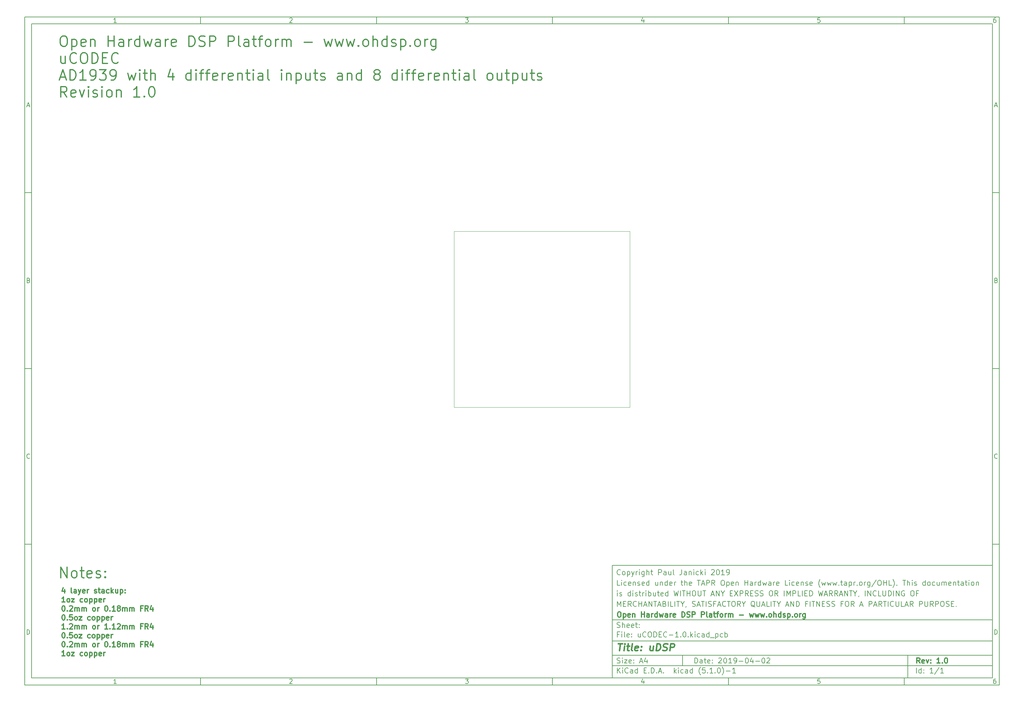
<source format=gbr>
G04 #@! TF.GenerationSoftware,KiCad,Pcbnew,(5.1.0)-1*
G04 #@! TF.CreationDate,2019-04-02T21:12:12+01:00*
G04 #@! TF.ProjectId,uCODEC-1.0,75434f44-4543-42d3-912e-302e6b696361,1.0*
G04 #@! TF.SameCoordinates,PX7de2900PY7365040*
G04 #@! TF.FileFunction,Other,Comment*
%FSLAX46Y46*%
G04 Gerber Fmt 4.6, Leading zero omitted, Abs format (unit mm)*
G04 Created by KiCad (PCBNEW (5.1.0)-1) date 2019-04-02 21:12:12*
%MOMM*%
%LPD*%
G04 APERTURE LIST*
%ADD10C,0.150000*%
%ADD11C,0.300000*%
%ADD12C,0.400000*%
%ADD13C,0.100000*%
G04 APERTURE END LIST*
D10*
X45002200Y-45007200D02*
X45002200Y-77007200D01*
X153002200Y-77007200D01*
X153002200Y-45007200D01*
X45002200Y-45007200D01*
X-122000000Y111000000D02*
X-122000000Y-79007200D01*
X155002200Y-79007200D01*
X155002200Y111000000D01*
X-122000000Y111000000D01*
X-120000000Y109000000D02*
X-120000000Y-77007200D01*
X153002200Y-77007200D01*
X153002200Y109000000D01*
X-120000000Y109000000D01*
X-72000000Y109000000D02*
X-72000000Y111000000D01*
X-22000000Y109000000D02*
X-22000000Y111000000D01*
X28000000Y109000000D02*
X28000000Y111000000D01*
X78000000Y109000000D02*
X78000000Y111000000D01*
X128000000Y109000000D02*
X128000000Y111000000D01*
X-95934524Y109411905D02*
X-96677381Y109411905D01*
X-96305953Y109411905D02*
X-96305953Y110711905D01*
X-96429762Y110526191D01*
X-96553572Y110402381D01*
X-96677381Y110340477D01*
X-46677381Y110588096D02*
X-46615477Y110650000D01*
X-46491667Y110711905D01*
X-46182143Y110711905D01*
X-46058334Y110650000D01*
X-45996429Y110588096D01*
X-45934524Y110464286D01*
X-45934524Y110340477D01*
X-45996429Y110154762D01*
X-46739286Y109411905D01*
X-45934524Y109411905D01*
X3260714Y110711905D02*
X4065476Y110711905D01*
X3632142Y110216667D01*
X3817857Y110216667D01*
X3941666Y110154762D01*
X4003571Y110092858D01*
X4065476Y109969048D01*
X4065476Y109659524D01*
X4003571Y109535715D01*
X3941666Y109473810D01*
X3817857Y109411905D01*
X3446428Y109411905D01*
X3322619Y109473810D01*
X3260714Y109535715D01*
X53941666Y110278572D02*
X53941666Y109411905D01*
X53632142Y110773810D02*
X53322619Y109845239D01*
X54127380Y109845239D01*
X104003571Y110711905D02*
X103384523Y110711905D01*
X103322619Y110092858D01*
X103384523Y110154762D01*
X103508333Y110216667D01*
X103817857Y110216667D01*
X103941666Y110154762D01*
X104003571Y110092858D01*
X104065476Y109969048D01*
X104065476Y109659524D01*
X104003571Y109535715D01*
X103941666Y109473810D01*
X103817857Y109411905D01*
X103508333Y109411905D01*
X103384523Y109473810D01*
X103322619Y109535715D01*
X153941666Y110711905D02*
X153694047Y110711905D01*
X153570238Y110650000D01*
X153508333Y110588096D01*
X153384523Y110402381D01*
X153322619Y110154762D01*
X153322619Y109659524D01*
X153384523Y109535715D01*
X153446428Y109473810D01*
X153570238Y109411905D01*
X153817857Y109411905D01*
X153941666Y109473810D01*
X154003571Y109535715D01*
X154065476Y109659524D01*
X154065476Y109969048D01*
X154003571Y110092858D01*
X153941666Y110154762D01*
X153817857Y110216667D01*
X153570238Y110216667D01*
X153446428Y110154762D01*
X153384523Y110092858D01*
X153322619Y109969048D01*
X-72000000Y-77007200D02*
X-72000000Y-79007200D01*
X-22000000Y-77007200D02*
X-22000000Y-79007200D01*
X28000000Y-77007200D02*
X28000000Y-79007200D01*
X78000000Y-77007200D02*
X78000000Y-79007200D01*
X128000000Y-77007200D02*
X128000000Y-79007200D01*
X-95934524Y-78595295D02*
X-96677381Y-78595295D01*
X-96305953Y-78595295D02*
X-96305953Y-77295295D01*
X-96429762Y-77481009D01*
X-96553572Y-77604819D01*
X-96677381Y-77666723D01*
X-46677381Y-77419104D02*
X-46615477Y-77357200D01*
X-46491667Y-77295295D01*
X-46182143Y-77295295D01*
X-46058334Y-77357200D01*
X-45996429Y-77419104D01*
X-45934524Y-77542914D01*
X-45934524Y-77666723D01*
X-45996429Y-77852438D01*
X-46739286Y-78595295D01*
X-45934524Y-78595295D01*
X3260714Y-77295295D02*
X4065476Y-77295295D01*
X3632142Y-77790533D01*
X3817857Y-77790533D01*
X3941666Y-77852438D01*
X4003571Y-77914342D01*
X4065476Y-78038152D01*
X4065476Y-78347676D01*
X4003571Y-78471485D01*
X3941666Y-78533390D01*
X3817857Y-78595295D01*
X3446428Y-78595295D01*
X3322619Y-78533390D01*
X3260714Y-78471485D01*
X53941666Y-77728628D02*
X53941666Y-78595295D01*
X53632142Y-77233390D02*
X53322619Y-78161961D01*
X54127380Y-78161961D01*
X104003571Y-77295295D02*
X103384523Y-77295295D01*
X103322619Y-77914342D01*
X103384523Y-77852438D01*
X103508333Y-77790533D01*
X103817857Y-77790533D01*
X103941666Y-77852438D01*
X104003571Y-77914342D01*
X104065476Y-78038152D01*
X104065476Y-78347676D01*
X104003571Y-78471485D01*
X103941666Y-78533390D01*
X103817857Y-78595295D01*
X103508333Y-78595295D01*
X103384523Y-78533390D01*
X103322619Y-78471485D01*
X153941666Y-77295295D02*
X153694047Y-77295295D01*
X153570238Y-77357200D01*
X153508333Y-77419104D01*
X153384523Y-77604819D01*
X153322619Y-77852438D01*
X153322619Y-78347676D01*
X153384523Y-78471485D01*
X153446428Y-78533390D01*
X153570238Y-78595295D01*
X153817857Y-78595295D01*
X153941666Y-78533390D01*
X154003571Y-78471485D01*
X154065476Y-78347676D01*
X154065476Y-78038152D01*
X154003571Y-77914342D01*
X153941666Y-77852438D01*
X153817857Y-77790533D01*
X153570238Y-77790533D01*
X153446428Y-77852438D01*
X153384523Y-77914342D01*
X153322619Y-78038152D01*
X-122000000Y61000000D02*
X-120000000Y61000000D01*
X-122000000Y11000000D02*
X-120000000Y11000000D01*
X-122000000Y-39000000D02*
X-120000000Y-39000000D01*
X-121309524Y85783334D02*
X-120690477Y85783334D01*
X-121433334Y85411905D02*
X-121000000Y86711905D01*
X-120566667Y85411905D01*
X-120907143Y36092858D02*
X-120721429Y36030953D01*
X-120659524Y35969048D01*
X-120597620Y35845239D01*
X-120597620Y35659524D01*
X-120659524Y35535715D01*
X-120721429Y35473810D01*
X-120845239Y35411905D01*
X-121340477Y35411905D01*
X-121340477Y36711905D01*
X-120907143Y36711905D01*
X-120783334Y36650000D01*
X-120721429Y36588096D01*
X-120659524Y36464286D01*
X-120659524Y36340477D01*
X-120721429Y36216667D01*
X-120783334Y36154762D01*
X-120907143Y36092858D01*
X-121340477Y36092858D01*
X-120597620Y-14464285D02*
X-120659524Y-14526190D01*
X-120845239Y-14588095D01*
X-120969048Y-14588095D01*
X-121154762Y-14526190D01*
X-121278572Y-14402380D01*
X-121340477Y-14278571D01*
X-121402381Y-14030952D01*
X-121402381Y-13845238D01*
X-121340477Y-13597619D01*
X-121278572Y-13473809D01*
X-121154762Y-13350000D01*
X-120969048Y-13288095D01*
X-120845239Y-13288095D01*
X-120659524Y-13350000D01*
X-120597620Y-13411904D01*
X-121340477Y-64588095D02*
X-121340477Y-63288095D01*
X-121030953Y-63288095D01*
X-120845239Y-63350000D01*
X-120721429Y-63473809D01*
X-120659524Y-63597619D01*
X-120597620Y-63845238D01*
X-120597620Y-64030952D01*
X-120659524Y-64278571D01*
X-120721429Y-64402380D01*
X-120845239Y-64526190D01*
X-121030953Y-64588095D01*
X-121340477Y-64588095D01*
X155002200Y61000000D02*
X153002200Y61000000D01*
X155002200Y11000000D02*
X153002200Y11000000D01*
X155002200Y-39000000D02*
X153002200Y-39000000D01*
X153692676Y85783334D02*
X154311723Y85783334D01*
X153568866Y85411905D02*
X154002200Y86711905D01*
X154435533Y85411905D01*
X154095057Y36092858D02*
X154280771Y36030953D01*
X154342676Y35969048D01*
X154404580Y35845239D01*
X154404580Y35659524D01*
X154342676Y35535715D01*
X154280771Y35473810D01*
X154156961Y35411905D01*
X153661723Y35411905D01*
X153661723Y36711905D01*
X154095057Y36711905D01*
X154218866Y36650000D01*
X154280771Y36588096D01*
X154342676Y36464286D01*
X154342676Y36340477D01*
X154280771Y36216667D01*
X154218866Y36154762D01*
X154095057Y36092858D01*
X153661723Y36092858D01*
X154404580Y-14464285D02*
X154342676Y-14526190D01*
X154156961Y-14588095D01*
X154033152Y-14588095D01*
X153847438Y-14526190D01*
X153723628Y-14402380D01*
X153661723Y-14278571D01*
X153599819Y-14030952D01*
X153599819Y-13845238D01*
X153661723Y-13597619D01*
X153723628Y-13473809D01*
X153847438Y-13350000D01*
X154033152Y-13288095D01*
X154156961Y-13288095D01*
X154342676Y-13350000D01*
X154404580Y-13411904D01*
X153661723Y-64588095D02*
X153661723Y-63288095D01*
X153971247Y-63288095D01*
X154156961Y-63350000D01*
X154280771Y-63473809D01*
X154342676Y-63597619D01*
X154404580Y-63845238D01*
X154404580Y-64030952D01*
X154342676Y-64278571D01*
X154280771Y-64402380D01*
X154156961Y-64526190D01*
X153971247Y-64588095D01*
X153661723Y-64588095D01*
X68434342Y-72785771D02*
X68434342Y-71285771D01*
X68791485Y-71285771D01*
X69005771Y-71357200D01*
X69148628Y-71500057D01*
X69220057Y-71642914D01*
X69291485Y-71928628D01*
X69291485Y-72142914D01*
X69220057Y-72428628D01*
X69148628Y-72571485D01*
X69005771Y-72714342D01*
X68791485Y-72785771D01*
X68434342Y-72785771D01*
X70577200Y-72785771D02*
X70577200Y-72000057D01*
X70505771Y-71857200D01*
X70362914Y-71785771D01*
X70077200Y-71785771D01*
X69934342Y-71857200D01*
X70577200Y-72714342D02*
X70434342Y-72785771D01*
X70077200Y-72785771D01*
X69934342Y-72714342D01*
X69862914Y-72571485D01*
X69862914Y-72428628D01*
X69934342Y-72285771D01*
X70077200Y-72214342D01*
X70434342Y-72214342D01*
X70577200Y-72142914D01*
X71077200Y-71785771D02*
X71648628Y-71785771D01*
X71291485Y-71285771D02*
X71291485Y-72571485D01*
X71362914Y-72714342D01*
X71505771Y-72785771D01*
X71648628Y-72785771D01*
X72720057Y-72714342D02*
X72577200Y-72785771D01*
X72291485Y-72785771D01*
X72148628Y-72714342D01*
X72077200Y-72571485D01*
X72077200Y-72000057D01*
X72148628Y-71857200D01*
X72291485Y-71785771D01*
X72577200Y-71785771D01*
X72720057Y-71857200D01*
X72791485Y-72000057D01*
X72791485Y-72142914D01*
X72077200Y-72285771D01*
X73434342Y-72642914D02*
X73505771Y-72714342D01*
X73434342Y-72785771D01*
X73362914Y-72714342D01*
X73434342Y-72642914D01*
X73434342Y-72785771D01*
X73434342Y-71857200D02*
X73505771Y-71928628D01*
X73434342Y-72000057D01*
X73362914Y-71928628D01*
X73434342Y-71857200D01*
X73434342Y-72000057D01*
X75220057Y-71428628D02*
X75291485Y-71357200D01*
X75434342Y-71285771D01*
X75791485Y-71285771D01*
X75934342Y-71357200D01*
X76005771Y-71428628D01*
X76077200Y-71571485D01*
X76077200Y-71714342D01*
X76005771Y-71928628D01*
X75148628Y-72785771D01*
X76077200Y-72785771D01*
X77005771Y-71285771D02*
X77148628Y-71285771D01*
X77291485Y-71357200D01*
X77362914Y-71428628D01*
X77434342Y-71571485D01*
X77505771Y-71857200D01*
X77505771Y-72214342D01*
X77434342Y-72500057D01*
X77362914Y-72642914D01*
X77291485Y-72714342D01*
X77148628Y-72785771D01*
X77005771Y-72785771D01*
X76862914Y-72714342D01*
X76791485Y-72642914D01*
X76720057Y-72500057D01*
X76648628Y-72214342D01*
X76648628Y-71857200D01*
X76720057Y-71571485D01*
X76791485Y-71428628D01*
X76862914Y-71357200D01*
X77005771Y-71285771D01*
X78934342Y-72785771D02*
X78077200Y-72785771D01*
X78505771Y-72785771D02*
X78505771Y-71285771D01*
X78362914Y-71500057D01*
X78220057Y-71642914D01*
X78077200Y-71714342D01*
X79648628Y-72785771D02*
X79934342Y-72785771D01*
X80077200Y-72714342D01*
X80148628Y-72642914D01*
X80291485Y-72428628D01*
X80362914Y-72142914D01*
X80362914Y-71571485D01*
X80291485Y-71428628D01*
X80220057Y-71357200D01*
X80077200Y-71285771D01*
X79791485Y-71285771D01*
X79648628Y-71357200D01*
X79577200Y-71428628D01*
X79505771Y-71571485D01*
X79505771Y-71928628D01*
X79577200Y-72071485D01*
X79648628Y-72142914D01*
X79791485Y-72214342D01*
X80077200Y-72214342D01*
X80220057Y-72142914D01*
X80291485Y-72071485D01*
X80362914Y-71928628D01*
X81005771Y-72214342D02*
X82148628Y-72214342D01*
X83148628Y-71285771D02*
X83291485Y-71285771D01*
X83434342Y-71357200D01*
X83505771Y-71428628D01*
X83577200Y-71571485D01*
X83648628Y-71857200D01*
X83648628Y-72214342D01*
X83577200Y-72500057D01*
X83505771Y-72642914D01*
X83434342Y-72714342D01*
X83291485Y-72785771D01*
X83148628Y-72785771D01*
X83005771Y-72714342D01*
X82934342Y-72642914D01*
X82862914Y-72500057D01*
X82791485Y-72214342D01*
X82791485Y-71857200D01*
X82862914Y-71571485D01*
X82934342Y-71428628D01*
X83005771Y-71357200D01*
X83148628Y-71285771D01*
X84934342Y-71785771D02*
X84934342Y-72785771D01*
X84577200Y-71214342D02*
X84220057Y-72285771D01*
X85148628Y-72285771D01*
X85720057Y-72214342D02*
X86862914Y-72214342D01*
X87862914Y-71285771D02*
X88005771Y-71285771D01*
X88148628Y-71357200D01*
X88220057Y-71428628D01*
X88291485Y-71571485D01*
X88362914Y-71857200D01*
X88362914Y-72214342D01*
X88291485Y-72500057D01*
X88220057Y-72642914D01*
X88148628Y-72714342D01*
X88005771Y-72785771D01*
X87862914Y-72785771D01*
X87720057Y-72714342D01*
X87648628Y-72642914D01*
X87577200Y-72500057D01*
X87505771Y-72214342D01*
X87505771Y-71857200D01*
X87577200Y-71571485D01*
X87648628Y-71428628D01*
X87720057Y-71357200D01*
X87862914Y-71285771D01*
X88934342Y-71428628D02*
X89005771Y-71357200D01*
X89148628Y-71285771D01*
X89505771Y-71285771D01*
X89648628Y-71357200D01*
X89720057Y-71428628D01*
X89791485Y-71571485D01*
X89791485Y-71714342D01*
X89720057Y-71928628D01*
X88862914Y-72785771D01*
X89791485Y-72785771D01*
X45002200Y-73507200D02*
X153002200Y-73507200D01*
X46434342Y-75585771D02*
X46434342Y-74085771D01*
X47291485Y-75585771D02*
X46648628Y-74728628D01*
X47291485Y-74085771D02*
X46434342Y-74942914D01*
X47934342Y-75585771D02*
X47934342Y-74585771D01*
X47934342Y-74085771D02*
X47862914Y-74157200D01*
X47934342Y-74228628D01*
X48005771Y-74157200D01*
X47934342Y-74085771D01*
X47934342Y-74228628D01*
X49505771Y-75442914D02*
X49434342Y-75514342D01*
X49220057Y-75585771D01*
X49077200Y-75585771D01*
X48862914Y-75514342D01*
X48720057Y-75371485D01*
X48648628Y-75228628D01*
X48577200Y-74942914D01*
X48577200Y-74728628D01*
X48648628Y-74442914D01*
X48720057Y-74300057D01*
X48862914Y-74157200D01*
X49077200Y-74085771D01*
X49220057Y-74085771D01*
X49434342Y-74157200D01*
X49505771Y-74228628D01*
X50791485Y-75585771D02*
X50791485Y-74800057D01*
X50720057Y-74657200D01*
X50577200Y-74585771D01*
X50291485Y-74585771D01*
X50148628Y-74657200D01*
X50791485Y-75514342D02*
X50648628Y-75585771D01*
X50291485Y-75585771D01*
X50148628Y-75514342D01*
X50077200Y-75371485D01*
X50077200Y-75228628D01*
X50148628Y-75085771D01*
X50291485Y-75014342D01*
X50648628Y-75014342D01*
X50791485Y-74942914D01*
X52148628Y-75585771D02*
X52148628Y-74085771D01*
X52148628Y-75514342D02*
X52005771Y-75585771D01*
X51720057Y-75585771D01*
X51577200Y-75514342D01*
X51505771Y-75442914D01*
X51434342Y-75300057D01*
X51434342Y-74871485D01*
X51505771Y-74728628D01*
X51577200Y-74657200D01*
X51720057Y-74585771D01*
X52005771Y-74585771D01*
X52148628Y-74657200D01*
X54005771Y-74800057D02*
X54505771Y-74800057D01*
X54720057Y-75585771D02*
X54005771Y-75585771D01*
X54005771Y-74085771D01*
X54720057Y-74085771D01*
X55362914Y-75442914D02*
X55434342Y-75514342D01*
X55362914Y-75585771D01*
X55291485Y-75514342D01*
X55362914Y-75442914D01*
X55362914Y-75585771D01*
X56077200Y-75585771D02*
X56077200Y-74085771D01*
X56434342Y-74085771D01*
X56648628Y-74157200D01*
X56791485Y-74300057D01*
X56862914Y-74442914D01*
X56934342Y-74728628D01*
X56934342Y-74942914D01*
X56862914Y-75228628D01*
X56791485Y-75371485D01*
X56648628Y-75514342D01*
X56434342Y-75585771D01*
X56077200Y-75585771D01*
X57577200Y-75442914D02*
X57648628Y-75514342D01*
X57577200Y-75585771D01*
X57505771Y-75514342D01*
X57577200Y-75442914D01*
X57577200Y-75585771D01*
X58220057Y-75157200D02*
X58934342Y-75157200D01*
X58077200Y-75585771D02*
X58577200Y-74085771D01*
X59077200Y-75585771D01*
X59577200Y-75442914D02*
X59648628Y-75514342D01*
X59577200Y-75585771D01*
X59505771Y-75514342D01*
X59577200Y-75442914D01*
X59577200Y-75585771D01*
X62577200Y-75585771D02*
X62577200Y-74085771D01*
X62720057Y-75014342D02*
X63148628Y-75585771D01*
X63148628Y-74585771D02*
X62577200Y-75157200D01*
X63791485Y-75585771D02*
X63791485Y-74585771D01*
X63791485Y-74085771D02*
X63720057Y-74157200D01*
X63791485Y-74228628D01*
X63862914Y-74157200D01*
X63791485Y-74085771D01*
X63791485Y-74228628D01*
X65148628Y-75514342D02*
X65005771Y-75585771D01*
X64720057Y-75585771D01*
X64577200Y-75514342D01*
X64505771Y-75442914D01*
X64434342Y-75300057D01*
X64434342Y-74871485D01*
X64505771Y-74728628D01*
X64577200Y-74657200D01*
X64720057Y-74585771D01*
X65005771Y-74585771D01*
X65148628Y-74657200D01*
X66434342Y-75585771D02*
X66434342Y-74800057D01*
X66362914Y-74657200D01*
X66220057Y-74585771D01*
X65934342Y-74585771D01*
X65791485Y-74657200D01*
X66434342Y-75514342D02*
X66291485Y-75585771D01*
X65934342Y-75585771D01*
X65791485Y-75514342D01*
X65720057Y-75371485D01*
X65720057Y-75228628D01*
X65791485Y-75085771D01*
X65934342Y-75014342D01*
X66291485Y-75014342D01*
X66434342Y-74942914D01*
X67791485Y-75585771D02*
X67791485Y-74085771D01*
X67791485Y-75514342D02*
X67648628Y-75585771D01*
X67362914Y-75585771D01*
X67220057Y-75514342D01*
X67148628Y-75442914D01*
X67077200Y-75300057D01*
X67077200Y-74871485D01*
X67148628Y-74728628D01*
X67220057Y-74657200D01*
X67362914Y-74585771D01*
X67648628Y-74585771D01*
X67791485Y-74657200D01*
X70077200Y-76157200D02*
X70005771Y-76085771D01*
X69862914Y-75871485D01*
X69791485Y-75728628D01*
X69720057Y-75514342D01*
X69648628Y-75157200D01*
X69648628Y-74871485D01*
X69720057Y-74514342D01*
X69791485Y-74300057D01*
X69862914Y-74157200D01*
X70005771Y-73942914D01*
X70077200Y-73871485D01*
X71362914Y-74085771D02*
X70648628Y-74085771D01*
X70577200Y-74800057D01*
X70648628Y-74728628D01*
X70791485Y-74657200D01*
X71148628Y-74657200D01*
X71291485Y-74728628D01*
X71362914Y-74800057D01*
X71434342Y-74942914D01*
X71434342Y-75300057D01*
X71362914Y-75442914D01*
X71291485Y-75514342D01*
X71148628Y-75585771D01*
X70791485Y-75585771D01*
X70648628Y-75514342D01*
X70577200Y-75442914D01*
X72077200Y-75442914D02*
X72148628Y-75514342D01*
X72077200Y-75585771D01*
X72005771Y-75514342D01*
X72077200Y-75442914D01*
X72077200Y-75585771D01*
X73577200Y-75585771D02*
X72720057Y-75585771D01*
X73148628Y-75585771D02*
X73148628Y-74085771D01*
X73005771Y-74300057D01*
X72862914Y-74442914D01*
X72720057Y-74514342D01*
X74220057Y-75442914D02*
X74291485Y-75514342D01*
X74220057Y-75585771D01*
X74148628Y-75514342D01*
X74220057Y-75442914D01*
X74220057Y-75585771D01*
X75220057Y-74085771D02*
X75362914Y-74085771D01*
X75505771Y-74157200D01*
X75577200Y-74228628D01*
X75648628Y-74371485D01*
X75720057Y-74657200D01*
X75720057Y-75014342D01*
X75648628Y-75300057D01*
X75577200Y-75442914D01*
X75505771Y-75514342D01*
X75362914Y-75585771D01*
X75220057Y-75585771D01*
X75077200Y-75514342D01*
X75005771Y-75442914D01*
X74934342Y-75300057D01*
X74862914Y-75014342D01*
X74862914Y-74657200D01*
X74934342Y-74371485D01*
X75005771Y-74228628D01*
X75077200Y-74157200D01*
X75220057Y-74085771D01*
X76220057Y-76157200D02*
X76291485Y-76085771D01*
X76434342Y-75871485D01*
X76505771Y-75728628D01*
X76577200Y-75514342D01*
X76648628Y-75157200D01*
X76648628Y-74871485D01*
X76577200Y-74514342D01*
X76505771Y-74300057D01*
X76434342Y-74157200D01*
X76291485Y-73942914D01*
X76220057Y-73871485D01*
X77362914Y-75014342D02*
X78505771Y-75014342D01*
X80005771Y-75585771D02*
X79148628Y-75585771D01*
X79577200Y-75585771D02*
X79577200Y-74085771D01*
X79434342Y-74300057D01*
X79291485Y-74442914D01*
X79148628Y-74514342D01*
X45002200Y-70507200D02*
X153002200Y-70507200D01*
D11*
X132411485Y-72785771D02*
X131911485Y-72071485D01*
X131554342Y-72785771D02*
X131554342Y-71285771D01*
X132125771Y-71285771D01*
X132268628Y-71357200D01*
X132340057Y-71428628D01*
X132411485Y-71571485D01*
X132411485Y-71785771D01*
X132340057Y-71928628D01*
X132268628Y-72000057D01*
X132125771Y-72071485D01*
X131554342Y-72071485D01*
X133625771Y-72714342D02*
X133482914Y-72785771D01*
X133197200Y-72785771D01*
X133054342Y-72714342D01*
X132982914Y-72571485D01*
X132982914Y-72000057D01*
X133054342Y-71857200D01*
X133197200Y-71785771D01*
X133482914Y-71785771D01*
X133625771Y-71857200D01*
X133697200Y-72000057D01*
X133697200Y-72142914D01*
X132982914Y-72285771D01*
X134197200Y-71785771D02*
X134554342Y-72785771D01*
X134911485Y-71785771D01*
X135482914Y-72642914D02*
X135554342Y-72714342D01*
X135482914Y-72785771D01*
X135411485Y-72714342D01*
X135482914Y-72642914D01*
X135482914Y-72785771D01*
X135482914Y-71857200D02*
X135554342Y-71928628D01*
X135482914Y-72000057D01*
X135411485Y-71928628D01*
X135482914Y-71857200D01*
X135482914Y-72000057D01*
X138125771Y-72785771D02*
X137268628Y-72785771D01*
X137697200Y-72785771D02*
X137697200Y-71285771D01*
X137554342Y-71500057D01*
X137411485Y-71642914D01*
X137268628Y-71714342D01*
X138768628Y-72642914D02*
X138840057Y-72714342D01*
X138768628Y-72785771D01*
X138697200Y-72714342D01*
X138768628Y-72642914D01*
X138768628Y-72785771D01*
X139768628Y-71285771D02*
X139911485Y-71285771D01*
X140054342Y-71357200D01*
X140125771Y-71428628D01*
X140197200Y-71571485D01*
X140268628Y-71857200D01*
X140268628Y-72214342D01*
X140197200Y-72500057D01*
X140125771Y-72642914D01*
X140054342Y-72714342D01*
X139911485Y-72785771D01*
X139768628Y-72785771D01*
X139625771Y-72714342D01*
X139554342Y-72642914D01*
X139482914Y-72500057D01*
X139411485Y-72214342D01*
X139411485Y-71857200D01*
X139482914Y-71571485D01*
X139554342Y-71428628D01*
X139625771Y-71357200D01*
X139768628Y-71285771D01*
D10*
X46362914Y-72714342D02*
X46577200Y-72785771D01*
X46934342Y-72785771D01*
X47077200Y-72714342D01*
X47148628Y-72642914D01*
X47220057Y-72500057D01*
X47220057Y-72357200D01*
X47148628Y-72214342D01*
X47077200Y-72142914D01*
X46934342Y-72071485D01*
X46648628Y-72000057D01*
X46505771Y-71928628D01*
X46434342Y-71857200D01*
X46362914Y-71714342D01*
X46362914Y-71571485D01*
X46434342Y-71428628D01*
X46505771Y-71357200D01*
X46648628Y-71285771D01*
X47005771Y-71285771D01*
X47220057Y-71357200D01*
X47862914Y-72785771D02*
X47862914Y-71785771D01*
X47862914Y-71285771D02*
X47791485Y-71357200D01*
X47862914Y-71428628D01*
X47934342Y-71357200D01*
X47862914Y-71285771D01*
X47862914Y-71428628D01*
X48434342Y-71785771D02*
X49220057Y-71785771D01*
X48434342Y-72785771D01*
X49220057Y-72785771D01*
X50362914Y-72714342D02*
X50220057Y-72785771D01*
X49934342Y-72785771D01*
X49791485Y-72714342D01*
X49720057Y-72571485D01*
X49720057Y-72000057D01*
X49791485Y-71857200D01*
X49934342Y-71785771D01*
X50220057Y-71785771D01*
X50362914Y-71857200D01*
X50434342Y-72000057D01*
X50434342Y-72142914D01*
X49720057Y-72285771D01*
X51077200Y-72642914D02*
X51148628Y-72714342D01*
X51077200Y-72785771D01*
X51005771Y-72714342D01*
X51077200Y-72642914D01*
X51077200Y-72785771D01*
X51077200Y-71857200D02*
X51148628Y-71928628D01*
X51077200Y-72000057D01*
X51005771Y-71928628D01*
X51077200Y-71857200D01*
X51077200Y-72000057D01*
X52862914Y-72357200D02*
X53577200Y-72357200D01*
X52720057Y-72785771D02*
X53220057Y-71285771D01*
X53720057Y-72785771D01*
X54862914Y-71785771D02*
X54862914Y-72785771D01*
X54505771Y-71214342D02*
X54148628Y-72285771D01*
X55077200Y-72285771D01*
X131434342Y-75585771D02*
X131434342Y-74085771D01*
X132791485Y-75585771D02*
X132791485Y-74085771D01*
X132791485Y-75514342D02*
X132648628Y-75585771D01*
X132362914Y-75585771D01*
X132220057Y-75514342D01*
X132148628Y-75442914D01*
X132077200Y-75300057D01*
X132077200Y-74871485D01*
X132148628Y-74728628D01*
X132220057Y-74657200D01*
X132362914Y-74585771D01*
X132648628Y-74585771D01*
X132791485Y-74657200D01*
X133505771Y-75442914D02*
X133577200Y-75514342D01*
X133505771Y-75585771D01*
X133434342Y-75514342D01*
X133505771Y-75442914D01*
X133505771Y-75585771D01*
X133505771Y-74657200D02*
X133577200Y-74728628D01*
X133505771Y-74800057D01*
X133434342Y-74728628D01*
X133505771Y-74657200D01*
X133505771Y-74800057D01*
X136148628Y-75585771D02*
X135291485Y-75585771D01*
X135720057Y-75585771D02*
X135720057Y-74085771D01*
X135577200Y-74300057D01*
X135434342Y-74442914D01*
X135291485Y-74514342D01*
X137862914Y-74014342D02*
X136577200Y-75942914D01*
X139148628Y-75585771D02*
X138291485Y-75585771D01*
X138720057Y-75585771D02*
X138720057Y-74085771D01*
X138577200Y-74300057D01*
X138434342Y-74442914D01*
X138291485Y-74514342D01*
X45002200Y-66507200D02*
X153002200Y-66507200D01*
D12*
X46714580Y-67211961D02*
X47857438Y-67211961D01*
X47036009Y-69211961D02*
X47286009Y-67211961D01*
X48274104Y-69211961D02*
X48440771Y-67878628D01*
X48524104Y-67211961D02*
X48416961Y-67307200D01*
X48500295Y-67402438D01*
X48607438Y-67307200D01*
X48524104Y-67211961D01*
X48500295Y-67402438D01*
X49107438Y-67878628D02*
X49869342Y-67878628D01*
X49476485Y-67211961D02*
X49262200Y-68926247D01*
X49333628Y-69116723D01*
X49512200Y-69211961D01*
X49702676Y-69211961D01*
X50655057Y-69211961D02*
X50476485Y-69116723D01*
X50405057Y-68926247D01*
X50619342Y-67211961D01*
X52190771Y-69116723D02*
X51988390Y-69211961D01*
X51607438Y-69211961D01*
X51428866Y-69116723D01*
X51357438Y-68926247D01*
X51452676Y-68164342D01*
X51571723Y-67973866D01*
X51774104Y-67878628D01*
X52155057Y-67878628D01*
X52333628Y-67973866D01*
X52405057Y-68164342D01*
X52381247Y-68354819D01*
X51405057Y-68545295D01*
X53155057Y-69021485D02*
X53238390Y-69116723D01*
X53131247Y-69211961D01*
X53047914Y-69116723D01*
X53155057Y-69021485D01*
X53131247Y-69211961D01*
X53286009Y-67973866D02*
X53369342Y-68069104D01*
X53262200Y-68164342D01*
X53178866Y-68069104D01*
X53286009Y-67973866D01*
X53262200Y-68164342D01*
X56631247Y-67878628D02*
X56464580Y-69211961D01*
X55774104Y-67878628D02*
X55643152Y-68926247D01*
X55714580Y-69116723D01*
X55893152Y-69211961D01*
X56178866Y-69211961D01*
X56381247Y-69116723D01*
X56488390Y-69021485D01*
X57416961Y-69211961D02*
X57666961Y-67211961D01*
X58143152Y-67211961D01*
X58416961Y-67307200D01*
X58583628Y-67497676D01*
X58655057Y-67688152D01*
X58702676Y-68069104D01*
X58666961Y-68354819D01*
X58524104Y-68735771D01*
X58405057Y-68926247D01*
X58190771Y-69116723D01*
X57893152Y-69211961D01*
X57416961Y-69211961D01*
X59333628Y-69116723D02*
X59607438Y-69211961D01*
X60083628Y-69211961D01*
X60286009Y-69116723D01*
X60393152Y-69021485D01*
X60512200Y-68831009D01*
X60536009Y-68640533D01*
X60464580Y-68450057D01*
X60381247Y-68354819D01*
X60202676Y-68259580D01*
X59833628Y-68164342D01*
X59655057Y-68069104D01*
X59571723Y-67973866D01*
X59500295Y-67783390D01*
X59524104Y-67592914D01*
X59643152Y-67402438D01*
X59750295Y-67307200D01*
X59952676Y-67211961D01*
X60428866Y-67211961D01*
X60702676Y-67307200D01*
X61321723Y-69211961D02*
X61571723Y-67211961D01*
X62333628Y-67211961D01*
X62512200Y-67307200D01*
X62595533Y-67402438D01*
X62666961Y-67592914D01*
X62631247Y-67878628D01*
X62512200Y-68069104D01*
X62405057Y-68164342D01*
X62202676Y-68259580D01*
X61440771Y-68259580D01*
D10*
X46934342Y-64600057D02*
X46434342Y-64600057D01*
X46434342Y-65385771D02*
X46434342Y-63885771D01*
X47148628Y-63885771D01*
X47720057Y-65385771D02*
X47720057Y-64385771D01*
X47720057Y-63885771D02*
X47648628Y-63957200D01*
X47720057Y-64028628D01*
X47791485Y-63957200D01*
X47720057Y-63885771D01*
X47720057Y-64028628D01*
X48648628Y-65385771D02*
X48505771Y-65314342D01*
X48434342Y-65171485D01*
X48434342Y-63885771D01*
X49791485Y-65314342D02*
X49648628Y-65385771D01*
X49362914Y-65385771D01*
X49220057Y-65314342D01*
X49148628Y-65171485D01*
X49148628Y-64600057D01*
X49220057Y-64457200D01*
X49362914Y-64385771D01*
X49648628Y-64385771D01*
X49791485Y-64457200D01*
X49862914Y-64600057D01*
X49862914Y-64742914D01*
X49148628Y-64885771D01*
X50505771Y-65242914D02*
X50577200Y-65314342D01*
X50505771Y-65385771D01*
X50434342Y-65314342D01*
X50505771Y-65242914D01*
X50505771Y-65385771D01*
X50505771Y-64457200D02*
X50577200Y-64528628D01*
X50505771Y-64600057D01*
X50434342Y-64528628D01*
X50505771Y-64457200D01*
X50505771Y-64600057D01*
X53005771Y-64385771D02*
X53005771Y-65385771D01*
X52362914Y-64385771D02*
X52362914Y-65171485D01*
X52434342Y-65314342D01*
X52577200Y-65385771D01*
X52791485Y-65385771D01*
X52934342Y-65314342D01*
X53005771Y-65242914D01*
X54577200Y-65242914D02*
X54505771Y-65314342D01*
X54291485Y-65385771D01*
X54148628Y-65385771D01*
X53934342Y-65314342D01*
X53791485Y-65171485D01*
X53720057Y-65028628D01*
X53648628Y-64742914D01*
X53648628Y-64528628D01*
X53720057Y-64242914D01*
X53791485Y-64100057D01*
X53934342Y-63957200D01*
X54148628Y-63885771D01*
X54291485Y-63885771D01*
X54505771Y-63957200D01*
X54577200Y-64028628D01*
X55505771Y-63885771D02*
X55791485Y-63885771D01*
X55934342Y-63957200D01*
X56077200Y-64100057D01*
X56148628Y-64385771D01*
X56148628Y-64885771D01*
X56077200Y-65171485D01*
X55934342Y-65314342D01*
X55791485Y-65385771D01*
X55505771Y-65385771D01*
X55362914Y-65314342D01*
X55220057Y-65171485D01*
X55148628Y-64885771D01*
X55148628Y-64385771D01*
X55220057Y-64100057D01*
X55362914Y-63957200D01*
X55505771Y-63885771D01*
X56791485Y-65385771D02*
X56791485Y-63885771D01*
X57148628Y-63885771D01*
X57362914Y-63957200D01*
X57505771Y-64100057D01*
X57577200Y-64242914D01*
X57648628Y-64528628D01*
X57648628Y-64742914D01*
X57577200Y-65028628D01*
X57505771Y-65171485D01*
X57362914Y-65314342D01*
X57148628Y-65385771D01*
X56791485Y-65385771D01*
X58291485Y-64600057D02*
X58791485Y-64600057D01*
X59005771Y-65385771D02*
X58291485Y-65385771D01*
X58291485Y-63885771D01*
X59005771Y-63885771D01*
X60505771Y-65242914D02*
X60434342Y-65314342D01*
X60220057Y-65385771D01*
X60077200Y-65385771D01*
X59862914Y-65314342D01*
X59720057Y-65171485D01*
X59648628Y-65028628D01*
X59577200Y-64742914D01*
X59577200Y-64528628D01*
X59648628Y-64242914D01*
X59720057Y-64100057D01*
X59862914Y-63957200D01*
X60077200Y-63885771D01*
X60220057Y-63885771D01*
X60434342Y-63957200D01*
X60505771Y-64028628D01*
X61148628Y-64814342D02*
X62291485Y-64814342D01*
X63791485Y-65385771D02*
X62934342Y-65385771D01*
X63362914Y-65385771D02*
X63362914Y-63885771D01*
X63220057Y-64100057D01*
X63077200Y-64242914D01*
X62934342Y-64314342D01*
X64434342Y-65242914D02*
X64505771Y-65314342D01*
X64434342Y-65385771D01*
X64362914Y-65314342D01*
X64434342Y-65242914D01*
X64434342Y-65385771D01*
X65434342Y-63885771D02*
X65577200Y-63885771D01*
X65720057Y-63957200D01*
X65791485Y-64028628D01*
X65862914Y-64171485D01*
X65934342Y-64457200D01*
X65934342Y-64814342D01*
X65862914Y-65100057D01*
X65791485Y-65242914D01*
X65720057Y-65314342D01*
X65577200Y-65385771D01*
X65434342Y-65385771D01*
X65291485Y-65314342D01*
X65220057Y-65242914D01*
X65148628Y-65100057D01*
X65077200Y-64814342D01*
X65077200Y-64457200D01*
X65148628Y-64171485D01*
X65220057Y-64028628D01*
X65291485Y-63957200D01*
X65434342Y-63885771D01*
X66577200Y-65242914D02*
X66648628Y-65314342D01*
X66577200Y-65385771D01*
X66505771Y-65314342D01*
X66577200Y-65242914D01*
X66577200Y-65385771D01*
X67291485Y-65385771D02*
X67291485Y-63885771D01*
X67434342Y-64814342D02*
X67862914Y-65385771D01*
X67862914Y-64385771D02*
X67291485Y-64957200D01*
X68505771Y-65385771D02*
X68505771Y-64385771D01*
X68505771Y-63885771D02*
X68434342Y-63957200D01*
X68505771Y-64028628D01*
X68577200Y-63957200D01*
X68505771Y-63885771D01*
X68505771Y-64028628D01*
X69862914Y-65314342D02*
X69720057Y-65385771D01*
X69434342Y-65385771D01*
X69291485Y-65314342D01*
X69220057Y-65242914D01*
X69148628Y-65100057D01*
X69148628Y-64671485D01*
X69220057Y-64528628D01*
X69291485Y-64457200D01*
X69434342Y-64385771D01*
X69720057Y-64385771D01*
X69862914Y-64457200D01*
X71148628Y-65385771D02*
X71148628Y-64600057D01*
X71077200Y-64457200D01*
X70934342Y-64385771D01*
X70648628Y-64385771D01*
X70505771Y-64457200D01*
X71148628Y-65314342D02*
X71005771Y-65385771D01*
X70648628Y-65385771D01*
X70505771Y-65314342D01*
X70434342Y-65171485D01*
X70434342Y-65028628D01*
X70505771Y-64885771D01*
X70648628Y-64814342D01*
X71005771Y-64814342D01*
X71148628Y-64742914D01*
X72505771Y-65385771D02*
X72505771Y-63885771D01*
X72505771Y-65314342D02*
X72362914Y-65385771D01*
X72077200Y-65385771D01*
X71934342Y-65314342D01*
X71862914Y-65242914D01*
X71791485Y-65100057D01*
X71791485Y-64671485D01*
X71862914Y-64528628D01*
X71934342Y-64457200D01*
X72077200Y-64385771D01*
X72362914Y-64385771D01*
X72505771Y-64457200D01*
X72862914Y-65528628D02*
X74005771Y-65528628D01*
X74362914Y-64385771D02*
X74362914Y-65885771D01*
X74362914Y-64457200D02*
X74505771Y-64385771D01*
X74791485Y-64385771D01*
X74934342Y-64457200D01*
X75005771Y-64528628D01*
X75077200Y-64671485D01*
X75077200Y-65100057D01*
X75005771Y-65242914D01*
X74934342Y-65314342D01*
X74791485Y-65385771D01*
X74505771Y-65385771D01*
X74362914Y-65314342D01*
X76362914Y-65314342D02*
X76220057Y-65385771D01*
X75934342Y-65385771D01*
X75791485Y-65314342D01*
X75720057Y-65242914D01*
X75648628Y-65100057D01*
X75648628Y-64671485D01*
X75720057Y-64528628D01*
X75791485Y-64457200D01*
X75934342Y-64385771D01*
X76220057Y-64385771D01*
X76362914Y-64457200D01*
X77005771Y-65385771D02*
X77005771Y-63885771D01*
X77005771Y-64457200D02*
X77148628Y-64385771D01*
X77434342Y-64385771D01*
X77577200Y-64457200D01*
X77648628Y-64528628D01*
X77720057Y-64671485D01*
X77720057Y-65100057D01*
X77648628Y-65242914D01*
X77577200Y-65314342D01*
X77434342Y-65385771D01*
X77148628Y-65385771D01*
X77005771Y-65314342D01*
X45002200Y-60507200D02*
X153002200Y-60507200D01*
X46362914Y-62614342D02*
X46577200Y-62685771D01*
X46934342Y-62685771D01*
X47077200Y-62614342D01*
X47148628Y-62542914D01*
X47220057Y-62400057D01*
X47220057Y-62257200D01*
X47148628Y-62114342D01*
X47077200Y-62042914D01*
X46934342Y-61971485D01*
X46648628Y-61900057D01*
X46505771Y-61828628D01*
X46434342Y-61757200D01*
X46362914Y-61614342D01*
X46362914Y-61471485D01*
X46434342Y-61328628D01*
X46505771Y-61257200D01*
X46648628Y-61185771D01*
X47005771Y-61185771D01*
X47220057Y-61257200D01*
X47862914Y-62685771D02*
X47862914Y-61185771D01*
X48505771Y-62685771D02*
X48505771Y-61900057D01*
X48434342Y-61757200D01*
X48291485Y-61685771D01*
X48077200Y-61685771D01*
X47934342Y-61757200D01*
X47862914Y-61828628D01*
X49791485Y-62614342D02*
X49648628Y-62685771D01*
X49362914Y-62685771D01*
X49220057Y-62614342D01*
X49148628Y-62471485D01*
X49148628Y-61900057D01*
X49220057Y-61757200D01*
X49362914Y-61685771D01*
X49648628Y-61685771D01*
X49791485Y-61757200D01*
X49862914Y-61900057D01*
X49862914Y-62042914D01*
X49148628Y-62185771D01*
X51077200Y-62614342D02*
X50934342Y-62685771D01*
X50648628Y-62685771D01*
X50505771Y-62614342D01*
X50434342Y-62471485D01*
X50434342Y-61900057D01*
X50505771Y-61757200D01*
X50648628Y-61685771D01*
X50934342Y-61685771D01*
X51077200Y-61757200D01*
X51148628Y-61900057D01*
X51148628Y-62042914D01*
X50434342Y-62185771D01*
X51577200Y-61685771D02*
X52148628Y-61685771D01*
X51791485Y-61185771D02*
X51791485Y-62471485D01*
X51862914Y-62614342D01*
X52005771Y-62685771D01*
X52148628Y-62685771D01*
X52648628Y-62542914D02*
X52720057Y-62614342D01*
X52648628Y-62685771D01*
X52577200Y-62614342D01*
X52648628Y-62542914D01*
X52648628Y-62685771D01*
X52648628Y-61757200D02*
X52720057Y-61828628D01*
X52648628Y-61900057D01*
X52577200Y-61828628D01*
X52648628Y-61757200D01*
X52648628Y-61900057D01*
D11*
X46840057Y-58185771D02*
X47125771Y-58185771D01*
X47268628Y-58257200D01*
X47411485Y-58400057D01*
X47482914Y-58685771D01*
X47482914Y-59185771D01*
X47411485Y-59471485D01*
X47268628Y-59614342D01*
X47125771Y-59685771D01*
X46840057Y-59685771D01*
X46697200Y-59614342D01*
X46554342Y-59471485D01*
X46482914Y-59185771D01*
X46482914Y-58685771D01*
X46554342Y-58400057D01*
X46697200Y-58257200D01*
X46840057Y-58185771D01*
X48125771Y-58685771D02*
X48125771Y-60185771D01*
X48125771Y-58757200D02*
X48268628Y-58685771D01*
X48554342Y-58685771D01*
X48697200Y-58757200D01*
X48768628Y-58828628D01*
X48840057Y-58971485D01*
X48840057Y-59400057D01*
X48768628Y-59542914D01*
X48697200Y-59614342D01*
X48554342Y-59685771D01*
X48268628Y-59685771D01*
X48125771Y-59614342D01*
X50054342Y-59614342D02*
X49911485Y-59685771D01*
X49625771Y-59685771D01*
X49482914Y-59614342D01*
X49411485Y-59471485D01*
X49411485Y-58900057D01*
X49482914Y-58757200D01*
X49625771Y-58685771D01*
X49911485Y-58685771D01*
X50054342Y-58757200D01*
X50125771Y-58900057D01*
X50125771Y-59042914D01*
X49411485Y-59185771D01*
X50768628Y-58685771D02*
X50768628Y-59685771D01*
X50768628Y-58828628D02*
X50840057Y-58757200D01*
X50982914Y-58685771D01*
X51197200Y-58685771D01*
X51340057Y-58757200D01*
X51411485Y-58900057D01*
X51411485Y-59685771D01*
X53268628Y-59685771D02*
X53268628Y-58185771D01*
X53268628Y-58900057D02*
X54125771Y-58900057D01*
X54125771Y-59685771D02*
X54125771Y-58185771D01*
X55482914Y-59685771D02*
X55482914Y-58900057D01*
X55411485Y-58757200D01*
X55268628Y-58685771D01*
X54982914Y-58685771D01*
X54840057Y-58757200D01*
X55482914Y-59614342D02*
X55340057Y-59685771D01*
X54982914Y-59685771D01*
X54840057Y-59614342D01*
X54768628Y-59471485D01*
X54768628Y-59328628D01*
X54840057Y-59185771D01*
X54982914Y-59114342D01*
X55340057Y-59114342D01*
X55482914Y-59042914D01*
X56197200Y-59685771D02*
X56197200Y-58685771D01*
X56197200Y-58971485D02*
X56268628Y-58828628D01*
X56340057Y-58757200D01*
X56482914Y-58685771D01*
X56625771Y-58685771D01*
X57768628Y-59685771D02*
X57768628Y-58185771D01*
X57768628Y-59614342D02*
X57625771Y-59685771D01*
X57340057Y-59685771D01*
X57197200Y-59614342D01*
X57125771Y-59542914D01*
X57054342Y-59400057D01*
X57054342Y-58971485D01*
X57125771Y-58828628D01*
X57197200Y-58757200D01*
X57340057Y-58685771D01*
X57625771Y-58685771D01*
X57768628Y-58757200D01*
X58340057Y-58685771D02*
X58625771Y-59685771D01*
X58911485Y-58971485D01*
X59197200Y-59685771D01*
X59482914Y-58685771D01*
X60697200Y-59685771D02*
X60697200Y-58900057D01*
X60625771Y-58757200D01*
X60482914Y-58685771D01*
X60197200Y-58685771D01*
X60054342Y-58757200D01*
X60697200Y-59614342D02*
X60554342Y-59685771D01*
X60197200Y-59685771D01*
X60054342Y-59614342D01*
X59982914Y-59471485D01*
X59982914Y-59328628D01*
X60054342Y-59185771D01*
X60197200Y-59114342D01*
X60554342Y-59114342D01*
X60697200Y-59042914D01*
X61411485Y-59685771D02*
X61411485Y-58685771D01*
X61411485Y-58971485D02*
X61482914Y-58828628D01*
X61554342Y-58757200D01*
X61697200Y-58685771D01*
X61840057Y-58685771D01*
X62911485Y-59614342D02*
X62768628Y-59685771D01*
X62482914Y-59685771D01*
X62340057Y-59614342D01*
X62268628Y-59471485D01*
X62268628Y-58900057D01*
X62340057Y-58757200D01*
X62482914Y-58685771D01*
X62768628Y-58685771D01*
X62911485Y-58757200D01*
X62982914Y-58900057D01*
X62982914Y-59042914D01*
X62268628Y-59185771D01*
X64768628Y-59685771D02*
X64768628Y-58185771D01*
X65125771Y-58185771D01*
X65340057Y-58257200D01*
X65482914Y-58400057D01*
X65554342Y-58542914D01*
X65625771Y-58828628D01*
X65625771Y-59042914D01*
X65554342Y-59328628D01*
X65482914Y-59471485D01*
X65340057Y-59614342D01*
X65125771Y-59685771D01*
X64768628Y-59685771D01*
X66197200Y-59614342D02*
X66411485Y-59685771D01*
X66768628Y-59685771D01*
X66911485Y-59614342D01*
X66982914Y-59542914D01*
X67054342Y-59400057D01*
X67054342Y-59257200D01*
X66982914Y-59114342D01*
X66911485Y-59042914D01*
X66768628Y-58971485D01*
X66482914Y-58900057D01*
X66340057Y-58828628D01*
X66268628Y-58757200D01*
X66197200Y-58614342D01*
X66197200Y-58471485D01*
X66268628Y-58328628D01*
X66340057Y-58257200D01*
X66482914Y-58185771D01*
X66840057Y-58185771D01*
X67054342Y-58257200D01*
X67697200Y-59685771D02*
X67697200Y-58185771D01*
X68268628Y-58185771D01*
X68411485Y-58257200D01*
X68482914Y-58328628D01*
X68554342Y-58471485D01*
X68554342Y-58685771D01*
X68482914Y-58828628D01*
X68411485Y-58900057D01*
X68268628Y-58971485D01*
X67697200Y-58971485D01*
X70340057Y-59685771D02*
X70340057Y-58185771D01*
X70911485Y-58185771D01*
X71054342Y-58257200D01*
X71125771Y-58328628D01*
X71197200Y-58471485D01*
X71197200Y-58685771D01*
X71125771Y-58828628D01*
X71054342Y-58900057D01*
X70911485Y-58971485D01*
X70340057Y-58971485D01*
X72054342Y-59685771D02*
X71911485Y-59614342D01*
X71840057Y-59471485D01*
X71840057Y-58185771D01*
X73268628Y-59685771D02*
X73268628Y-58900057D01*
X73197200Y-58757200D01*
X73054342Y-58685771D01*
X72768628Y-58685771D01*
X72625771Y-58757200D01*
X73268628Y-59614342D02*
X73125771Y-59685771D01*
X72768628Y-59685771D01*
X72625771Y-59614342D01*
X72554342Y-59471485D01*
X72554342Y-59328628D01*
X72625771Y-59185771D01*
X72768628Y-59114342D01*
X73125771Y-59114342D01*
X73268628Y-59042914D01*
X73768628Y-58685771D02*
X74340057Y-58685771D01*
X73982914Y-58185771D02*
X73982914Y-59471485D01*
X74054342Y-59614342D01*
X74197200Y-59685771D01*
X74340057Y-59685771D01*
X74625771Y-58685771D02*
X75197200Y-58685771D01*
X74840057Y-59685771D02*
X74840057Y-58400057D01*
X74911485Y-58257200D01*
X75054342Y-58185771D01*
X75197200Y-58185771D01*
X75911485Y-59685771D02*
X75768628Y-59614342D01*
X75697200Y-59542914D01*
X75625771Y-59400057D01*
X75625771Y-58971485D01*
X75697200Y-58828628D01*
X75768628Y-58757200D01*
X75911485Y-58685771D01*
X76125771Y-58685771D01*
X76268628Y-58757200D01*
X76340057Y-58828628D01*
X76411485Y-58971485D01*
X76411485Y-59400057D01*
X76340057Y-59542914D01*
X76268628Y-59614342D01*
X76125771Y-59685771D01*
X75911485Y-59685771D01*
X77054342Y-59685771D02*
X77054342Y-58685771D01*
X77054342Y-58971485D02*
X77125771Y-58828628D01*
X77197200Y-58757200D01*
X77340057Y-58685771D01*
X77482914Y-58685771D01*
X77982914Y-59685771D02*
X77982914Y-58685771D01*
X77982914Y-58828628D02*
X78054342Y-58757200D01*
X78197200Y-58685771D01*
X78411485Y-58685771D01*
X78554342Y-58757200D01*
X78625771Y-58900057D01*
X78625771Y-59685771D01*
X78625771Y-58900057D02*
X78697200Y-58757200D01*
X78840057Y-58685771D01*
X79054342Y-58685771D01*
X79197200Y-58757200D01*
X79268628Y-58900057D01*
X79268628Y-59685771D01*
X81125771Y-59114342D02*
X82268628Y-59114342D01*
X83982914Y-58685771D02*
X84268628Y-59685771D01*
X84554342Y-58971485D01*
X84840057Y-59685771D01*
X85125771Y-58685771D01*
X85554342Y-58685771D02*
X85840057Y-59685771D01*
X86125771Y-58971485D01*
X86411485Y-59685771D01*
X86697200Y-58685771D01*
X87125771Y-58685771D02*
X87411485Y-59685771D01*
X87697200Y-58971485D01*
X87982914Y-59685771D01*
X88268628Y-58685771D01*
X88840057Y-59542914D02*
X88911485Y-59614342D01*
X88840057Y-59685771D01*
X88768628Y-59614342D01*
X88840057Y-59542914D01*
X88840057Y-59685771D01*
X89768628Y-59685771D02*
X89625771Y-59614342D01*
X89554342Y-59542914D01*
X89482914Y-59400057D01*
X89482914Y-58971485D01*
X89554342Y-58828628D01*
X89625771Y-58757200D01*
X89768628Y-58685771D01*
X89982914Y-58685771D01*
X90125771Y-58757200D01*
X90197200Y-58828628D01*
X90268628Y-58971485D01*
X90268628Y-59400057D01*
X90197200Y-59542914D01*
X90125771Y-59614342D01*
X89982914Y-59685771D01*
X89768628Y-59685771D01*
X90911485Y-59685771D02*
X90911485Y-58185771D01*
X91554342Y-59685771D02*
X91554342Y-58900057D01*
X91482914Y-58757200D01*
X91340057Y-58685771D01*
X91125771Y-58685771D01*
X90982914Y-58757200D01*
X90911485Y-58828628D01*
X92911485Y-59685771D02*
X92911485Y-58185771D01*
X92911485Y-59614342D02*
X92768628Y-59685771D01*
X92482914Y-59685771D01*
X92340057Y-59614342D01*
X92268628Y-59542914D01*
X92197200Y-59400057D01*
X92197200Y-58971485D01*
X92268628Y-58828628D01*
X92340057Y-58757200D01*
X92482914Y-58685771D01*
X92768628Y-58685771D01*
X92911485Y-58757200D01*
X93554342Y-59614342D02*
X93697200Y-59685771D01*
X93982914Y-59685771D01*
X94125771Y-59614342D01*
X94197200Y-59471485D01*
X94197200Y-59400057D01*
X94125771Y-59257200D01*
X93982914Y-59185771D01*
X93768628Y-59185771D01*
X93625771Y-59114342D01*
X93554342Y-58971485D01*
X93554342Y-58900057D01*
X93625771Y-58757200D01*
X93768628Y-58685771D01*
X93982914Y-58685771D01*
X94125771Y-58757200D01*
X94840057Y-58685771D02*
X94840057Y-60185771D01*
X94840057Y-58757200D02*
X94982914Y-58685771D01*
X95268628Y-58685771D01*
X95411485Y-58757200D01*
X95482914Y-58828628D01*
X95554342Y-58971485D01*
X95554342Y-59400057D01*
X95482914Y-59542914D01*
X95411485Y-59614342D01*
X95268628Y-59685771D01*
X94982914Y-59685771D01*
X94840057Y-59614342D01*
X96197200Y-59542914D02*
X96268628Y-59614342D01*
X96197200Y-59685771D01*
X96125771Y-59614342D01*
X96197200Y-59542914D01*
X96197200Y-59685771D01*
X97125771Y-59685771D02*
X96982914Y-59614342D01*
X96911485Y-59542914D01*
X96840057Y-59400057D01*
X96840057Y-58971485D01*
X96911485Y-58828628D01*
X96982914Y-58757200D01*
X97125771Y-58685771D01*
X97340057Y-58685771D01*
X97482914Y-58757200D01*
X97554342Y-58828628D01*
X97625771Y-58971485D01*
X97625771Y-59400057D01*
X97554342Y-59542914D01*
X97482914Y-59614342D01*
X97340057Y-59685771D01*
X97125771Y-59685771D01*
X98268628Y-59685771D02*
X98268628Y-58685771D01*
X98268628Y-58971485D02*
X98340057Y-58828628D01*
X98411485Y-58757200D01*
X98554342Y-58685771D01*
X98697200Y-58685771D01*
X99840057Y-58685771D02*
X99840057Y-59900057D01*
X99768628Y-60042914D01*
X99697200Y-60114342D01*
X99554342Y-60185771D01*
X99340057Y-60185771D01*
X99197200Y-60114342D01*
X99840057Y-59614342D02*
X99697200Y-59685771D01*
X99411485Y-59685771D01*
X99268628Y-59614342D01*
X99197200Y-59542914D01*
X99125771Y-59400057D01*
X99125771Y-58971485D01*
X99197200Y-58828628D01*
X99268628Y-58757200D01*
X99411485Y-58685771D01*
X99697200Y-58685771D01*
X99840057Y-58757200D01*
D10*
X46434342Y-56685771D02*
X46434342Y-55185771D01*
X46934342Y-56257200D01*
X47434342Y-55185771D01*
X47434342Y-56685771D01*
X48148628Y-55900057D02*
X48648628Y-55900057D01*
X48862914Y-56685771D02*
X48148628Y-56685771D01*
X48148628Y-55185771D01*
X48862914Y-55185771D01*
X50362914Y-56685771D02*
X49862914Y-55971485D01*
X49505771Y-56685771D02*
X49505771Y-55185771D01*
X50077200Y-55185771D01*
X50220057Y-55257200D01*
X50291485Y-55328628D01*
X50362914Y-55471485D01*
X50362914Y-55685771D01*
X50291485Y-55828628D01*
X50220057Y-55900057D01*
X50077200Y-55971485D01*
X49505771Y-55971485D01*
X51862914Y-56542914D02*
X51791485Y-56614342D01*
X51577200Y-56685771D01*
X51434342Y-56685771D01*
X51220057Y-56614342D01*
X51077200Y-56471485D01*
X51005771Y-56328628D01*
X50934342Y-56042914D01*
X50934342Y-55828628D01*
X51005771Y-55542914D01*
X51077200Y-55400057D01*
X51220057Y-55257200D01*
X51434342Y-55185771D01*
X51577200Y-55185771D01*
X51791485Y-55257200D01*
X51862914Y-55328628D01*
X52505771Y-56685771D02*
X52505771Y-55185771D01*
X52505771Y-55900057D02*
X53362914Y-55900057D01*
X53362914Y-56685771D02*
X53362914Y-55185771D01*
X54005771Y-56257200D02*
X54720057Y-56257200D01*
X53862914Y-56685771D02*
X54362914Y-55185771D01*
X54862914Y-56685771D01*
X55362914Y-56685771D02*
X55362914Y-55185771D01*
X56220057Y-56685771D01*
X56220057Y-55185771D01*
X56720057Y-55185771D02*
X57577200Y-55185771D01*
X57148628Y-56685771D02*
X57148628Y-55185771D01*
X58005771Y-56257200D02*
X58720057Y-56257200D01*
X57862914Y-56685771D02*
X58362914Y-55185771D01*
X58862914Y-56685771D01*
X59862914Y-55900057D02*
X60077200Y-55971485D01*
X60148628Y-56042914D01*
X60220057Y-56185771D01*
X60220057Y-56400057D01*
X60148628Y-56542914D01*
X60077200Y-56614342D01*
X59934342Y-56685771D01*
X59362914Y-56685771D01*
X59362914Y-55185771D01*
X59862914Y-55185771D01*
X60005771Y-55257200D01*
X60077200Y-55328628D01*
X60148628Y-55471485D01*
X60148628Y-55614342D01*
X60077200Y-55757200D01*
X60005771Y-55828628D01*
X59862914Y-55900057D01*
X59362914Y-55900057D01*
X60862914Y-56685771D02*
X60862914Y-55185771D01*
X62291485Y-56685771D02*
X61577200Y-56685771D01*
X61577200Y-55185771D01*
X62791485Y-56685771D02*
X62791485Y-55185771D01*
X63291485Y-55185771D02*
X64148628Y-55185771D01*
X63720057Y-56685771D02*
X63720057Y-55185771D01*
X64934342Y-55971485D02*
X64934342Y-56685771D01*
X64434342Y-55185771D02*
X64934342Y-55971485D01*
X65434342Y-55185771D01*
X66005771Y-56614342D02*
X66005771Y-56685771D01*
X65934342Y-56828628D01*
X65862914Y-56900057D01*
X67720057Y-56614342D02*
X67934342Y-56685771D01*
X68291485Y-56685771D01*
X68434342Y-56614342D01*
X68505771Y-56542914D01*
X68577200Y-56400057D01*
X68577200Y-56257200D01*
X68505771Y-56114342D01*
X68434342Y-56042914D01*
X68291485Y-55971485D01*
X68005771Y-55900057D01*
X67862914Y-55828628D01*
X67791485Y-55757200D01*
X67720057Y-55614342D01*
X67720057Y-55471485D01*
X67791485Y-55328628D01*
X67862914Y-55257200D01*
X68005771Y-55185771D01*
X68362914Y-55185771D01*
X68577200Y-55257200D01*
X69148628Y-56257200D02*
X69862914Y-56257200D01*
X69005771Y-56685771D02*
X69505771Y-55185771D01*
X70005771Y-56685771D01*
X70291485Y-55185771D02*
X71148628Y-55185771D01*
X70720057Y-56685771D02*
X70720057Y-55185771D01*
X71648628Y-56685771D02*
X71648628Y-55185771D01*
X72291485Y-56614342D02*
X72505771Y-56685771D01*
X72862914Y-56685771D01*
X73005771Y-56614342D01*
X73077200Y-56542914D01*
X73148628Y-56400057D01*
X73148628Y-56257200D01*
X73077200Y-56114342D01*
X73005771Y-56042914D01*
X72862914Y-55971485D01*
X72577200Y-55900057D01*
X72434342Y-55828628D01*
X72362914Y-55757200D01*
X72291485Y-55614342D01*
X72291485Y-55471485D01*
X72362914Y-55328628D01*
X72434342Y-55257200D01*
X72577200Y-55185771D01*
X72934342Y-55185771D01*
X73148628Y-55257200D01*
X74291485Y-55900057D02*
X73791485Y-55900057D01*
X73791485Y-56685771D02*
X73791485Y-55185771D01*
X74505771Y-55185771D01*
X75005771Y-56257200D02*
X75720057Y-56257200D01*
X74862914Y-56685771D02*
X75362914Y-55185771D01*
X75862914Y-56685771D01*
X77220057Y-56542914D02*
X77148628Y-56614342D01*
X76934342Y-56685771D01*
X76791485Y-56685771D01*
X76577200Y-56614342D01*
X76434342Y-56471485D01*
X76362914Y-56328628D01*
X76291485Y-56042914D01*
X76291485Y-55828628D01*
X76362914Y-55542914D01*
X76434342Y-55400057D01*
X76577200Y-55257200D01*
X76791485Y-55185771D01*
X76934342Y-55185771D01*
X77148628Y-55257200D01*
X77220057Y-55328628D01*
X77648628Y-55185771D02*
X78505771Y-55185771D01*
X78077200Y-56685771D02*
X78077200Y-55185771D01*
X79291485Y-55185771D02*
X79577200Y-55185771D01*
X79720057Y-55257200D01*
X79862914Y-55400057D01*
X79934342Y-55685771D01*
X79934342Y-56185771D01*
X79862914Y-56471485D01*
X79720057Y-56614342D01*
X79577200Y-56685771D01*
X79291485Y-56685771D01*
X79148628Y-56614342D01*
X79005771Y-56471485D01*
X78934342Y-56185771D01*
X78934342Y-55685771D01*
X79005771Y-55400057D01*
X79148628Y-55257200D01*
X79291485Y-55185771D01*
X81434342Y-56685771D02*
X80934342Y-55971485D01*
X80577200Y-56685771D02*
X80577200Y-55185771D01*
X81148628Y-55185771D01*
X81291485Y-55257200D01*
X81362914Y-55328628D01*
X81434342Y-55471485D01*
X81434342Y-55685771D01*
X81362914Y-55828628D01*
X81291485Y-55900057D01*
X81148628Y-55971485D01*
X80577200Y-55971485D01*
X82362914Y-55971485D02*
X82362914Y-56685771D01*
X81862914Y-55185771D02*
X82362914Y-55971485D01*
X82862914Y-55185771D01*
X85505771Y-56828628D02*
X85362914Y-56757200D01*
X85220057Y-56614342D01*
X85005771Y-56400057D01*
X84862914Y-56328628D01*
X84720057Y-56328628D01*
X84791485Y-56685771D02*
X84648628Y-56614342D01*
X84505771Y-56471485D01*
X84434342Y-56185771D01*
X84434342Y-55685771D01*
X84505771Y-55400057D01*
X84648628Y-55257200D01*
X84791485Y-55185771D01*
X85077200Y-55185771D01*
X85220057Y-55257200D01*
X85362914Y-55400057D01*
X85434342Y-55685771D01*
X85434342Y-56185771D01*
X85362914Y-56471485D01*
X85220057Y-56614342D01*
X85077200Y-56685771D01*
X84791485Y-56685771D01*
X86077200Y-55185771D02*
X86077200Y-56400057D01*
X86148628Y-56542914D01*
X86220057Y-56614342D01*
X86362914Y-56685771D01*
X86648628Y-56685771D01*
X86791485Y-56614342D01*
X86862914Y-56542914D01*
X86934342Y-56400057D01*
X86934342Y-55185771D01*
X87577200Y-56257200D02*
X88291485Y-56257200D01*
X87434342Y-56685771D02*
X87934342Y-55185771D01*
X88434342Y-56685771D01*
X89648628Y-56685771D02*
X88934342Y-56685771D01*
X88934342Y-55185771D01*
X90148628Y-56685771D02*
X90148628Y-55185771D01*
X90648628Y-55185771D02*
X91505771Y-55185771D01*
X91077200Y-56685771D02*
X91077200Y-55185771D01*
X92291485Y-55971485D02*
X92291485Y-56685771D01*
X91791485Y-55185771D02*
X92291485Y-55971485D01*
X92791485Y-55185771D01*
X94362914Y-56257200D02*
X95077200Y-56257200D01*
X94220057Y-56685771D02*
X94720057Y-55185771D01*
X95220057Y-56685771D01*
X95720057Y-56685771D02*
X95720057Y-55185771D01*
X96577200Y-56685771D01*
X96577200Y-55185771D01*
X97291485Y-56685771D02*
X97291485Y-55185771D01*
X97648628Y-55185771D01*
X97862914Y-55257200D01*
X98005771Y-55400057D01*
X98077200Y-55542914D01*
X98148628Y-55828628D01*
X98148628Y-56042914D01*
X98077200Y-56328628D01*
X98005771Y-56471485D01*
X97862914Y-56614342D01*
X97648628Y-56685771D01*
X97291485Y-56685771D01*
X100434342Y-55900057D02*
X99934342Y-55900057D01*
X99934342Y-56685771D02*
X99934342Y-55185771D01*
X100648628Y-55185771D01*
X101220057Y-56685771D02*
X101220057Y-55185771D01*
X101720057Y-55185771D02*
X102577200Y-55185771D01*
X102148628Y-56685771D02*
X102148628Y-55185771D01*
X103077200Y-56685771D02*
X103077200Y-55185771D01*
X103934342Y-56685771D01*
X103934342Y-55185771D01*
X104648628Y-55900057D02*
X105148628Y-55900057D01*
X105362914Y-56685771D02*
X104648628Y-56685771D01*
X104648628Y-55185771D01*
X105362914Y-55185771D01*
X105934342Y-56614342D02*
X106148628Y-56685771D01*
X106505771Y-56685771D01*
X106648628Y-56614342D01*
X106720057Y-56542914D01*
X106791485Y-56400057D01*
X106791485Y-56257200D01*
X106720057Y-56114342D01*
X106648628Y-56042914D01*
X106505771Y-55971485D01*
X106220057Y-55900057D01*
X106077200Y-55828628D01*
X106005771Y-55757200D01*
X105934342Y-55614342D01*
X105934342Y-55471485D01*
X106005771Y-55328628D01*
X106077200Y-55257200D01*
X106220057Y-55185771D01*
X106577200Y-55185771D01*
X106791485Y-55257200D01*
X107362914Y-56614342D02*
X107577200Y-56685771D01*
X107934342Y-56685771D01*
X108077200Y-56614342D01*
X108148628Y-56542914D01*
X108220057Y-56400057D01*
X108220057Y-56257200D01*
X108148628Y-56114342D01*
X108077200Y-56042914D01*
X107934342Y-55971485D01*
X107648628Y-55900057D01*
X107505771Y-55828628D01*
X107434342Y-55757200D01*
X107362914Y-55614342D01*
X107362914Y-55471485D01*
X107434342Y-55328628D01*
X107505771Y-55257200D01*
X107648628Y-55185771D01*
X108005771Y-55185771D01*
X108220057Y-55257200D01*
X110505771Y-55900057D02*
X110005771Y-55900057D01*
X110005771Y-56685771D02*
X110005771Y-55185771D01*
X110720057Y-55185771D01*
X111577200Y-55185771D02*
X111862914Y-55185771D01*
X112005771Y-55257200D01*
X112148628Y-55400057D01*
X112220057Y-55685771D01*
X112220057Y-56185771D01*
X112148628Y-56471485D01*
X112005771Y-56614342D01*
X111862914Y-56685771D01*
X111577200Y-56685771D01*
X111434342Y-56614342D01*
X111291485Y-56471485D01*
X111220057Y-56185771D01*
X111220057Y-55685771D01*
X111291485Y-55400057D01*
X111434342Y-55257200D01*
X111577200Y-55185771D01*
X113720057Y-56685771D02*
X113220057Y-55971485D01*
X112862914Y-56685771D02*
X112862914Y-55185771D01*
X113434342Y-55185771D01*
X113577200Y-55257200D01*
X113648628Y-55328628D01*
X113720057Y-55471485D01*
X113720057Y-55685771D01*
X113648628Y-55828628D01*
X113577200Y-55900057D01*
X113434342Y-55971485D01*
X112862914Y-55971485D01*
X115434342Y-56257200D02*
X116148628Y-56257200D01*
X115291485Y-56685771D02*
X115791485Y-55185771D01*
X116291485Y-56685771D01*
X117934342Y-56685771D02*
X117934342Y-55185771D01*
X118505771Y-55185771D01*
X118648628Y-55257200D01*
X118720057Y-55328628D01*
X118791485Y-55471485D01*
X118791485Y-55685771D01*
X118720057Y-55828628D01*
X118648628Y-55900057D01*
X118505771Y-55971485D01*
X117934342Y-55971485D01*
X119362914Y-56257200D02*
X120077200Y-56257200D01*
X119220057Y-56685771D02*
X119720057Y-55185771D01*
X120220057Y-56685771D01*
X121577200Y-56685771D02*
X121077200Y-55971485D01*
X120720057Y-56685771D02*
X120720057Y-55185771D01*
X121291485Y-55185771D01*
X121434342Y-55257200D01*
X121505771Y-55328628D01*
X121577200Y-55471485D01*
X121577200Y-55685771D01*
X121505771Y-55828628D01*
X121434342Y-55900057D01*
X121291485Y-55971485D01*
X120720057Y-55971485D01*
X122005771Y-55185771D02*
X122862914Y-55185771D01*
X122434342Y-56685771D02*
X122434342Y-55185771D01*
X123362914Y-56685771D02*
X123362914Y-55185771D01*
X124934342Y-56542914D02*
X124862914Y-56614342D01*
X124648628Y-56685771D01*
X124505771Y-56685771D01*
X124291485Y-56614342D01*
X124148628Y-56471485D01*
X124077200Y-56328628D01*
X124005771Y-56042914D01*
X124005771Y-55828628D01*
X124077200Y-55542914D01*
X124148628Y-55400057D01*
X124291485Y-55257200D01*
X124505771Y-55185771D01*
X124648628Y-55185771D01*
X124862914Y-55257200D01*
X124934342Y-55328628D01*
X125577200Y-55185771D02*
X125577200Y-56400057D01*
X125648628Y-56542914D01*
X125720057Y-56614342D01*
X125862914Y-56685771D01*
X126148628Y-56685771D01*
X126291485Y-56614342D01*
X126362914Y-56542914D01*
X126434342Y-56400057D01*
X126434342Y-55185771D01*
X127862914Y-56685771D02*
X127148628Y-56685771D01*
X127148628Y-55185771D01*
X128291485Y-56257200D02*
X129005771Y-56257200D01*
X128148628Y-56685771D02*
X128648628Y-55185771D01*
X129148628Y-56685771D01*
X130505771Y-56685771D02*
X130005771Y-55971485D01*
X129648628Y-56685771D02*
X129648628Y-55185771D01*
X130220057Y-55185771D01*
X130362914Y-55257200D01*
X130434342Y-55328628D01*
X130505771Y-55471485D01*
X130505771Y-55685771D01*
X130434342Y-55828628D01*
X130362914Y-55900057D01*
X130220057Y-55971485D01*
X129648628Y-55971485D01*
X132291485Y-56685771D02*
X132291485Y-55185771D01*
X132862914Y-55185771D01*
X133005771Y-55257200D01*
X133077200Y-55328628D01*
X133148628Y-55471485D01*
X133148628Y-55685771D01*
X133077200Y-55828628D01*
X133005771Y-55900057D01*
X132862914Y-55971485D01*
X132291485Y-55971485D01*
X133791485Y-55185771D02*
X133791485Y-56400057D01*
X133862914Y-56542914D01*
X133934342Y-56614342D01*
X134077200Y-56685771D01*
X134362914Y-56685771D01*
X134505771Y-56614342D01*
X134577200Y-56542914D01*
X134648628Y-56400057D01*
X134648628Y-55185771D01*
X136220057Y-56685771D02*
X135720057Y-55971485D01*
X135362914Y-56685771D02*
X135362914Y-55185771D01*
X135934342Y-55185771D01*
X136077200Y-55257200D01*
X136148628Y-55328628D01*
X136220057Y-55471485D01*
X136220057Y-55685771D01*
X136148628Y-55828628D01*
X136077200Y-55900057D01*
X135934342Y-55971485D01*
X135362914Y-55971485D01*
X136862914Y-56685771D02*
X136862914Y-55185771D01*
X137434342Y-55185771D01*
X137577200Y-55257200D01*
X137648628Y-55328628D01*
X137720057Y-55471485D01*
X137720057Y-55685771D01*
X137648628Y-55828628D01*
X137577200Y-55900057D01*
X137434342Y-55971485D01*
X136862914Y-55971485D01*
X138648628Y-55185771D02*
X138934342Y-55185771D01*
X139077200Y-55257200D01*
X139220057Y-55400057D01*
X139291485Y-55685771D01*
X139291485Y-56185771D01*
X139220057Y-56471485D01*
X139077200Y-56614342D01*
X138934342Y-56685771D01*
X138648628Y-56685771D01*
X138505771Y-56614342D01*
X138362914Y-56471485D01*
X138291485Y-56185771D01*
X138291485Y-55685771D01*
X138362914Y-55400057D01*
X138505771Y-55257200D01*
X138648628Y-55185771D01*
X139862914Y-56614342D02*
X140077200Y-56685771D01*
X140434342Y-56685771D01*
X140577200Y-56614342D01*
X140648628Y-56542914D01*
X140720057Y-56400057D01*
X140720057Y-56257200D01*
X140648628Y-56114342D01*
X140577200Y-56042914D01*
X140434342Y-55971485D01*
X140148628Y-55900057D01*
X140005771Y-55828628D01*
X139934342Y-55757200D01*
X139862914Y-55614342D01*
X139862914Y-55471485D01*
X139934342Y-55328628D01*
X140005771Y-55257200D01*
X140148628Y-55185771D01*
X140505771Y-55185771D01*
X140720057Y-55257200D01*
X141362914Y-55900057D02*
X141862914Y-55900057D01*
X142077200Y-56685771D02*
X141362914Y-56685771D01*
X141362914Y-55185771D01*
X142077200Y-55185771D01*
X142720057Y-56542914D02*
X142791485Y-56614342D01*
X142720057Y-56685771D01*
X142648628Y-56614342D01*
X142720057Y-56542914D01*
X142720057Y-56685771D01*
X46434342Y-53685771D02*
X46434342Y-52685771D01*
X46434342Y-52185771D02*
X46362914Y-52257200D01*
X46434342Y-52328628D01*
X46505771Y-52257200D01*
X46434342Y-52185771D01*
X46434342Y-52328628D01*
X47077200Y-53614342D02*
X47220057Y-53685771D01*
X47505771Y-53685771D01*
X47648628Y-53614342D01*
X47720057Y-53471485D01*
X47720057Y-53400057D01*
X47648628Y-53257200D01*
X47505771Y-53185771D01*
X47291485Y-53185771D01*
X47148628Y-53114342D01*
X47077200Y-52971485D01*
X47077200Y-52900057D01*
X47148628Y-52757200D01*
X47291485Y-52685771D01*
X47505771Y-52685771D01*
X47648628Y-52757200D01*
X50148628Y-53685771D02*
X50148628Y-52185771D01*
X50148628Y-53614342D02*
X50005771Y-53685771D01*
X49720057Y-53685771D01*
X49577200Y-53614342D01*
X49505771Y-53542914D01*
X49434342Y-53400057D01*
X49434342Y-52971485D01*
X49505771Y-52828628D01*
X49577200Y-52757200D01*
X49720057Y-52685771D01*
X50005771Y-52685771D01*
X50148628Y-52757200D01*
X50862914Y-53685771D02*
X50862914Y-52685771D01*
X50862914Y-52185771D02*
X50791485Y-52257200D01*
X50862914Y-52328628D01*
X50934342Y-52257200D01*
X50862914Y-52185771D01*
X50862914Y-52328628D01*
X51505771Y-53614342D02*
X51648628Y-53685771D01*
X51934342Y-53685771D01*
X52077200Y-53614342D01*
X52148628Y-53471485D01*
X52148628Y-53400057D01*
X52077200Y-53257200D01*
X51934342Y-53185771D01*
X51720057Y-53185771D01*
X51577200Y-53114342D01*
X51505771Y-52971485D01*
X51505771Y-52900057D01*
X51577200Y-52757200D01*
X51720057Y-52685771D01*
X51934342Y-52685771D01*
X52077200Y-52757200D01*
X52577200Y-52685771D02*
X53148628Y-52685771D01*
X52791485Y-52185771D02*
X52791485Y-53471485D01*
X52862914Y-53614342D01*
X53005771Y-53685771D01*
X53148628Y-53685771D01*
X53648628Y-53685771D02*
X53648628Y-52685771D01*
X53648628Y-52971485D02*
X53720057Y-52828628D01*
X53791485Y-52757200D01*
X53934342Y-52685771D01*
X54077200Y-52685771D01*
X54577200Y-53685771D02*
X54577200Y-52685771D01*
X54577200Y-52185771D02*
X54505771Y-52257200D01*
X54577200Y-52328628D01*
X54648628Y-52257200D01*
X54577200Y-52185771D01*
X54577200Y-52328628D01*
X55291485Y-53685771D02*
X55291485Y-52185771D01*
X55291485Y-52757200D02*
X55434342Y-52685771D01*
X55720057Y-52685771D01*
X55862914Y-52757200D01*
X55934342Y-52828628D01*
X56005771Y-52971485D01*
X56005771Y-53400057D01*
X55934342Y-53542914D01*
X55862914Y-53614342D01*
X55720057Y-53685771D01*
X55434342Y-53685771D01*
X55291485Y-53614342D01*
X57291485Y-52685771D02*
X57291485Y-53685771D01*
X56648628Y-52685771D02*
X56648628Y-53471485D01*
X56720057Y-53614342D01*
X56862914Y-53685771D01*
X57077200Y-53685771D01*
X57220057Y-53614342D01*
X57291485Y-53542914D01*
X57791485Y-52685771D02*
X58362914Y-52685771D01*
X58005771Y-52185771D02*
X58005771Y-53471485D01*
X58077200Y-53614342D01*
X58220057Y-53685771D01*
X58362914Y-53685771D01*
X59434342Y-53614342D02*
X59291485Y-53685771D01*
X59005771Y-53685771D01*
X58862914Y-53614342D01*
X58791485Y-53471485D01*
X58791485Y-52900057D01*
X58862914Y-52757200D01*
X59005771Y-52685771D01*
X59291485Y-52685771D01*
X59434342Y-52757200D01*
X59505771Y-52900057D01*
X59505771Y-53042914D01*
X58791485Y-53185771D01*
X60791485Y-53685771D02*
X60791485Y-52185771D01*
X60791485Y-53614342D02*
X60648628Y-53685771D01*
X60362914Y-53685771D01*
X60220057Y-53614342D01*
X60148628Y-53542914D01*
X60077200Y-53400057D01*
X60077200Y-52971485D01*
X60148628Y-52828628D01*
X60220057Y-52757200D01*
X60362914Y-52685771D01*
X60648628Y-52685771D01*
X60791485Y-52757200D01*
X62505771Y-52185771D02*
X62862914Y-53685771D01*
X63148628Y-52614342D01*
X63434342Y-53685771D01*
X63791485Y-52185771D01*
X64362914Y-53685771D02*
X64362914Y-52185771D01*
X64862914Y-52185771D02*
X65720057Y-52185771D01*
X65291485Y-53685771D02*
X65291485Y-52185771D01*
X66220057Y-53685771D02*
X66220057Y-52185771D01*
X66220057Y-52900057D02*
X67077200Y-52900057D01*
X67077200Y-53685771D02*
X67077200Y-52185771D01*
X68077200Y-52185771D02*
X68362914Y-52185771D01*
X68505771Y-52257200D01*
X68648628Y-52400057D01*
X68720057Y-52685771D01*
X68720057Y-53185771D01*
X68648628Y-53471485D01*
X68505771Y-53614342D01*
X68362914Y-53685771D01*
X68077200Y-53685771D01*
X67934342Y-53614342D01*
X67791485Y-53471485D01*
X67720057Y-53185771D01*
X67720057Y-52685771D01*
X67791485Y-52400057D01*
X67934342Y-52257200D01*
X68077200Y-52185771D01*
X69362914Y-52185771D02*
X69362914Y-53400057D01*
X69434342Y-53542914D01*
X69505771Y-53614342D01*
X69648628Y-53685771D01*
X69934342Y-53685771D01*
X70077200Y-53614342D01*
X70148628Y-53542914D01*
X70220057Y-53400057D01*
X70220057Y-52185771D01*
X70720057Y-52185771D02*
X71577200Y-52185771D01*
X71148628Y-53685771D02*
X71148628Y-52185771D01*
X73148628Y-53257200D02*
X73862914Y-53257200D01*
X73005771Y-53685771D02*
X73505771Y-52185771D01*
X74005771Y-53685771D01*
X74505771Y-53685771D02*
X74505771Y-52185771D01*
X75362914Y-53685771D01*
X75362914Y-52185771D01*
X76362914Y-52971485D02*
X76362914Y-53685771D01*
X75862914Y-52185771D02*
X76362914Y-52971485D01*
X76862914Y-52185771D01*
X78505771Y-52900057D02*
X79005771Y-52900057D01*
X79220057Y-53685771D02*
X78505771Y-53685771D01*
X78505771Y-52185771D01*
X79220057Y-52185771D01*
X79720057Y-52185771D02*
X80720057Y-53685771D01*
X80720057Y-52185771D02*
X79720057Y-53685771D01*
X81291485Y-53685771D02*
X81291485Y-52185771D01*
X81862914Y-52185771D01*
X82005771Y-52257200D01*
X82077200Y-52328628D01*
X82148628Y-52471485D01*
X82148628Y-52685771D01*
X82077200Y-52828628D01*
X82005771Y-52900057D01*
X81862914Y-52971485D01*
X81291485Y-52971485D01*
X83648628Y-53685771D02*
X83148628Y-52971485D01*
X82791485Y-53685771D02*
X82791485Y-52185771D01*
X83362914Y-52185771D01*
X83505771Y-52257200D01*
X83577200Y-52328628D01*
X83648628Y-52471485D01*
X83648628Y-52685771D01*
X83577200Y-52828628D01*
X83505771Y-52900057D01*
X83362914Y-52971485D01*
X82791485Y-52971485D01*
X84291485Y-52900057D02*
X84791485Y-52900057D01*
X85005771Y-53685771D02*
X84291485Y-53685771D01*
X84291485Y-52185771D01*
X85005771Y-52185771D01*
X85577200Y-53614342D02*
X85791485Y-53685771D01*
X86148628Y-53685771D01*
X86291485Y-53614342D01*
X86362914Y-53542914D01*
X86434342Y-53400057D01*
X86434342Y-53257200D01*
X86362914Y-53114342D01*
X86291485Y-53042914D01*
X86148628Y-52971485D01*
X85862914Y-52900057D01*
X85720057Y-52828628D01*
X85648628Y-52757200D01*
X85577200Y-52614342D01*
X85577200Y-52471485D01*
X85648628Y-52328628D01*
X85720057Y-52257200D01*
X85862914Y-52185771D01*
X86220057Y-52185771D01*
X86434342Y-52257200D01*
X87005771Y-53614342D02*
X87220057Y-53685771D01*
X87577200Y-53685771D01*
X87720057Y-53614342D01*
X87791485Y-53542914D01*
X87862914Y-53400057D01*
X87862914Y-53257200D01*
X87791485Y-53114342D01*
X87720057Y-53042914D01*
X87577200Y-52971485D01*
X87291485Y-52900057D01*
X87148628Y-52828628D01*
X87077200Y-52757200D01*
X87005771Y-52614342D01*
X87005771Y-52471485D01*
X87077200Y-52328628D01*
X87148628Y-52257200D01*
X87291485Y-52185771D01*
X87648628Y-52185771D01*
X87862914Y-52257200D01*
X89934342Y-52185771D02*
X90220057Y-52185771D01*
X90362914Y-52257200D01*
X90505771Y-52400057D01*
X90577200Y-52685771D01*
X90577200Y-53185771D01*
X90505771Y-53471485D01*
X90362914Y-53614342D01*
X90220057Y-53685771D01*
X89934342Y-53685771D01*
X89791485Y-53614342D01*
X89648628Y-53471485D01*
X89577200Y-53185771D01*
X89577200Y-52685771D01*
X89648628Y-52400057D01*
X89791485Y-52257200D01*
X89934342Y-52185771D01*
X92077200Y-53685771D02*
X91577200Y-52971485D01*
X91220057Y-53685771D02*
X91220057Y-52185771D01*
X91791485Y-52185771D01*
X91934342Y-52257200D01*
X92005771Y-52328628D01*
X92077200Y-52471485D01*
X92077200Y-52685771D01*
X92005771Y-52828628D01*
X91934342Y-52900057D01*
X91791485Y-52971485D01*
X91220057Y-52971485D01*
X93862914Y-53685771D02*
X93862914Y-52185771D01*
X94577200Y-53685771D02*
X94577200Y-52185771D01*
X95077200Y-53257200D01*
X95577200Y-52185771D01*
X95577200Y-53685771D01*
X96291485Y-53685771D02*
X96291485Y-52185771D01*
X96862914Y-52185771D01*
X97005771Y-52257200D01*
X97077200Y-52328628D01*
X97148628Y-52471485D01*
X97148628Y-52685771D01*
X97077200Y-52828628D01*
X97005771Y-52900057D01*
X96862914Y-52971485D01*
X96291485Y-52971485D01*
X98505771Y-53685771D02*
X97791485Y-53685771D01*
X97791485Y-52185771D01*
X99005771Y-53685771D02*
X99005771Y-52185771D01*
X99720057Y-52900057D02*
X100220057Y-52900057D01*
X100434342Y-53685771D02*
X99720057Y-53685771D01*
X99720057Y-52185771D01*
X100434342Y-52185771D01*
X101077200Y-53685771D02*
X101077200Y-52185771D01*
X101434342Y-52185771D01*
X101648628Y-52257200D01*
X101791485Y-52400057D01*
X101862914Y-52542914D01*
X101934342Y-52828628D01*
X101934342Y-53042914D01*
X101862914Y-53328628D01*
X101791485Y-53471485D01*
X101648628Y-53614342D01*
X101434342Y-53685771D01*
X101077200Y-53685771D01*
X103577200Y-52185771D02*
X103934342Y-53685771D01*
X104220057Y-52614342D01*
X104505771Y-53685771D01*
X104862914Y-52185771D01*
X105362914Y-53257200D02*
X106077200Y-53257200D01*
X105220057Y-53685771D02*
X105720057Y-52185771D01*
X106220057Y-53685771D01*
X107577200Y-53685771D02*
X107077200Y-52971485D01*
X106720057Y-53685771D02*
X106720057Y-52185771D01*
X107291485Y-52185771D01*
X107434342Y-52257200D01*
X107505771Y-52328628D01*
X107577200Y-52471485D01*
X107577200Y-52685771D01*
X107505771Y-52828628D01*
X107434342Y-52900057D01*
X107291485Y-52971485D01*
X106720057Y-52971485D01*
X109077200Y-53685771D02*
X108577200Y-52971485D01*
X108220057Y-53685771D02*
X108220057Y-52185771D01*
X108791485Y-52185771D01*
X108934342Y-52257200D01*
X109005771Y-52328628D01*
X109077200Y-52471485D01*
X109077200Y-52685771D01*
X109005771Y-52828628D01*
X108934342Y-52900057D01*
X108791485Y-52971485D01*
X108220057Y-52971485D01*
X109648628Y-53257200D02*
X110362914Y-53257200D01*
X109505771Y-53685771D02*
X110005771Y-52185771D01*
X110505771Y-53685771D01*
X111005771Y-53685771D02*
X111005771Y-52185771D01*
X111862914Y-53685771D01*
X111862914Y-52185771D01*
X112362914Y-52185771D02*
X113220057Y-52185771D01*
X112791485Y-53685771D02*
X112791485Y-52185771D01*
X114005771Y-52971485D02*
X114005771Y-53685771D01*
X113505771Y-52185771D02*
X114005771Y-52971485D01*
X114505771Y-52185771D01*
X115077200Y-53614342D02*
X115077200Y-53685771D01*
X115005771Y-53828628D01*
X114934342Y-53900057D01*
X116862914Y-53685771D02*
X116862914Y-52185771D01*
X117577200Y-53685771D02*
X117577200Y-52185771D01*
X118434342Y-53685771D01*
X118434342Y-52185771D01*
X120005771Y-53542914D02*
X119934342Y-53614342D01*
X119720057Y-53685771D01*
X119577200Y-53685771D01*
X119362914Y-53614342D01*
X119220057Y-53471485D01*
X119148628Y-53328628D01*
X119077200Y-53042914D01*
X119077200Y-52828628D01*
X119148628Y-52542914D01*
X119220057Y-52400057D01*
X119362914Y-52257200D01*
X119577200Y-52185771D01*
X119720057Y-52185771D01*
X119934342Y-52257200D01*
X120005771Y-52328628D01*
X121362914Y-53685771D02*
X120648628Y-53685771D01*
X120648628Y-52185771D01*
X121862914Y-52185771D02*
X121862914Y-53400057D01*
X121934342Y-53542914D01*
X122005771Y-53614342D01*
X122148628Y-53685771D01*
X122434342Y-53685771D01*
X122577200Y-53614342D01*
X122648628Y-53542914D01*
X122720057Y-53400057D01*
X122720057Y-52185771D01*
X123434342Y-53685771D02*
X123434342Y-52185771D01*
X123791485Y-52185771D01*
X124005771Y-52257200D01*
X124148628Y-52400057D01*
X124220057Y-52542914D01*
X124291485Y-52828628D01*
X124291485Y-53042914D01*
X124220057Y-53328628D01*
X124148628Y-53471485D01*
X124005771Y-53614342D01*
X123791485Y-53685771D01*
X123434342Y-53685771D01*
X124934342Y-53685771D02*
X124934342Y-52185771D01*
X125648628Y-53685771D02*
X125648628Y-52185771D01*
X126505771Y-53685771D01*
X126505771Y-52185771D01*
X128005771Y-52257200D02*
X127862914Y-52185771D01*
X127648628Y-52185771D01*
X127434342Y-52257200D01*
X127291485Y-52400057D01*
X127220057Y-52542914D01*
X127148628Y-52828628D01*
X127148628Y-53042914D01*
X127220057Y-53328628D01*
X127291485Y-53471485D01*
X127434342Y-53614342D01*
X127648628Y-53685771D01*
X127791485Y-53685771D01*
X128005771Y-53614342D01*
X128077200Y-53542914D01*
X128077200Y-53042914D01*
X127791485Y-53042914D01*
X130148628Y-52185771D02*
X130434342Y-52185771D01*
X130577200Y-52257200D01*
X130720057Y-52400057D01*
X130791485Y-52685771D01*
X130791485Y-53185771D01*
X130720057Y-53471485D01*
X130577200Y-53614342D01*
X130434342Y-53685771D01*
X130148628Y-53685771D01*
X130005771Y-53614342D01*
X129862914Y-53471485D01*
X129791485Y-53185771D01*
X129791485Y-52685771D01*
X129862914Y-52400057D01*
X130005771Y-52257200D01*
X130148628Y-52185771D01*
X131934342Y-52900057D02*
X131434342Y-52900057D01*
X131434342Y-53685771D02*
X131434342Y-52185771D01*
X132148628Y-52185771D01*
X47148628Y-50685771D02*
X46434342Y-50685771D01*
X46434342Y-49185771D01*
X47648628Y-50685771D02*
X47648628Y-49685771D01*
X47648628Y-49185771D02*
X47577200Y-49257200D01*
X47648628Y-49328628D01*
X47720057Y-49257200D01*
X47648628Y-49185771D01*
X47648628Y-49328628D01*
X49005771Y-50614342D02*
X48862914Y-50685771D01*
X48577200Y-50685771D01*
X48434342Y-50614342D01*
X48362914Y-50542914D01*
X48291485Y-50400057D01*
X48291485Y-49971485D01*
X48362914Y-49828628D01*
X48434342Y-49757200D01*
X48577200Y-49685771D01*
X48862914Y-49685771D01*
X49005771Y-49757200D01*
X50220057Y-50614342D02*
X50077200Y-50685771D01*
X49791485Y-50685771D01*
X49648628Y-50614342D01*
X49577200Y-50471485D01*
X49577200Y-49900057D01*
X49648628Y-49757200D01*
X49791485Y-49685771D01*
X50077200Y-49685771D01*
X50220057Y-49757200D01*
X50291485Y-49900057D01*
X50291485Y-50042914D01*
X49577200Y-50185771D01*
X50934342Y-49685771D02*
X50934342Y-50685771D01*
X50934342Y-49828628D02*
X51005771Y-49757200D01*
X51148628Y-49685771D01*
X51362914Y-49685771D01*
X51505771Y-49757200D01*
X51577200Y-49900057D01*
X51577200Y-50685771D01*
X52220057Y-50614342D02*
X52362914Y-50685771D01*
X52648628Y-50685771D01*
X52791485Y-50614342D01*
X52862914Y-50471485D01*
X52862914Y-50400057D01*
X52791485Y-50257200D01*
X52648628Y-50185771D01*
X52434342Y-50185771D01*
X52291485Y-50114342D01*
X52220057Y-49971485D01*
X52220057Y-49900057D01*
X52291485Y-49757200D01*
X52434342Y-49685771D01*
X52648628Y-49685771D01*
X52791485Y-49757200D01*
X54077200Y-50614342D02*
X53934342Y-50685771D01*
X53648628Y-50685771D01*
X53505771Y-50614342D01*
X53434342Y-50471485D01*
X53434342Y-49900057D01*
X53505771Y-49757200D01*
X53648628Y-49685771D01*
X53934342Y-49685771D01*
X54077200Y-49757200D01*
X54148628Y-49900057D01*
X54148628Y-50042914D01*
X53434342Y-50185771D01*
X55434342Y-50685771D02*
X55434342Y-49185771D01*
X55434342Y-50614342D02*
X55291485Y-50685771D01*
X55005771Y-50685771D01*
X54862914Y-50614342D01*
X54791485Y-50542914D01*
X54720057Y-50400057D01*
X54720057Y-49971485D01*
X54791485Y-49828628D01*
X54862914Y-49757200D01*
X55005771Y-49685771D01*
X55291485Y-49685771D01*
X55434342Y-49757200D01*
X57934342Y-49685771D02*
X57934342Y-50685771D01*
X57291485Y-49685771D02*
X57291485Y-50471485D01*
X57362914Y-50614342D01*
X57505771Y-50685771D01*
X57720057Y-50685771D01*
X57862914Y-50614342D01*
X57934342Y-50542914D01*
X58648628Y-49685771D02*
X58648628Y-50685771D01*
X58648628Y-49828628D02*
X58720057Y-49757200D01*
X58862914Y-49685771D01*
X59077200Y-49685771D01*
X59220057Y-49757200D01*
X59291485Y-49900057D01*
X59291485Y-50685771D01*
X60648628Y-50685771D02*
X60648628Y-49185771D01*
X60648628Y-50614342D02*
X60505771Y-50685771D01*
X60220057Y-50685771D01*
X60077200Y-50614342D01*
X60005771Y-50542914D01*
X59934342Y-50400057D01*
X59934342Y-49971485D01*
X60005771Y-49828628D01*
X60077200Y-49757200D01*
X60220057Y-49685771D01*
X60505771Y-49685771D01*
X60648628Y-49757200D01*
X61934342Y-50614342D02*
X61791485Y-50685771D01*
X61505771Y-50685771D01*
X61362914Y-50614342D01*
X61291485Y-50471485D01*
X61291485Y-49900057D01*
X61362914Y-49757200D01*
X61505771Y-49685771D01*
X61791485Y-49685771D01*
X61934342Y-49757200D01*
X62005771Y-49900057D01*
X62005771Y-50042914D01*
X61291485Y-50185771D01*
X62648628Y-50685771D02*
X62648628Y-49685771D01*
X62648628Y-49971485D02*
X62720057Y-49828628D01*
X62791485Y-49757200D01*
X62934342Y-49685771D01*
X63077200Y-49685771D01*
X64505771Y-49685771D02*
X65077200Y-49685771D01*
X64720057Y-49185771D02*
X64720057Y-50471485D01*
X64791485Y-50614342D01*
X64934342Y-50685771D01*
X65077200Y-50685771D01*
X65577200Y-50685771D02*
X65577200Y-49185771D01*
X66220057Y-50685771D02*
X66220057Y-49900057D01*
X66148628Y-49757200D01*
X66005771Y-49685771D01*
X65791485Y-49685771D01*
X65648628Y-49757200D01*
X65577200Y-49828628D01*
X67505771Y-50614342D02*
X67362914Y-50685771D01*
X67077200Y-50685771D01*
X66934342Y-50614342D01*
X66862914Y-50471485D01*
X66862914Y-49900057D01*
X66934342Y-49757200D01*
X67077200Y-49685771D01*
X67362914Y-49685771D01*
X67505771Y-49757200D01*
X67577200Y-49900057D01*
X67577200Y-50042914D01*
X66862914Y-50185771D01*
X69148628Y-49185771D02*
X70005771Y-49185771D01*
X69577200Y-50685771D02*
X69577200Y-49185771D01*
X70434342Y-50257200D02*
X71148628Y-50257200D01*
X70291485Y-50685771D02*
X70791485Y-49185771D01*
X71291485Y-50685771D01*
X71791485Y-50685771D02*
X71791485Y-49185771D01*
X72362914Y-49185771D01*
X72505771Y-49257200D01*
X72577200Y-49328628D01*
X72648628Y-49471485D01*
X72648628Y-49685771D01*
X72577200Y-49828628D01*
X72505771Y-49900057D01*
X72362914Y-49971485D01*
X71791485Y-49971485D01*
X74148628Y-50685771D02*
X73648628Y-49971485D01*
X73291485Y-50685771D02*
X73291485Y-49185771D01*
X73862914Y-49185771D01*
X74005771Y-49257200D01*
X74077200Y-49328628D01*
X74148628Y-49471485D01*
X74148628Y-49685771D01*
X74077200Y-49828628D01*
X74005771Y-49900057D01*
X73862914Y-49971485D01*
X73291485Y-49971485D01*
X76220057Y-49185771D02*
X76505771Y-49185771D01*
X76648628Y-49257200D01*
X76791485Y-49400057D01*
X76862914Y-49685771D01*
X76862914Y-50185771D01*
X76791485Y-50471485D01*
X76648628Y-50614342D01*
X76505771Y-50685771D01*
X76220057Y-50685771D01*
X76077200Y-50614342D01*
X75934342Y-50471485D01*
X75862914Y-50185771D01*
X75862914Y-49685771D01*
X75934342Y-49400057D01*
X76077200Y-49257200D01*
X76220057Y-49185771D01*
X77505771Y-49685771D02*
X77505771Y-51185771D01*
X77505771Y-49757200D02*
X77648628Y-49685771D01*
X77934342Y-49685771D01*
X78077200Y-49757200D01*
X78148628Y-49828628D01*
X78220057Y-49971485D01*
X78220057Y-50400057D01*
X78148628Y-50542914D01*
X78077200Y-50614342D01*
X77934342Y-50685771D01*
X77648628Y-50685771D01*
X77505771Y-50614342D01*
X79434342Y-50614342D02*
X79291485Y-50685771D01*
X79005771Y-50685771D01*
X78862914Y-50614342D01*
X78791485Y-50471485D01*
X78791485Y-49900057D01*
X78862914Y-49757200D01*
X79005771Y-49685771D01*
X79291485Y-49685771D01*
X79434342Y-49757200D01*
X79505771Y-49900057D01*
X79505771Y-50042914D01*
X78791485Y-50185771D01*
X80148628Y-49685771D02*
X80148628Y-50685771D01*
X80148628Y-49828628D02*
X80220057Y-49757200D01*
X80362914Y-49685771D01*
X80577200Y-49685771D01*
X80720057Y-49757200D01*
X80791485Y-49900057D01*
X80791485Y-50685771D01*
X82648628Y-50685771D02*
X82648628Y-49185771D01*
X82648628Y-49900057D02*
X83505771Y-49900057D01*
X83505771Y-50685771D02*
X83505771Y-49185771D01*
X84862914Y-50685771D02*
X84862914Y-49900057D01*
X84791485Y-49757200D01*
X84648628Y-49685771D01*
X84362914Y-49685771D01*
X84220057Y-49757200D01*
X84862914Y-50614342D02*
X84720057Y-50685771D01*
X84362914Y-50685771D01*
X84220057Y-50614342D01*
X84148628Y-50471485D01*
X84148628Y-50328628D01*
X84220057Y-50185771D01*
X84362914Y-50114342D01*
X84720057Y-50114342D01*
X84862914Y-50042914D01*
X85577200Y-50685771D02*
X85577200Y-49685771D01*
X85577200Y-49971485D02*
X85648628Y-49828628D01*
X85720057Y-49757200D01*
X85862914Y-49685771D01*
X86005771Y-49685771D01*
X87148628Y-50685771D02*
X87148628Y-49185771D01*
X87148628Y-50614342D02*
X87005771Y-50685771D01*
X86720057Y-50685771D01*
X86577200Y-50614342D01*
X86505771Y-50542914D01*
X86434342Y-50400057D01*
X86434342Y-49971485D01*
X86505771Y-49828628D01*
X86577200Y-49757200D01*
X86720057Y-49685771D01*
X87005771Y-49685771D01*
X87148628Y-49757200D01*
X87720057Y-49685771D02*
X88005771Y-50685771D01*
X88291485Y-49971485D01*
X88577200Y-50685771D01*
X88862914Y-49685771D01*
X90077200Y-50685771D02*
X90077200Y-49900057D01*
X90005771Y-49757200D01*
X89862914Y-49685771D01*
X89577200Y-49685771D01*
X89434342Y-49757200D01*
X90077200Y-50614342D02*
X89934342Y-50685771D01*
X89577200Y-50685771D01*
X89434342Y-50614342D01*
X89362914Y-50471485D01*
X89362914Y-50328628D01*
X89434342Y-50185771D01*
X89577200Y-50114342D01*
X89934342Y-50114342D01*
X90077200Y-50042914D01*
X90791485Y-50685771D02*
X90791485Y-49685771D01*
X90791485Y-49971485D02*
X90862914Y-49828628D01*
X90934342Y-49757200D01*
X91077200Y-49685771D01*
X91220057Y-49685771D01*
X92291485Y-50614342D02*
X92148628Y-50685771D01*
X91862914Y-50685771D01*
X91720057Y-50614342D01*
X91648628Y-50471485D01*
X91648628Y-49900057D01*
X91720057Y-49757200D01*
X91862914Y-49685771D01*
X92148628Y-49685771D01*
X92291485Y-49757200D01*
X92362914Y-49900057D01*
X92362914Y-50042914D01*
X91648628Y-50185771D01*
X94862914Y-50685771D02*
X94148628Y-50685771D01*
X94148628Y-49185771D01*
X95362914Y-50685771D02*
X95362914Y-49685771D01*
X95362914Y-49185771D02*
X95291485Y-49257200D01*
X95362914Y-49328628D01*
X95434342Y-49257200D01*
X95362914Y-49185771D01*
X95362914Y-49328628D01*
X96720057Y-50614342D02*
X96577200Y-50685771D01*
X96291485Y-50685771D01*
X96148628Y-50614342D01*
X96077200Y-50542914D01*
X96005771Y-50400057D01*
X96005771Y-49971485D01*
X96077200Y-49828628D01*
X96148628Y-49757200D01*
X96291485Y-49685771D01*
X96577200Y-49685771D01*
X96720057Y-49757200D01*
X97934342Y-50614342D02*
X97791485Y-50685771D01*
X97505771Y-50685771D01*
X97362914Y-50614342D01*
X97291485Y-50471485D01*
X97291485Y-49900057D01*
X97362914Y-49757200D01*
X97505771Y-49685771D01*
X97791485Y-49685771D01*
X97934342Y-49757200D01*
X98005771Y-49900057D01*
X98005771Y-50042914D01*
X97291485Y-50185771D01*
X98648628Y-49685771D02*
X98648628Y-50685771D01*
X98648628Y-49828628D02*
X98720057Y-49757200D01*
X98862914Y-49685771D01*
X99077200Y-49685771D01*
X99220057Y-49757200D01*
X99291485Y-49900057D01*
X99291485Y-50685771D01*
X99934342Y-50614342D02*
X100077200Y-50685771D01*
X100362914Y-50685771D01*
X100505771Y-50614342D01*
X100577200Y-50471485D01*
X100577200Y-50400057D01*
X100505771Y-50257200D01*
X100362914Y-50185771D01*
X100148628Y-50185771D01*
X100005771Y-50114342D01*
X99934342Y-49971485D01*
X99934342Y-49900057D01*
X100005771Y-49757200D01*
X100148628Y-49685771D01*
X100362914Y-49685771D01*
X100505771Y-49757200D01*
X101791485Y-50614342D02*
X101648628Y-50685771D01*
X101362914Y-50685771D01*
X101220057Y-50614342D01*
X101148628Y-50471485D01*
X101148628Y-49900057D01*
X101220057Y-49757200D01*
X101362914Y-49685771D01*
X101648628Y-49685771D01*
X101791485Y-49757200D01*
X101862914Y-49900057D01*
X101862914Y-50042914D01*
X101148628Y-50185771D01*
X104077200Y-51257200D02*
X104005771Y-51185771D01*
X103862914Y-50971485D01*
X103791485Y-50828628D01*
X103720057Y-50614342D01*
X103648628Y-50257200D01*
X103648628Y-49971485D01*
X103720057Y-49614342D01*
X103791485Y-49400057D01*
X103862914Y-49257200D01*
X104005771Y-49042914D01*
X104077200Y-48971485D01*
X104505771Y-49685771D02*
X104791485Y-50685771D01*
X105077200Y-49971485D01*
X105362914Y-50685771D01*
X105648628Y-49685771D01*
X106077200Y-49685771D02*
X106362914Y-50685771D01*
X106648628Y-49971485D01*
X106934342Y-50685771D01*
X107220057Y-49685771D01*
X107648628Y-49685771D02*
X107934342Y-50685771D01*
X108220057Y-49971485D01*
X108505771Y-50685771D01*
X108791485Y-49685771D01*
X109362914Y-50542914D02*
X109434342Y-50614342D01*
X109362914Y-50685771D01*
X109291485Y-50614342D01*
X109362914Y-50542914D01*
X109362914Y-50685771D01*
X109862914Y-49685771D02*
X110434342Y-49685771D01*
X110077200Y-49185771D02*
X110077200Y-50471485D01*
X110148628Y-50614342D01*
X110291485Y-50685771D01*
X110434342Y-50685771D01*
X111577200Y-50685771D02*
X111577200Y-49900057D01*
X111505771Y-49757200D01*
X111362914Y-49685771D01*
X111077200Y-49685771D01*
X110934342Y-49757200D01*
X111577200Y-50614342D02*
X111434342Y-50685771D01*
X111077200Y-50685771D01*
X110934342Y-50614342D01*
X110862914Y-50471485D01*
X110862914Y-50328628D01*
X110934342Y-50185771D01*
X111077200Y-50114342D01*
X111434342Y-50114342D01*
X111577200Y-50042914D01*
X112291485Y-49685771D02*
X112291485Y-51185771D01*
X112291485Y-49757200D02*
X112434342Y-49685771D01*
X112720057Y-49685771D01*
X112862914Y-49757200D01*
X112934342Y-49828628D01*
X113005771Y-49971485D01*
X113005771Y-50400057D01*
X112934342Y-50542914D01*
X112862914Y-50614342D01*
X112720057Y-50685771D01*
X112434342Y-50685771D01*
X112291485Y-50614342D01*
X113648628Y-50685771D02*
X113648628Y-49685771D01*
X113648628Y-49971485D02*
X113720057Y-49828628D01*
X113791485Y-49757200D01*
X113934342Y-49685771D01*
X114077200Y-49685771D01*
X114577200Y-50542914D02*
X114648628Y-50614342D01*
X114577200Y-50685771D01*
X114505771Y-50614342D01*
X114577200Y-50542914D01*
X114577200Y-50685771D01*
X115505771Y-50685771D02*
X115362914Y-50614342D01*
X115291485Y-50542914D01*
X115220057Y-50400057D01*
X115220057Y-49971485D01*
X115291485Y-49828628D01*
X115362914Y-49757200D01*
X115505771Y-49685771D01*
X115720057Y-49685771D01*
X115862914Y-49757200D01*
X115934342Y-49828628D01*
X116005771Y-49971485D01*
X116005771Y-50400057D01*
X115934342Y-50542914D01*
X115862914Y-50614342D01*
X115720057Y-50685771D01*
X115505771Y-50685771D01*
X116648628Y-50685771D02*
X116648628Y-49685771D01*
X116648628Y-49971485D02*
X116720057Y-49828628D01*
X116791485Y-49757200D01*
X116934342Y-49685771D01*
X117077200Y-49685771D01*
X118220057Y-49685771D02*
X118220057Y-50900057D01*
X118148628Y-51042914D01*
X118077200Y-51114342D01*
X117934342Y-51185771D01*
X117720057Y-51185771D01*
X117577200Y-51114342D01*
X118220057Y-50614342D02*
X118077200Y-50685771D01*
X117791485Y-50685771D01*
X117648628Y-50614342D01*
X117577200Y-50542914D01*
X117505771Y-50400057D01*
X117505771Y-49971485D01*
X117577200Y-49828628D01*
X117648628Y-49757200D01*
X117791485Y-49685771D01*
X118077200Y-49685771D01*
X118220057Y-49757200D01*
X120005771Y-49114342D02*
X118720057Y-51042914D01*
X120791485Y-49185771D02*
X121077200Y-49185771D01*
X121220057Y-49257200D01*
X121362914Y-49400057D01*
X121434342Y-49685771D01*
X121434342Y-50185771D01*
X121362914Y-50471485D01*
X121220057Y-50614342D01*
X121077200Y-50685771D01*
X120791485Y-50685771D01*
X120648628Y-50614342D01*
X120505771Y-50471485D01*
X120434342Y-50185771D01*
X120434342Y-49685771D01*
X120505771Y-49400057D01*
X120648628Y-49257200D01*
X120791485Y-49185771D01*
X122077200Y-50685771D02*
X122077200Y-49185771D01*
X122077200Y-49900057D02*
X122934342Y-49900057D01*
X122934342Y-50685771D02*
X122934342Y-49185771D01*
X124362914Y-50685771D02*
X123648628Y-50685771D01*
X123648628Y-49185771D01*
X124720057Y-51257200D02*
X124791485Y-51185771D01*
X124934342Y-50971485D01*
X125005771Y-50828628D01*
X125077200Y-50614342D01*
X125148628Y-50257200D01*
X125148628Y-49971485D01*
X125077200Y-49614342D01*
X125005771Y-49400057D01*
X124934342Y-49257200D01*
X124791485Y-49042914D01*
X124720057Y-48971485D01*
X125862914Y-50542914D02*
X125934342Y-50614342D01*
X125862914Y-50685771D01*
X125791485Y-50614342D01*
X125862914Y-50542914D01*
X125862914Y-50685771D01*
X127505771Y-49185771D02*
X128362914Y-49185771D01*
X127934342Y-50685771D02*
X127934342Y-49185771D01*
X128862914Y-50685771D02*
X128862914Y-49185771D01*
X129505771Y-50685771D02*
X129505771Y-49900057D01*
X129434342Y-49757200D01*
X129291485Y-49685771D01*
X129077200Y-49685771D01*
X128934342Y-49757200D01*
X128862914Y-49828628D01*
X130220057Y-50685771D02*
X130220057Y-49685771D01*
X130220057Y-49185771D02*
X130148628Y-49257200D01*
X130220057Y-49328628D01*
X130291485Y-49257200D01*
X130220057Y-49185771D01*
X130220057Y-49328628D01*
X130862914Y-50614342D02*
X131005771Y-50685771D01*
X131291485Y-50685771D01*
X131434342Y-50614342D01*
X131505771Y-50471485D01*
X131505771Y-50400057D01*
X131434342Y-50257200D01*
X131291485Y-50185771D01*
X131077200Y-50185771D01*
X130934342Y-50114342D01*
X130862914Y-49971485D01*
X130862914Y-49900057D01*
X130934342Y-49757200D01*
X131077200Y-49685771D01*
X131291485Y-49685771D01*
X131434342Y-49757200D01*
X133934342Y-50685771D02*
X133934342Y-49185771D01*
X133934342Y-50614342D02*
X133791485Y-50685771D01*
X133505771Y-50685771D01*
X133362914Y-50614342D01*
X133291485Y-50542914D01*
X133220057Y-50400057D01*
X133220057Y-49971485D01*
X133291485Y-49828628D01*
X133362914Y-49757200D01*
X133505771Y-49685771D01*
X133791485Y-49685771D01*
X133934342Y-49757200D01*
X134862914Y-50685771D02*
X134720057Y-50614342D01*
X134648628Y-50542914D01*
X134577200Y-50400057D01*
X134577200Y-49971485D01*
X134648628Y-49828628D01*
X134720057Y-49757200D01*
X134862914Y-49685771D01*
X135077200Y-49685771D01*
X135220057Y-49757200D01*
X135291485Y-49828628D01*
X135362914Y-49971485D01*
X135362914Y-50400057D01*
X135291485Y-50542914D01*
X135220057Y-50614342D01*
X135077200Y-50685771D01*
X134862914Y-50685771D01*
X136648628Y-50614342D02*
X136505771Y-50685771D01*
X136220057Y-50685771D01*
X136077200Y-50614342D01*
X136005771Y-50542914D01*
X135934342Y-50400057D01*
X135934342Y-49971485D01*
X136005771Y-49828628D01*
X136077200Y-49757200D01*
X136220057Y-49685771D01*
X136505771Y-49685771D01*
X136648628Y-49757200D01*
X137934342Y-49685771D02*
X137934342Y-50685771D01*
X137291485Y-49685771D02*
X137291485Y-50471485D01*
X137362914Y-50614342D01*
X137505771Y-50685771D01*
X137720057Y-50685771D01*
X137862914Y-50614342D01*
X137934342Y-50542914D01*
X138648628Y-50685771D02*
X138648628Y-49685771D01*
X138648628Y-49828628D02*
X138720057Y-49757200D01*
X138862914Y-49685771D01*
X139077200Y-49685771D01*
X139220057Y-49757200D01*
X139291485Y-49900057D01*
X139291485Y-50685771D01*
X139291485Y-49900057D02*
X139362914Y-49757200D01*
X139505771Y-49685771D01*
X139720057Y-49685771D01*
X139862914Y-49757200D01*
X139934342Y-49900057D01*
X139934342Y-50685771D01*
X141220057Y-50614342D02*
X141077200Y-50685771D01*
X140791485Y-50685771D01*
X140648628Y-50614342D01*
X140577200Y-50471485D01*
X140577200Y-49900057D01*
X140648628Y-49757200D01*
X140791485Y-49685771D01*
X141077200Y-49685771D01*
X141220057Y-49757200D01*
X141291485Y-49900057D01*
X141291485Y-50042914D01*
X140577200Y-50185771D01*
X141934342Y-49685771D02*
X141934342Y-50685771D01*
X141934342Y-49828628D02*
X142005771Y-49757200D01*
X142148628Y-49685771D01*
X142362914Y-49685771D01*
X142505771Y-49757200D01*
X142577200Y-49900057D01*
X142577200Y-50685771D01*
X143077200Y-49685771D02*
X143648628Y-49685771D01*
X143291485Y-49185771D02*
X143291485Y-50471485D01*
X143362914Y-50614342D01*
X143505771Y-50685771D01*
X143648628Y-50685771D01*
X144791485Y-50685771D02*
X144791485Y-49900057D01*
X144720057Y-49757200D01*
X144577200Y-49685771D01*
X144291485Y-49685771D01*
X144148628Y-49757200D01*
X144791485Y-50614342D02*
X144648628Y-50685771D01*
X144291485Y-50685771D01*
X144148628Y-50614342D01*
X144077200Y-50471485D01*
X144077200Y-50328628D01*
X144148628Y-50185771D01*
X144291485Y-50114342D01*
X144648628Y-50114342D01*
X144791485Y-50042914D01*
X145291485Y-49685771D02*
X145862914Y-49685771D01*
X145505771Y-49185771D02*
X145505771Y-50471485D01*
X145577200Y-50614342D01*
X145720057Y-50685771D01*
X145862914Y-50685771D01*
X146362914Y-50685771D02*
X146362914Y-49685771D01*
X146362914Y-49185771D02*
X146291485Y-49257200D01*
X146362914Y-49328628D01*
X146434342Y-49257200D01*
X146362914Y-49185771D01*
X146362914Y-49328628D01*
X147291485Y-50685771D02*
X147148628Y-50614342D01*
X147077200Y-50542914D01*
X147005771Y-50400057D01*
X147005771Y-49971485D01*
X147077200Y-49828628D01*
X147148628Y-49757200D01*
X147291485Y-49685771D01*
X147505771Y-49685771D01*
X147648628Y-49757200D01*
X147720057Y-49828628D01*
X147791485Y-49971485D01*
X147791485Y-50400057D01*
X147720057Y-50542914D01*
X147648628Y-50614342D01*
X147505771Y-50685771D01*
X147291485Y-50685771D01*
X148434342Y-49685771D02*
X148434342Y-50685771D01*
X148434342Y-49828628D02*
X148505771Y-49757200D01*
X148648628Y-49685771D01*
X148862914Y-49685771D01*
X149005771Y-49757200D01*
X149077200Y-49900057D01*
X149077200Y-50685771D01*
X47291485Y-47542914D02*
X47220057Y-47614342D01*
X47005771Y-47685771D01*
X46862914Y-47685771D01*
X46648628Y-47614342D01*
X46505771Y-47471485D01*
X46434342Y-47328628D01*
X46362914Y-47042914D01*
X46362914Y-46828628D01*
X46434342Y-46542914D01*
X46505771Y-46400057D01*
X46648628Y-46257200D01*
X46862914Y-46185771D01*
X47005771Y-46185771D01*
X47220057Y-46257200D01*
X47291485Y-46328628D01*
X48148628Y-47685771D02*
X48005771Y-47614342D01*
X47934342Y-47542914D01*
X47862914Y-47400057D01*
X47862914Y-46971485D01*
X47934342Y-46828628D01*
X48005771Y-46757200D01*
X48148628Y-46685771D01*
X48362914Y-46685771D01*
X48505771Y-46757200D01*
X48577200Y-46828628D01*
X48648628Y-46971485D01*
X48648628Y-47400057D01*
X48577200Y-47542914D01*
X48505771Y-47614342D01*
X48362914Y-47685771D01*
X48148628Y-47685771D01*
X49291485Y-46685771D02*
X49291485Y-48185771D01*
X49291485Y-46757200D02*
X49434342Y-46685771D01*
X49720057Y-46685771D01*
X49862914Y-46757200D01*
X49934342Y-46828628D01*
X50005771Y-46971485D01*
X50005771Y-47400057D01*
X49934342Y-47542914D01*
X49862914Y-47614342D01*
X49720057Y-47685771D01*
X49434342Y-47685771D01*
X49291485Y-47614342D01*
X50505771Y-46685771D02*
X50862914Y-47685771D01*
X51220057Y-46685771D02*
X50862914Y-47685771D01*
X50720057Y-48042914D01*
X50648628Y-48114342D01*
X50505771Y-48185771D01*
X51791485Y-47685771D02*
X51791485Y-46685771D01*
X51791485Y-46971485D02*
X51862914Y-46828628D01*
X51934342Y-46757200D01*
X52077200Y-46685771D01*
X52220057Y-46685771D01*
X52720057Y-47685771D02*
X52720057Y-46685771D01*
X52720057Y-46185771D02*
X52648628Y-46257200D01*
X52720057Y-46328628D01*
X52791485Y-46257200D01*
X52720057Y-46185771D01*
X52720057Y-46328628D01*
X54077200Y-46685771D02*
X54077200Y-47900057D01*
X54005771Y-48042914D01*
X53934342Y-48114342D01*
X53791485Y-48185771D01*
X53577200Y-48185771D01*
X53434342Y-48114342D01*
X54077200Y-47614342D02*
X53934342Y-47685771D01*
X53648628Y-47685771D01*
X53505771Y-47614342D01*
X53434342Y-47542914D01*
X53362914Y-47400057D01*
X53362914Y-46971485D01*
X53434342Y-46828628D01*
X53505771Y-46757200D01*
X53648628Y-46685771D01*
X53934342Y-46685771D01*
X54077200Y-46757200D01*
X54791485Y-47685771D02*
X54791485Y-46185771D01*
X55434342Y-47685771D02*
X55434342Y-46900057D01*
X55362914Y-46757200D01*
X55220057Y-46685771D01*
X55005771Y-46685771D01*
X54862914Y-46757200D01*
X54791485Y-46828628D01*
X55934342Y-46685771D02*
X56505771Y-46685771D01*
X56148628Y-46185771D02*
X56148628Y-47471485D01*
X56220057Y-47614342D01*
X56362914Y-47685771D01*
X56505771Y-47685771D01*
X58148628Y-47685771D02*
X58148628Y-46185771D01*
X58720057Y-46185771D01*
X58862914Y-46257200D01*
X58934342Y-46328628D01*
X59005771Y-46471485D01*
X59005771Y-46685771D01*
X58934342Y-46828628D01*
X58862914Y-46900057D01*
X58720057Y-46971485D01*
X58148628Y-46971485D01*
X60291485Y-47685771D02*
X60291485Y-46900057D01*
X60220057Y-46757200D01*
X60077200Y-46685771D01*
X59791485Y-46685771D01*
X59648628Y-46757200D01*
X60291485Y-47614342D02*
X60148628Y-47685771D01*
X59791485Y-47685771D01*
X59648628Y-47614342D01*
X59577200Y-47471485D01*
X59577200Y-47328628D01*
X59648628Y-47185771D01*
X59791485Y-47114342D01*
X60148628Y-47114342D01*
X60291485Y-47042914D01*
X61648628Y-46685771D02*
X61648628Y-47685771D01*
X61005771Y-46685771D02*
X61005771Y-47471485D01*
X61077200Y-47614342D01*
X61220057Y-47685771D01*
X61434342Y-47685771D01*
X61577200Y-47614342D01*
X61648628Y-47542914D01*
X62577200Y-47685771D02*
X62434342Y-47614342D01*
X62362914Y-47471485D01*
X62362914Y-46185771D01*
X64720057Y-46185771D02*
X64720057Y-47257200D01*
X64648628Y-47471485D01*
X64505771Y-47614342D01*
X64291485Y-47685771D01*
X64148628Y-47685771D01*
X66077200Y-47685771D02*
X66077200Y-46900057D01*
X66005771Y-46757200D01*
X65862914Y-46685771D01*
X65577200Y-46685771D01*
X65434342Y-46757200D01*
X66077200Y-47614342D02*
X65934342Y-47685771D01*
X65577200Y-47685771D01*
X65434342Y-47614342D01*
X65362914Y-47471485D01*
X65362914Y-47328628D01*
X65434342Y-47185771D01*
X65577200Y-47114342D01*
X65934342Y-47114342D01*
X66077200Y-47042914D01*
X66791485Y-46685771D02*
X66791485Y-47685771D01*
X66791485Y-46828628D02*
X66862914Y-46757200D01*
X67005771Y-46685771D01*
X67220057Y-46685771D01*
X67362914Y-46757200D01*
X67434342Y-46900057D01*
X67434342Y-47685771D01*
X68148628Y-47685771D02*
X68148628Y-46685771D01*
X68148628Y-46185771D02*
X68077200Y-46257200D01*
X68148628Y-46328628D01*
X68220057Y-46257200D01*
X68148628Y-46185771D01*
X68148628Y-46328628D01*
X69505771Y-47614342D02*
X69362914Y-47685771D01*
X69077200Y-47685771D01*
X68934342Y-47614342D01*
X68862914Y-47542914D01*
X68791485Y-47400057D01*
X68791485Y-46971485D01*
X68862914Y-46828628D01*
X68934342Y-46757200D01*
X69077200Y-46685771D01*
X69362914Y-46685771D01*
X69505771Y-46757200D01*
X70148628Y-47685771D02*
X70148628Y-46185771D01*
X70291485Y-47114342D02*
X70720057Y-47685771D01*
X70720057Y-46685771D02*
X70148628Y-47257200D01*
X71362914Y-47685771D02*
X71362914Y-46685771D01*
X71362914Y-46185771D02*
X71291485Y-46257200D01*
X71362914Y-46328628D01*
X71434342Y-46257200D01*
X71362914Y-46185771D01*
X71362914Y-46328628D01*
X73148628Y-46328628D02*
X73220057Y-46257200D01*
X73362914Y-46185771D01*
X73720057Y-46185771D01*
X73862914Y-46257200D01*
X73934342Y-46328628D01*
X74005771Y-46471485D01*
X74005771Y-46614342D01*
X73934342Y-46828628D01*
X73077200Y-47685771D01*
X74005771Y-47685771D01*
X74934342Y-46185771D02*
X75077200Y-46185771D01*
X75220057Y-46257200D01*
X75291485Y-46328628D01*
X75362914Y-46471485D01*
X75434342Y-46757200D01*
X75434342Y-47114342D01*
X75362914Y-47400057D01*
X75291485Y-47542914D01*
X75220057Y-47614342D01*
X75077200Y-47685771D01*
X74934342Y-47685771D01*
X74791485Y-47614342D01*
X74720057Y-47542914D01*
X74648628Y-47400057D01*
X74577200Y-47114342D01*
X74577200Y-46757200D01*
X74648628Y-46471485D01*
X74720057Y-46328628D01*
X74791485Y-46257200D01*
X74934342Y-46185771D01*
X76862914Y-47685771D02*
X76005771Y-47685771D01*
X76434342Y-47685771D02*
X76434342Y-46185771D01*
X76291485Y-46400057D01*
X76148628Y-46542914D01*
X76005771Y-46614342D01*
X77577200Y-47685771D02*
X77862914Y-47685771D01*
X78005771Y-47614342D01*
X78077200Y-47542914D01*
X78220057Y-47328628D01*
X78291485Y-47042914D01*
X78291485Y-46471485D01*
X78220057Y-46328628D01*
X78148628Y-46257200D01*
X78005771Y-46185771D01*
X77720057Y-46185771D01*
X77577200Y-46257200D01*
X77505771Y-46328628D01*
X77434342Y-46471485D01*
X77434342Y-46828628D01*
X77505771Y-46971485D01*
X77577200Y-47042914D01*
X77720057Y-47114342D01*
X78005771Y-47114342D01*
X78148628Y-47042914D01*
X78220057Y-46971485D01*
X78291485Y-46828628D01*
X65002200Y-70507200D02*
X65002200Y-73507200D01*
X129002200Y-70507200D02*
X129002200Y-77007200D01*
D13*
X0Y50000000D02*
X0Y0D01*
X50000000Y50000000D02*
X0Y50000000D01*
X50000000Y0D02*
X50000000Y50000000D01*
X0Y0D02*
X50000000Y0D01*
D11*
X-111149286Y105602858D02*
X-110577858Y105602858D01*
X-110292143Y105460000D01*
X-110006429Y105174286D01*
X-109863572Y104602858D01*
X-109863572Y103602858D01*
X-110006429Y103031429D01*
X-110292143Y102745715D01*
X-110577858Y102602858D01*
X-111149286Y102602858D01*
X-111435000Y102745715D01*
X-111720715Y103031429D01*
X-111863572Y103602858D01*
X-111863572Y104602858D01*
X-111720715Y105174286D01*
X-111435000Y105460000D01*
X-111149286Y105602858D01*
X-108577858Y104602858D02*
X-108577858Y101602858D01*
X-108577858Y104460000D02*
X-108292143Y104602858D01*
X-107720715Y104602858D01*
X-107435000Y104460000D01*
X-107292143Y104317143D01*
X-107149286Y104031429D01*
X-107149286Y103174286D01*
X-107292143Y102888572D01*
X-107435000Y102745715D01*
X-107720715Y102602858D01*
X-108292143Y102602858D01*
X-108577858Y102745715D01*
X-104720715Y102745715D02*
X-105006429Y102602858D01*
X-105577858Y102602858D01*
X-105863572Y102745715D01*
X-106006429Y103031429D01*
X-106006429Y104174286D01*
X-105863572Y104460000D01*
X-105577858Y104602858D01*
X-105006429Y104602858D01*
X-104720715Y104460000D01*
X-104577858Y104174286D01*
X-104577858Y103888572D01*
X-106006429Y103602858D01*
X-103292143Y104602858D02*
X-103292143Y102602858D01*
X-103292143Y104317143D02*
X-103149286Y104460000D01*
X-102863572Y104602858D01*
X-102435000Y104602858D01*
X-102149286Y104460000D01*
X-102006429Y104174286D01*
X-102006429Y102602858D01*
X-98292143Y102602858D02*
X-98292143Y105602858D01*
X-98292143Y104174286D02*
X-96577858Y104174286D01*
X-96577858Y102602858D02*
X-96577858Y105602858D01*
X-93863572Y102602858D02*
X-93863572Y104174286D01*
X-94006429Y104460000D01*
X-94292143Y104602858D01*
X-94863572Y104602858D01*
X-95149286Y104460000D01*
X-93863572Y102745715D02*
X-94149286Y102602858D01*
X-94863572Y102602858D01*
X-95149286Y102745715D01*
X-95292143Y103031429D01*
X-95292143Y103317143D01*
X-95149286Y103602858D01*
X-94863572Y103745715D01*
X-94149286Y103745715D01*
X-93863572Y103888572D01*
X-92435000Y102602858D02*
X-92435000Y104602858D01*
X-92435000Y104031429D02*
X-92292143Y104317143D01*
X-92149286Y104460000D01*
X-91863572Y104602858D01*
X-91577858Y104602858D01*
X-89292143Y102602858D02*
X-89292143Y105602858D01*
X-89292143Y102745715D02*
X-89577858Y102602858D01*
X-90149286Y102602858D01*
X-90435000Y102745715D01*
X-90577858Y102888572D01*
X-90720715Y103174286D01*
X-90720715Y104031429D01*
X-90577858Y104317143D01*
X-90435000Y104460000D01*
X-90149286Y104602858D01*
X-89577858Y104602858D01*
X-89292143Y104460000D01*
X-88149286Y104602858D02*
X-87577858Y102602858D01*
X-87006429Y104031429D01*
X-86435000Y102602858D01*
X-85863572Y104602858D01*
X-83435000Y102602858D02*
X-83435000Y104174286D01*
X-83577858Y104460000D01*
X-83863572Y104602858D01*
X-84435000Y104602858D01*
X-84720715Y104460000D01*
X-83435000Y102745715D02*
X-83720715Y102602858D01*
X-84435000Y102602858D01*
X-84720715Y102745715D01*
X-84863572Y103031429D01*
X-84863572Y103317143D01*
X-84720715Y103602858D01*
X-84435000Y103745715D01*
X-83720715Y103745715D01*
X-83435000Y103888572D01*
X-82006429Y102602858D02*
X-82006429Y104602858D01*
X-82006429Y104031429D02*
X-81863572Y104317143D01*
X-81720715Y104460000D01*
X-81435000Y104602858D01*
X-81149286Y104602858D01*
X-79006429Y102745715D02*
X-79292143Y102602858D01*
X-79863572Y102602858D01*
X-80149286Y102745715D01*
X-80292143Y103031429D01*
X-80292143Y104174286D01*
X-80149286Y104460000D01*
X-79863572Y104602858D01*
X-79292143Y104602858D01*
X-79006429Y104460000D01*
X-78863572Y104174286D01*
X-78863572Y103888572D01*
X-80292143Y103602858D01*
X-75292143Y102602858D02*
X-75292143Y105602858D01*
X-74577858Y105602858D01*
X-74149286Y105460000D01*
X-73863572Y105174286D01*
X-73720715Y104888572D01*
X-73577858Y104317143D01*
X-73577858Y103888572D01*
X-73720715Y103317143D01*
X-73863572Y103031429D01*
X-74149286Y102745715D01*
X-74577858Y102602858D01*
X-75292143Y102602858D01*
X-72435000Y102745715D02*
X-72006429Y102602858D01*
X-71292143Y102602858D01*
X-71006429Y102745715D01*
X-70863572Y102888572D01*
X-70720715Y103174286D01*
X-70720715Y103460000D01*
X-70863572Y103745715D01*
X-71006429Y103888572D01*
X-71292143Y104031429D01*
X-71863572Y104174286D01*
X-72149286Y104317143D01*
X-72292143Y104460000D01*
X-72435000Y104745715D01*
X-72435000Y105031429D01*
X-72292143Y105317143D01*
X-72149286Y105460000D01*
X-71863572Y105602858D01*
X-71149286Y105602858D01*
X-70720715Y105460000D01*
X-69435000Y102602858D02*
X-69435000Y105602858D01*
X-68292143Y105602858D01*
X-68006429Y105460000D01*
X-67863572Y105317143D01*
X-67720715Y105031429D01*
X-67720715Y104602858D01*
X-67863572Y104317143D01*
X-68006429Y104174286D01*
X-68292143Y104031429D01*
X-69435000Y104031429D01*
X-64149286Y102602858D02*
X-64149286Y105602858D01*
X-63006429Y105602858D01*
X-62720715Y105460000D01*
X-62577858Y105317143D01*
X-62435000Y105031429D01*
X-62435000Y104602858D01*
X-62577858Y104317143D01*
X-62720715Y104174286D01*
X-63006429Y104031429D01*
X-64149286Y104031429D01*
X-60720715Y102602858D02*
X-61006429Y102745715D01*
X-61149286Y103031429D01*
X-61149286Y105602858D01*
X-58292143Y102602858D02*
X-58292143Y104174286D01*
X-58435000Y104460000D01*
X-58720715Y104602858D01*
X-59292143Y104602858D01*
X-59577858Y104460000D01*
X-58292143Y102745715D02*
X-58577858Y102602858D01*
X-59292143Y102602858D01*
X-59577858Y102745715D01*
X-59720715Y103031429D01*
X-59720715Y103317143D01*
X-59577858Y103602858D01*
X-59292143Y103745715D01*
X-58577858Y103745715D01*
X-58292143Y103888572D01*
X-57292143Y104602858D02*
X-56149286Y104602858D01*
X-56863572Y105602858D02*
X-56863572Y103031429D01*
X-56720715Y102745715D01*
X-56435000Y102602858D01*
X-56149286Y102602858D01*
X-55577858Y104602858D02*
X-54435000Y104602858D01*
X-55149286Y102602858D02*
X-55149286Y105174286D01*
X-55006429Y105460000D01*
X-54720715Y105602858D01*
X-54435000Y105602858D01*
X-53006429Y102602858D02*
X-53292143Y102745715D01*
X-53435000Y102888572D01*
X-53577858Y103174286D01*
X-53577858Y104031429D01*
X-53435000Y104317143D01*
X-53292143Y104460000D01*
X-53006429Y104602858D01*
X-52577858Y104602858D01*
X-52292143Y104460000D01*
X-52149286Y104317143D01*
X-52006429Y104031429D01*
X-52006429Y103174286D01*
X-52149286Y102888572D01*
X-52292143Y102745715D01*
X-52577858Y102602858D01*
X-53006429Y102602858D01*
X-50720715Y102602858D02*
X-50720715Y104602858D01*
X-50720715Y104031429D02*
X-50577858Y104317143D01*
X-50435000Y104460000D01*
X-50149286Y104602858D01*
X-49863572Y104602858D01*
X-48863572Y102602858D02*
X-48863572Y104602858D01*
X-48863572Y104317143D02*
X-48720715Y104460000D01*
X-48435000Y104602858D01*
X-48006429Y104602858D01*
X-47720715Y104460000D01*
X-47577858Y104174286D01*
X-47577858Y102602858D01*
X-47577858Y104174286D02*
X-47435000Y104460000D01*
X-47149286Y104602858D01*
X-46720715Y104602858D01*
X-46435000Y104460000D01*
X-46292143Y104174286D01*
X-46292143Y102602858D01*
X-42577858Y103745715D02*
X-40292143Y103745715D01*
X-36863572Y104602858D02*
X-36292143Y102602858D01*
X-35720715Y104031429D01*
X-35149286Y102602858D01*
X-34577858Y104602858D01*
X-33720715Y104602858D02*
X-33149286Y102602858D01*
X-32577858Y104031429D01*
X-32006429Y102602858D01*
X-31435000Y104602858D01*
X-30577858Y104602858D02*
X-30006429Y102602858D01*
X-29435000Y104031429D01*
X-28863572Y102602858D01*
X-28292143Y104602858D01*
X-27149286Y102888572D02*
X-27006429Y102745715D01*
X-27149286Y102602858D01*
X-27292143Y102745715D01*
X-27149286Y102888572D01*
X-27149286Y102602858D01*
X-25292143Y102602858D02*
X-25577858Y102745715D01*
X-25720715Y102888572D01*
X-25863572Y103174286D01*
X-25863572Y104031429D01*
X-25720715Y104317143D01*
X-25577858Y104460000D01*
X-25292143Y104602858D01*
X-24863572Y104602858D01*
X-24577858Y104460000D01*
X-24435000Y104317143D01*
X-24292143Y104031429D01*
X-24292143Y103174286D01*
X-24435000Y102888572D01*
X-24577858Y102745715D01*
X-24863572Y102602858D01*
X-25292143Y102602858D01*
X-23006429Y102602858D02*
X-23006429Y105602858D01*
X-21720715Y102602858D02*
X-21720715Y104174286D01*
X-21863572Y104460000D01*
X-22149286Y104602858D01*
X-22577858Y104602858D01*
X-22863572Y104460000D01*
X-23006429Y104317143D01*
X-19006429Y102602858D02*
X-19006429Y105602858D01*
X-19006429Y102745715D02*
X-19292143Y102602858D01*
X-19863572Y102602858D01*
X-20149286Y102745715D01*
X-20292143Y102888572D01*
X-20435000Y103174286D01*
X-20435000Y104031429D01*
X-20292143Y104317143D01*
X-20149286Y104460000D01*
X-19863572Y104602858D01*
X-19292143Y104602858D01*
X-19006429Y104460000D01*
X-17720715Y102745715D02*
X-17435000Y102602858D01*
X-16863572Y102602858D01*
X-16577858Y102745715D01*
X-16435000Y103031429D01*
X-16435000Y103174286D01*
X-16577858Y103460000D01*
X-16863572Y103602858D01*
X-17292143Y103602858D01*
X-17577858Y103745715D01*
X-17720715Y104031429D01*
X-17720715Y104174286D01*
X-17577858Y104460000D01*
X-17292143Y104602858D01*
X-16863572Y104602858D01*
X-16577858Y104460000D01*
X-15149286Y104602858D02*
X-15149286Y101602858D01*
X-15149286Y104460000D02*
X-14863572Y104602858D01*
X-14292143Y104602858D01*
X-14006429Y104460000D01*
X-13863572Y104317143D01*
X-13720715Y104031429D01*
X-13720715Y103174286D01*
X-13863572Y102888572D01*
X-14006429Y102745715D01*
X-14292143Y102602858D01*
X-14863572Y102602858D01*
X-15149286Y102745715D01*
X-12435000Y102888572D02*
X-12292143Y102745715D01*
X-12435000Y102602858D01*
X-12577858Y102745715D01*
X-12435000Y102888572D01*
X-12435000Y102602858D01*
X-10577858Y102602858D02*
X-10863572Y102745715D01*
X-11006429Y102888572D01*
X-11149286Y103174286D01*
X-11149286Y104031429D01*
X-11006429Y104317143D01*
X-10863572Y104460000D01*
X-10577858Y104602858D01*
X-10149286Y104602858D01*
X-9863572Y104460000D01*
X-9720715Y104317143D01*
X-9577858Y104031429D01*
X-9577858Y103174286D01*
X-9720715Y102888572D01*
X-9863572Y102745715D01*
X-10149286Y102602858D01*
X-10577858Y102602858D01*
X-8292143Y102602858D02*
X-8292143Y104602858D01*
X-8292143Y104031429D02*
X-8149286Y104317143D01*
X-8006429Y104460000D01*
X-7720715Y104602858D01*
X-7435000Y104602858D01*
X-5149286Y104602858D02*
X-5149286Y102174286D01*
X-5292143Y101888572D01*
X-5435000Y101745715D01*
X-5720715Y101602858D01*
X-6149286Y101602858D01*
X-6435000Y101745715D01*
X-5149286Y102745715D02*
X-5435000Y102602858D01*
X-6006429Y102602858D01*
X-6292143Y102745715D01*
X-6435000Y102888572D01*
X-6577858Y103174286D01*
X-6577858Y104031429D01*
X-6435000Y104317143D01*
X-6292143Y104460000D01*
X-6006429Y104602858D01*
X-5435000Y104602858D01*
X-5149286Y104460000D01*
X-110435000Y99802858D02*
X-110435000Y97802858D01*
X-111720715Y99802858D02*
X-111720715Y98231429D01*
X-111577858Y97945715D01*
X-111292143Y97802858D01*
X-110863572Y97802858D01*
X-110577858Y97945715D01*
X-110435000Y98088572D01*
X-107292143Y98088572D02*
X-107435000Y97945715D01*
X-107863572Y97802858D01*
X-108149286Y97802858D01*
X-108577858Y97945715D01*
X-108863572Y98231429D01*
X-109006429Y98517143D01*
X-109149286Y99088572D01*
X-109149286Y99517143D01*
X-109006429Y100088572D01*
X-108863572Y100374286D01*
X-108577858Y100660000D01*
X-108149286Y100802858D01*
X-107863572Y100802858D01*
X-107435000Y100660000D01*
X-107292143Y100517143D01*
X-105435000Y100802858D02*
X-104863572Y100802858D01*
X-104577858Y100660000D01*
X-104292143Y100374286D01*
X-104149286Y99802858D01*
X-104149286Y98802858D01*
X-104292143Y98231429D01*
X-104577858Y97945715D01*
X-104863572Y97802858D01*
X-105435000Y97802858D01*
X-105720715Y97945715D01*
X-106006429Y98231429D01*
X-106149286Y98802858D01*
X-106149286Y99802858D01*
X-106006429Y100374286D01*
X-105720715Y100660000D01*
X-105435000Y100802858D01*
X-102863572Y97802858D02*
X-102863572Y100802858D01*
X-102149286Y100802858D01*
X-101720715Y100660000D01*
X-101435000Y100374286D01*
X-101292143Y100088572D01*
X-101149286Y99517143D01*
X-101149286Y99088572D01*
X-101292143Y98517143D01*
X-101435000Y98231429D01*
X-101720715Y97945715D01*
X-102149286Y97802858D01*
X-102863572Y97802858D01*
X-99863572Y99374286D02*
X-98863572Y99374286D01*
X-98435000Y97802858D02*
X-99863572Y97802858D01*
X-99863572Y100802858D01*
X-98435000Y100802858D01*
X-95435000Y98088572D02*
X-95577858Y97945715D01*
X-96006429Y97802858D01*
X-96292143Y97802858D01*
X-96720715Y97945715D01*
X-97006429Y98231429D01*
X-97149286Y98517143D01*
X-97292143Y99088572D01*
X-97292143Y99517143D01*
X-97149286Y100088572D01*
X-97006429Y100374286D01*
X-96720715Y100660000D01*
X-96292143Y100802858D01*
X-96006429Y100802858D01*
X-95577858Y100660000D01*
X-95435000Y100517143D01*
X-111863572Y93860000D02*
X-110435000Y93860000D01*
X-112149286Y93002858D02*
X-111149286Y96002858D01*
X-110149286Y93002858D01*
X-109149286Y93002858D02*
X-109149286Y96002858D01*
X-108435000Y96002858D01*
X-108006429Y95860000D01*
X-107720715Y95574286D01*
X-107577858Y95288572D01*
X-107435000Y94717143D01*
X-107435000Y94288572D01*
X-107577858Y93717143D01*
X-107720715Y93431429D01*
X-108006429Y93145715D01*
X-108435000Y93002858D01*
X-109149286Y93002858D01*
X-104577858Y93002858D02*
X-106292143Y93002858D01*
X-105435000Y93002858D02*
X-105435000Y96002858D01*
X-105720715Y95574286D01*
X-106006429Y95288572D01*
X-106292143Y95145715D01*
X-103149286Y93002858D02*
X-102577858Y93002858D01*
X-102292143Y93145715D01*
X-102149286Y93288572D01*
X-101863572Y93717143D01*
X-101720715Y94288572D01*
X-101720715Y95431429D01*
X-101863572Y95717143D01*
X-102006429Y95860000D01*
X-102292143Y96002858D01*
X-102863572Y96002858D01*
X-103149286Y95860000D01*
X-103292143Y95717143D01*
X-103435000Y95431429D01*
X-103435000Y94717143D01*
X-103292143Y94431429D01*
X-103149286Y94288572D01*
X-102863572Y94145715D01*
X-102292143Y94145715D01*
X-102006429Y94288572D01*
X-101863572Y94431429D01*
X-101720715Y94717143D01*
X-100720715Y96002858D02*
X-98863572Y96002858D01*
X-99863572Y94860000D01*
X-99435000Y94860000D01*
X-99149286Y94717143D01*
X-99006429Y94574286D01*
X-98863572Y94288572D01*
X-98863572Y93574286D01*
X-99006429Y93288572D01*
X-99149286Y93145715D01*
X-99435000Y93002858D01*
X-100292143Y93002858D01*
X-100577858Y93145715D01*
X-100720715Y93288572D01*
X-97435000Y93002858D02*
X-96863572Y93002858D01*
X-96577858Y93145715D01*
X-96435000Y93288572D01*
X-96149286Y93717143D01*
X-96006429Y94288572D01*
X-96006429Y95431429D01*
X-96149286Y95717143D01*
X-96292143Y95860000D01*
X-96577858Y96002858D01*
X-97149286Y96002858D01*
X-97435000Y95860000D01*
X-97577858Y95717143D01*
X-97720715Y95431429D01*
X-97720715Y94717143D01*
X-97577858Y94431429D01*
X-97435000Y94288572D01*
X-97149286Y94145715D01*
X-96577858Y94145715D01*
X-96292143Y94288572D01*
X-96149286Y94431429D01*
X-96006429Y94717143D01*
X-92720715Y95002858D02*
X-92149286Y93002858D01*
X-91577858Y94431429D01*
X-91006429Y93002858D01*
X-90435000Y95002858D01*
X-89292143Y93002858D02*
X-89292143Y95002858D01*
X-89292143Y96002858D02*
X-89435000Y95860000D01*
X-89292143Y95717143D01*
X-89149286Y95860000D01*
X-89292143Y96002858D01*
X-89292143Y95717143D01*
X-88292143Y95002858D02*
X-87149286Y95002858D01*
X-87863572Y96002858D02*
X-87863572Y93431429D01*
X-87720715Y93145715D01*
X-87435000Y93002858D01*
X-87149286Y93002858D01*
X-86149286Y93002858D02*
X-86149286Y96002858D01*
X-84863572Y93002858D02*
X-84863572Y94574286D01*
X-85006429Y94860000D01*
X-85292143Y95002858D01*
X-85720715Y95002858D01*
X-86006429Y94860000D01*
X-86149286Y94717143D01*
X-79863572Y95002858D02*
X-79863572Y93002858D01*
X-80577858Y96145715D02*
X-81292143Y94002858D01*
X-79435000Y94002858D01*
X-74720715Y93002858D02*
X-74720715Y96002858D01*
X-74720715Y93145715D02*
X-75006429Y93002858D01*
X-75577858Y93002858D01*
X-75863572Y93145715D01*
X-76006429Y93288572D01*
X-76149286Y93574286D01*
X-76149286Y94431429D01*
X-76006429Y94717143D01*
X-75863572Y94860000D01*
X-75577858Y95002858D01*
X-75006429Y95002858D01*
X-74720715Y94860000D01*
X-73292143Y93002858D02*
X-73292143Y95002858D01*
X-73292143Y96002858D02*
X-73435000Y95860000D01*
X-73292143Y95717143D01*
X-73149286Y95860000D01*
X-73292143Y96002858D01*
X-73292143Y95717143D01*
X-72292143Y95002858D02*
X-71149286Y95002858D01*
X-71863572Y93002858D02*
X-71863572Y95574286D01*
X-71720715Y95860000D01*
X-71435001Y96002858D01*
X-71149286Y96002858D01*
X-70577858Y95002858D02*
X-69435001Y95002858D01*
X-70149286Y93002858D02*
X-70149286Y95574286D01*
X-70006429Y95860000D01*
X-69720715Y96002858D01*
X-69435001Y96002858D01*
X-67292143Y93145715D02*
X-67577858Y93002858D01*
X-68149286Y93002858D01*
X-68435000Y93145715D01*
X-68577858Y93431429D01*
X-68577858Y94574286D01*
X-68435000Y94860000D01*
X-68149286Y95002858D01*
X-67577858Y95002858D01*
X-67292143Y94860000D01*
X-67149286Y94574286D01*
X-67149286Y94288572D01*
X-68577858Y94002858D01*
X-65863572Y93002858D02*
X-65863572Y95002858D01*
X-65863572Y94431429D02*
X-65720715Y94717143D01*
X-65577858Y94860000D01*
X-65292143Y95002858D01*
X-65006429Y95002858D01*
X-62863572Y93145715D02*
X-63149286Y93002858D01*
X-63720715Y93002858D01*
X-64006429Y93145715D01*
X-64149286Y93431429D01*
X-64149286Y94574286D01*
X-64006429Y94860000D01*
X-63720715Y95002858D01*
X-63149286Y95002858D01*
X-62863572Y94860000D01*
X-62720715Y94574286D01*
X-62720715Y94288572D01*
X-64149286Y94002858D01*
X-61435000Y95002858D02*
X-61435000Y93002858D01*
X-61435000Y94717143D02*
X-61292143Y94860000D01*
X-61006429Y95002858D01*
X-60577858Y95002858D01*
X-60292143Y94860000D01*
X-60149286Y94574286D01*
X-60149286Y93002858D01*
X-59149286Y95002858D02*
X-58006429Y95002858D01*
X-58720715Y96002858D02*
X-58720715Y93431429D01*
X-58577858Y93145715D01*
X-58292143Y93002858D01*
X-58006429Y93002858D01*
X-57006429Y93002858D02*
X-57006429Y95002858D01*
X-57006429Y96002858D02*
X-57149286Y95860000D01*
X-57006429Y95717143D01*
X-56863572Y95860000D01*
X-57006429Y96002858D01*
X-57006429Y95717143D01*
X-54292143Y93002858D02*
X-54292143Y94574286D01*
X-54435000Y94860000D01*
X-54720715Y95002858D01*
X-55292143Y95002858D01*
X-55577858Y94860000D01*
X-54292143Y93145715D02*
X-54577858Y93002858D01*
X-55292143Y93002858D01*
X-55577858Y93145715D01*
X-55720715Y93431429D01*
X-55720715Y93717143D01*
X-55577858Y94002858D01*
X-55292143Y94145715D01*
X-54577858Y94145715D01*
X-54292143Y94288572D01*
X-52435000Y93002858D02*
X-52720715Y93145715D01*
X-52863572Y93431429D01*
X-52863572Y96002858D01*
X-49006429Y93002858D02*
X-49006429Y95002858D01*
X-49006429Y96002858D02*
X-49149286Y95860000D01*
X-49006429Y95717143D01*
X-48863572Y95860000D01*
X-49006429Y96002858D01*
X-49006429Y95717143D01*
X-47577858Y95002858D02*
X-47577858Y93002858D01*
X-47577858Y94717143D02*
X-47435000Y94860000D01*
X-47149286Y95002858D01*
X-46720715Y95002858D01*
X-46435000Y94860000D01*
X-46292143Y94574286D01*
X-46292143Y93002858D01*
X-44863572Y95002858D02*
X-44863572Y92002858D01*
X-44863572Y94860000D02*
X-44577858Y95002858D01*
X-44006429Y95002858D01*
X-43720715Y94860000D01*
X-43577858Y94717143D01*
X-43435000Y94431429D01*
X-43435000Y93574286D01*
X-43577858Y93288572D01*
X-43720715Y93145715D01*
X-44006429Y93002858D01*
X-44577858Y93002858D01*
X-44863572Y93145715D01*
X-40863572Y95002858D02*
X-40863572Y93002858D01*
X-42149286Y95002858D02*
X-42149286Y93431429D01*
X-42006429Y93145715D01*
X-41720715Y93002858D01*
X-41292143Y93002858D01*
X-41006429Y93145715D01*
X-40863572Y93288572D01*
X-39863572Y95002858D02*
X-38720715Y95002858D01*
X-39435000Y96002858D02*
X-39435000Y93431429D01*
X-39292143Y93145715D01*
X-39006429Y93002858D01*
X-38720715Y93002858D01*
X-37863572Y93145715D02*
X-37577858Y93002858D01*
X-37006429Y93002858D01*
X-36720715Y93145715D01*
X-36577858Y93431429D01*
X-36577858Y93574286D01*
X-36720715Y93860000D01*
X-37006429Y94002858D01*
X-37435000Y94002858D01*
X-37720715Y94145715D01*
X-37863572Y94431429D01*
X-37863572Y94574286D01*
X-37720715Y94860000D01*
X-37435000Y95002858D01*
X-37006429Y95002858D01*
X-36720715Y94860000D01*
X-31720715Y93002858D02*
X-31720715Y94574286D01*
X-31863572Y94860000D01*
X-32149286Y95002858D01*
X-32720715Y95002858D01*
X-33006429Y94860000D01*
X-31720715Y93145715D02*
X-32006429Y93002858D01*
X-32720715Y93002858D01*
X-33006429Y93145715D01*
X-33149286Y93431429D01*
X-33149286Y93717143D01*
X-33006429Y94002858D01*
X-32720715Y94145715D01*
X-32006429Y94145715D01*
X-31720715Y94288572D01*
X-30292143Y95002858D02*
X-30292143Y93002858D01*
X-30292143Y94717143D02*
X-30149286Y94860000D01*
X-29863572Y95002858D01*
X-29435000Y95002858D01*
X-29149286Y94860000D01*
X-29006429Y94574286D01*
X-29006429Y93002858D01*
X-26292143Y93002858D02*
X-26292143Y96002858D01*
X-26292143Y93145715D02*
X-26577858Y93002858D01*
X-27149286Y93002858D01*
X-27435000Y93145715D01*
X-27577858Y93288572D01*
X-27720715Y93574286D01*
X-27720715Y94431429D01*
X-27577858Y94717143D01*
X-27435000Y94860000D01*
X-27149286Y95002858D01*
X-26577858Y95002858D01*
X-26292143Y94860000D01*
X-22149286Y94717143D02*
X-22435000Y94860000D01*
X-22577858Y95002858D01*
X-22720715Y95288572D01*
X-22720715Y95431429D01*
X-22577858Y95717143D01*
X-22435000Y95860000D01*
X-22149286Y96002858D01*
X-21577858Y96002858D01*
X-21292143Y95860000D01*
X-21149286Y95717143D01*
X-21006429Y95431429D01*
X-21006429Y95288572D01*
X-21149286Y95002858D01*
X-21292143Y94860000D01*
X-21577858Y94717143D01*
X-22149286Y94717143D01*
X-22435000Y94574286D01*
X-22577858Y94431429D01*
X-22720715Y94145715D01*
X-22720715Y93574286D01*
X-22577858Y93288572D01*
X-22435000Y93145715D01*
X-22149286Y93002858D01*
X-21577858Y93002858D01*
X-21292143Y93145715D01*
X-21149286Y93288572D01*
X-21006429Y93574286D01*
X-21006429Y94145715D01*
X-21149286Y94431429D01*
X-21292143Y94574286D01*
X-21577858Y94717143D01*
X-16149286Y93002858D02*
X-16149286Y96002858D01*
X-16149286Y93145715D02*
X-16435000Y93002858D01*
X-17006429Y93002858D01*
X-17292143Y93145715D01*
X-17435000Y93288572D01*
X-17577858Y93574286D01*
X-17577858Y94431429D01*
X-17435000Y94717143D01*
X-17292143Y94860000D01*
X-17006429Y95002858D01*
X-16435000Y95002858D01*
X-16149286Y94860000D01*
X-14720715Y93002858D02*
X-14720715Y95002858D01*
X-14720715Y96002858D02*
X-14863572Y95860000D01*
X-14720715Y95717143D01*
X-14577858Y95860000D01*
X-14720715Y96002858D01*
X-14720715Y95717143D01*
X-13720715Y95002858D02*
X-12577858Y95002858D01*
X-13292143Y93002858D02*
X-13292143Y95574286D01*
X-13149286Y95860000D01*
X-12863572Y96002858D01*
X-12577858Y96002858D01*
X-12006429Y95002858D02*
X-10863572Y95002858D01*
X-11577858Y93002858D02*
X-11577858Y95574286D01*
X-11435000Y95860000D01*
X-11149286Y96002858D01*
X-10863572Y96002858D01*
X-8720715Y93145715D02*
X-9006429Y93002858D01*
X-9577858Y93002858D01*
X-9863572Y93145715D01*
X-10006429Y93431429D01*
X-10006429Y94574286D01*
X-9863572Y94860000D01*
X-9577858Y95002858D01*
X-9006429Y95002858D01*
X-8720715Y94860000D01*
X-8577858Y94574286D01*
X-8577858Y94288572D01*
X-10006429Y94002858D01*
X-7292143Y93002858D02*
X-7292143Y95002858D01*
X-7292143Y94431429D02*
X-7149286Y94717143D01*
X-7006429Y94860000D01*
X-6720715Y95002858D01*
X-6435000Y95002858D01*
X-4292143Y93145715D02*
X-4577858Y93002858D01*
X-5149286Y93002858D01*
X-5435000Y93145715D01*
X-5577858Y93431429D01*
X-5577858Y94574286D01*
X-5435000Y94860000D01*
X-5149286Y95002858D01*
X-4577858Y95002858D01*
X-4292143Y94860000D01*
X-4149286Y94574286D01*
X-4149286Y94288572D01*
X-5577858Y94002858D01*
X-2863572Y95002858D02*
X-2863572Y93002858D01*
X-2863572Y94717143D02*
X-2720715Y94860000D01*
X-2435000Y95002858D01*
X-2006429Y95002858D01*
X-1720715Y94860000D01*
X-1577858Y94574286D01*
X-1577858Y93002858D01*
X-577858Y95002858D02*
X565000Y95002858D01*
X-149286Y96002858D02*
X-149286Y93431429D01*
X-6429Y93145715D01*
X279285Y93002858D01*
X565000Y93002858D01*
X1565000Y93002858D02*
X1565000Y95002858D01*
X1565000Y96002858D02*
X1422142Y95860000D01*
X1565000Y95717143D01*
X1707857Y95860000D01*
X1565000Y96002858D01*
X1565000Y95717143D01*
X4279285Y93002858D02*
X4279285Y94574286D01*
X4136428Y94860000D01*
X3850714Y95002858D01*
X3279285Y95002858D01*
X2993571Y94860000D01*
X4279285Y93145715D02*
X3993571Y93002858D01*
X3279285Y93002858D01*
X2993571Y93145715D01*
X2850714Y93431429D01*
X2850714Y93717143D01*
X2993571Y94002858D01*
X3279285Y94145715D01*
X3993571Y94145715D01*
X4279285Y94288572D01*
X6136428Y93002858D02*
X5850714Y93145715D01*
X5707857Y93431429D01*
X5707857Y96002858D01*
X9993571Y93002858D02*
X9707857Y93145715D01*
X9565000Y93288572D01*
X9422142Y93574286D01*
X9422142Y94431429D01*
X9565000Y94717143D01*
X9707857Y94860000D01*
X9993571Y95002858D01*
X10422142Y95002858D01*
X10707857Y94860000D01*
X10850714Y94717143D01*
X10993571Y94431429D01*
X10993571Y93574286D01*
X10850714Y93288572D01*
X10707857Y93145715D01*
X10422142Y93002858D01*
X9993571Y93002858D01*
X13565000Y95002858D02*
X13565000Y93002858D01*
X12279285Y95002858D02*
X12279285Y93431429D01*
X12422142Y93145715D01*
X12707857Y93002858D01*
X13136428Y93002858D01*
X13422142Y93145715D01*
X13565000Y93288572D01*
X14565000Y95002858D02*
X15707857Y95002858D01*
X14993571Y96002858D02*
X14993571Y93431429D01*
X15136428Y93145715D01*
X15422142Y93002858D01*
X15707857Y93002858D01*
X16707857Y95002858D02*
X16707857Y92002858D01*
X16707857Y94860000D02*
X16993571Y95002858D01*
X17565000Y95002858D01*
X17850714Y94860000D01*
X17993571Y94717143D01*
X18136428Y94431429D01*
X18136428Y93574286D01*
X17993571Y93288572D01*
X17850714Y93145715D01*
X17565000Y93002858D01*
X16993571Y93002858D01*
X16707857Y93145715D01*
X20707857Y95002858D02*
X20707857Y93002858D01*
X19422142Y95002858D02*
X19422142Y93431429D01*
X19565000Y93145715D01*
X19850714Y93002858D01*
X20279285Y93002858D01*
X20565000Y93145715D01*
X20707857Y93288572D01*
X21707857Y95002858D02*
X22850714Y95002858D01*
X22136428Y96002858D02*
X22136428Y93431429D01*
X22279285Y93145715D01*
X22565000Y93002858D01*
X22850714Y93002858D01*
X23707857Y93145715D02*
X23993571Y93002858D01*
X24565000Y93002858D01*
X24850714Y93145715D01*
X24993571Y93431429D01*
X24993571Y93574286D01*
X24850714Y93860000D01*
X24565000Y94002858D01*
X24136428Y94002858D01*
X23850714Y94145715D01*
X23707857Y94431429D01*
X23707857Y94574286D01*
X23850714Y94860000D01*
X24136428Y95002858D01*
X24565000Y95002858D01*
X24850714Y94860000D01*
X-110006429Y88202858D02*
X-111006429Y89631429D01*
X-111720715Y88202858D02*
X-111720715Y91202858D01*
X-110577858Y91202858D01*
X-110292143Y91060000D01*
X-110149286Y90917143D01*
X-110006429Y90631429D01*
X-110006429Y90202858D01*
X-110149286Y89917143D01*
X-110292143Y89774286D01*
X-110577858Y89631429D01*
X-111720715Y89631429D01*
X-107577858Y88345715D02*
X-107863572Y88202858D01*
X-108435000Y88202858D01*
X-108720715Y88345715D01*
X-108863572Y88631429D01*
X-108863572Y89774286D01*
X-108720715Y90060000D01*
X-108435000Y90202858D01*
X-107863572Y90202858D01*
X-107577858Y90060000D01*
X-107435000Y89774286D01*
X-107435000Y89488572D01*
X-108863572Y89202858D01*
X-106435000Y90202858D02*
X-105720715Y88202858D01*
X-105006429Y90202858D01*
X-103863572Y88202858D02*
X-103863572Y90202858D01*
X-103863572Y91202858D02*
X-104006429Y91060000D01*
X-103863572Y90917143D01*
X-103720715Y91060000D01*
X-103863572Y91202858D01*
X-103863572Y90917143D01*
X-102577858Y88345715D02*
X-102292143Y88202858D01*
X-101720715Y88202858D01*
X-101435000Y88345715D01*
X-101292143Y88631429D01*
X-101292143Y88774286D01*
X-101435000Y89060000D01*
X-101720715Y89202858D01*
X-102149286Y89202858D01*
X-102435000Y89345715D01*
X-102577858Y89631429D01*
X-102577858Y89774286D01*
X-102435000Y90060000D01*
X-102149286Y90202858D01*
X-101720715Y90202858D01*
X-101435000Y90060000D01*
X-100006429Y88202858D02*
X-100006429Y90202858D01*
X-100006429Y91202858D02*
X-100149286Y91060000D01*
X-100006429Y90917143D01*
X-99863572Y91060000D01*
X-100006429Y91202858D01*
X-100006429Y90917143D01*
X-98149286Y88202858D02*
X-98435000Y88345715D01*
X-98577858Y88488572D01*
X-98720715Y88774286D01*
X-98720715Y89631429D01*
X-98577858Y89917143D01*
X-98435000Y90060000D01*
X-98149286Y90202858D01*
X-97720715Y90202858D01*
X-97435000Y90060000D01*
X-97292143Y89917143D01*
X-97149286Y89631429D01*
X-97149286Y88774286D01*
X-97292143Y88488572D01*
X-97435000Y88345715D01*
X-97720715Y88202858D01*
X-98149286Y88202858D01*
X-95863572Y90202858D02*
X-95863572Y88202858D01*
X-95863572Y89917143D02*
X-95720715Y90060000D01*
X-95435000Y90202858D01*
X-95006429Y90202858D01*
X-94720715Y90060000D01*
X-94577858Y89774286D01*
X-94577858Y88202858D01*
X-89292143Y88202858D02*
X-91006429Y88202858D01*
X-90149286Y88202858D02*
X-90149286Y91202858D01*
X-90435000Y90774286D01*
X-90720715Y90488572D01*
X-91006429Y90345715D01*
X-88006429Y88488572D02*
X-87863572Y88345715D01*
X-88006429Y88202858D01*
X-88149286Y88345715D01*
X-88006429Y88488572D01*
X-88006429Y88202858D01*
X-86006429Y91202858D02*
X-85720715Y91202858D01*
X-85435000Y91060000D01*
X-85292143Y90917143D01*
X-85149286Y90631429D01*
X-85006429Y90060000D01*
X-85006429Y89345715D01*
X-85149286Y88774286D01*
X-85292143Y88488572D01*
X-85435000Y88345715D01*
X-85720715Y88202858D01*
X-86006429Y88202858D01*
X-86292143Y88345715D01*
X-86435000Y88488572D01*
X-86577858Y88774286D01*
X-86720715Y89345715D01*
X-86720715Y90060000D01*
X-86577858Y90631429D01*
X-86435000Y90917143D01*
X-86292143Y91060000D01*
X-86006429Y91202858D01*
X-111695715Y-48507142D02*
X-111695715Y-45507142D01*
X-109981429Y-48507142D01*
X-109981429Y-45507142D01*
X-108124286Y-48507142D02*
X-108410000Y-48364285D01*
X-108552858Y-48221428D01*
X-108695715Y-47935714D01*
X-108695715Y-47078571D01*
X-108552858Y-46792857D01*
X-108410000Y-46650000D01*
X-108124286Y-46507142D01*
X-107695715Y-46507142D01*
X-107410000Y-46650000D01*
X-107267143Y-46792857D01*
X-107124286Y-47078571D01*
X-107124286Y-47935714D01*
X-107267143Y-48221428D01*
X-107410000Y-48364285D01*
X-107695715Y-48507142D01*
X-108124286Y-48507142D01*
X-106267143Y-46507142D02*
X-105124286Y-46507142D01*
X-105838572Y-45507142D02*
X-105838572Y-48078571D01*
X-105695715Y-48364285D01*
X-105410000Y-48507142D01*
X-105124286Y-48507142D01*
X-102981429Y-48364285D02*
X-103267143Y-48507142D01*
X-103838572Y-48507142D01*
X-104124286Y-48364285D01*
X-104267143Y-48078571D01*
X-104267143Y-46935714D01*
X-104124286Y-46650000D01*
X-103838572Y-46507142D01*
X-103267143Y-46507142D01*
X-102981429Y-46650000D01*
X-102838572Y-46935714D01*
X-102838572Y-47221428D01*
X-104267143Y-47507142D01*
X-101695715Y-48364285D02*
X-101410000Y-48507142D01*
X-100838572Y-48507142D01*
X-100552858Y-48364285D01*
X-100410000Y-48078571D01*
X-100410000Y-47935714D01*
X-100552858Y-47650000D01*
X-100838572Y-47507142D01*
X-101267143Y-47507142D01*
X-101552858Y-47364285D01*
X-101695715Y-47078571D01*
X-101695715Y-46935714D01*
X-101552858Y-46650000D01*
X-101267143Y-46507142D01*
X-100838572Y-46507142D01*
X-100552858Y-46650000D01*
X-99124286Y-48221428D02*
X-98981429Y-48364285D01*
X-99124286Y-48507142D01*
X-99267143Y-48364285D01*
X-99124286Y-48221428D01*
X-99124286Y-48507142D01*
X-99124286Y-46650000D02*
X-98981429Y-46792857D01*
X-99124286Y-46935714D01*
X-99267143Y-46792857D01*
X-99124286Y-46650000D01*
X-99124286Y-46935714D01*
X-110669400Y-51873571D02*
X-110669400Y-52873571D01*
X-111026543Y-51302142D02*
X-111383686Y-52373571D01*
X-110455115Y-52373571D01*
X-108526543Y-52873571D02*
X-108669400Y-52802142D01*
X-108740829Y-52659285D01*
X-108740829Y-51373571D01*
X-107312258Y-52873571D02*
X-107312258Y-52087857D01*
X-107383686Y-51945000D01*
X-107526543Y-51873571D01*
X-107812258Y-51873571D01*
X-107955115Y-51945000D01*
X-107312258Y-52802142D02*
X-107455115Y-52873571D01*
X-107812258Y-52873571D01*
X-107955115Y-52802142D01*
X-108026543Y-52659285D01*
X-108026543Y-52516428D01*
X-107955115Y-52373571D01*
X-107812258Y-52302142D01*
X-107455115Y-52302142D01*
X-107312258Y-52230714D01*
X-106740829Y-51873571D02*
X-106383686Y-52873571D01*
X-106026543Y-51873571D02*
X-106383686Y-52873571D01*
X-106526543Y-53230714D01*
X-106597972Y-53302142D01*
X-106740829Y-53373571D01*
X-104883686Y-52802142D02*
X-105026543Y-52873571D01*
X-105312258Y-52873571D01*
X-105455115Y-52802142D01*
X-105526543Y-52659285D01*
X-105526543Y-52087857D01*
X-105455115Y-51945000D01*
X-105312258Y-51873571D01*
X-105026543Y-51873571D01*
X-104883686Y-51945000D01*
X-104812258Y-52087857D01*
X-104812258Y-52230714D01*
X-105526543Y-52373571D01*
X-104169400Y-52873571D02*
X-104169400Y-51873571D01*
X-104169400Y-52159285D02*
X-104097972Y-52016428D01*
X-104026543Y-51945000D01*
X-103883686Y-51873571D01*
X-103740829Y-51873571D01*
X-102169400Y-52802142D02*
X-102026543Y-52873571D01*
X-101740829Y-52873571D01*
X-101597972Y-52802142D01*
X-101526543Y-52659285D01*
X-101526543Y-52587857D01*
X-101597972Y-52445000D01*
X-101740829Y-52373571D01*
X-101955115Y-52373571D01*
X-102097972Y-52302142D01*
X-102169400Y-52159285D01*
X-102169400Y-52087857D01*
X-102097972Y-51945000D01*
X-101955115Y-51873571D01*
X-101740829Y-51873571D01*
X-101597972Y-51945000D01*
X-101097972Y-51873571D02*
X-100526543Y-51873571D01*
X-100883686Y-51373571D02*
X-100883686Y-52659285D01*
X-100812258Y-52802142D01*
X-100669400Y-52873571D01*
X-100526543Y-52873571D01*
X-99383686Y-52873571D02*
X-99383686Y-52087857D01*
X-99455115Y-51945000D01*
X-99597972Y-51873571D01*
X-99883686Y-51873571D01*
X-100026543Y-51945000D01*
X-99383686Y-52802142D02*
X-99526543Y-52873571D01*
X-99883686Y-52873571D01*
X-100026543Y-52802142D01*
X-100097972Y-52659285D01*
X-100097972Y-52516428D01*
X-100026543Y-52373571D01*
X-99883686Y-52302142D01*
X-99526543Y-52302142D01*
X-99383686Y-52230714D01*
X-98026543Y-52802142D02*
X-98169400Y-52873571D01*
X-98455115Y-52873571D01*
X-98597972Y-52802142D01*
X-98669401Y-52730714D01*
X-98740829Y-52587857D01*
X-98740829Y-52159285D01*
X-98669401Y-52016428D01*
X-98597972Y-51945000D01*
X-98455115Y-51873571D01*
X-98169400Y-51873571D01*
X-98026543Y-51945000D01*
X-97383686Y-52873571D02*
X-97383686Y-51373571D01*
X-97240829Y-52302142D02*
X-96812258Y-52873571D01*
X-96812258Y-51873571D02*
X-97383686Y-52445000D01*
X-95526543Y-51873571D02*
X-95526543Y-52873571D01*
X-96169400Y-51873571D02*
X-96169400Y-52659285D01*
X-96097972Y-52802142D01*
X-95955115Y-52873571D01*
X-95740829Y-52873571D01*
X-95597972Y-52802142D01*
X-95526543Y-52730714D01*
X-94812258Y-51873571D02*
X-94812258Y-53373571D01*
X-94812258Y-51945000D02*
X-94669400Y-51873571D01*
X-94383686Y-51873571D01*
X-94240829Y-51945000D01*
X-94169400Y-52016428D01*
X-94097972Y-52159285D01*
X-94097972Y-52587857D01*
X-94169400Y-52730714D01*
X-94240829Y-52802142D01*
X-94383686Y-52873571D01*
X-94669400Y-52873571D01*
X-94812258Y-52802142D01*
X-93455115Y-52730714D02*
X-93383686Y-52802142D01*
X-93455115Y-52873571D01*
X-93526543Y-52802142D01*
X-93455115Y-52730714D01*
X-93455115Y-52873571D01*
X-93455115Y-51945000D02*
X-93383686Y-52016428D01*
X-93455115Y-52087857D01*
X-93526543Y-52016428D01*
X-93455115Y-51945000D01*
X-93455115Y-52087857D01*
X-110526543Y-55423571D02*
X-111383686Y-55423571D01*
X-110955115Y-55423571D02*
X-110955115Y-53923571D01*
X-111097972Y-54137857D01*
X-111240829Y-54280714D01*
X-111383686Y-54352142D01*
X-109669400Y-55423571D02*
X-109812258Y-55352142D01*
X-109883686Y-55280714D01*
X-109955115Y-55137857D01*
X-109955115Y-54709285D01*
X-109883686Y-54566428D01*
X-109812258Y-54495000D01*
X-109669400Y-54423571D01*
X-109455115Y-54423571D01*
X-109312258Y-54495000D01*
X-109240829Y-54566428D01*
X-109169400Y-54709285D01*
X-109169400Y-55137857D01*
X-109240829Y-55280714D01*
X-109312258Y-55352142D01*
X-109455115Y-55423571D01*
X-109669400Y-55423571D01*
X-108669400Y-54423571D02*
X-107883686Y-54423571D01*
X-108669400Y-55423571D01*
X-107883686Y-55423571D01*
X-105526543Y-55352142D02*
X-105669400Y-55423571D01*
X-105955115Y-55423571D01*
X-106097972Y-55352142D01*
X-106169400Y-55280714D01*
X-106240829Y-55137857D01*
X-106240829Y-54709285D01*
X-106169400Y-54566428D01*
X-106097972Y-54495000D01*
X-105955115Y-54423571D01*
X-105669400Y-54423571D01*
X-105526543Y-54495000D01*
X-104669400Y-55423571D02*
X-104812258Y-55352142D01*
X-104883686Y-55280714D01*
X-104955115Y-55137857D01*
X-104955115Y-54709285D01*
X-104883686Y-54566428D01*
X-104812258Y-54495000D01*
X-104669400Y-54423571D01*
X-104455115Y-54423571D01*
X-104312258Y-54495000D01*
X-104240829Y-54566428D01*
X-104169400Y-54709285D01*
X-104169400Y-55137857D01*
X-104240829Y-55280714D01*
X-104312258Y-55352142D01*
X-104455115Y-55423571D01*
X-104669400Y-55423571D01*
X-103526543Y-54423571D02*
X-103526543Y-55923571D01*
X-103526543Y-54495000D02*
X-103383686Y-54423571D01*
X-103097972Y-54423571D01*
X-102955115Y-54495000D01*
X-102883686Y-54566428D01*
X-102812258Y-54709285D01*
X-102812258Y-55137857D01*
X-102883686Y-55280714D01*
X-102955115Y-55352142D01*
X-103097972Y-55423571D01*
X-103383686Y-55423571D01*
X-103526543Y-55352142D01*
X-102169400Y-54423571D02*
X-102169400Y-55923571D01*
X-102169400Y-54495000D02*
X-102026543Y-54423571D01*
X-101740829Y-54423571D01*
X-101597972Y-54495000D01*
X-101526543Y-54566428D01*
X-101455115Y-54709285D01*
X-101455115Y-55137857D01*
X-101526543Y-55280714D01*
X-101597972Y-55352142D01*
X-101740829Y-55423571D01*
X-102026543Y-55423571D01*
X-102169400Y-55352142D01*
X-100240829Y-55352142D02*
X-100383686Y-55423571D01*
X-100669400Y-55423571D01*
X-100812258Y-55352142D01*
X-100883686Y-55209285D01*
X-100883686Y-54637857D01*
X-100812258Y-54495000D01*
X-100669400Y-54423571D01*
X-100383686Y-54423571D01*
X-100240829Y-54495000D01*
X-100169400Y-54637857D01*
X-100169400Y-54780714D01*
X-100883686Y-54923571D01*
X-99526543Y-55423571D02*
X-99526543Y-54423571D01*
X-99526543Y-54709285D02*
X-99455115Y-54566428D01*
X-99383686Y-54495000D01*
X-99240829Y-54423571D01*
X-99097972Y-54423571D01*
X-111026543Y-56473571D02*
X-110883686Y-56473571D01*
X-110740829Y-56545000D01*
X-110669400Y-56616428D01*
X-110597972Y-56759285D01*
X-110526543Y-57045000D01*
X-110526543Y-57402142D01*
X-110597972Y-57687857D01*
X-110669400Y-57830714D01*
X-110740829Y-57902142D01*
X-110883686Y-57973571D01*
X-111026543Y-57973571D01*
X-111169400Y-57902142D01*
X-111240829Y-57830714D01*
X-111312258Y-57687857D01*
X-111383686Y-57402142D01*
X-111383686Y-57045000D01*
X-111312258Y-56759285D01*
X-111240829Y-56616428D01*
X-111169400Y-56545000D01*
X-111026543Y-56473571D01*
X-109883686Y-57830714D02*
X-109812258Y-57902142D01*
X-109883686Y-57973571D01*
X-109955115Y-57902142D01*
X-109883686Y-57830714D01*
X-109883686Y-57973571D01*
X-109240829Y-56616428D02*
X-109169400Y-56545000D01*
X-109026543Y-56473571D01*
X-108669400Y-56473571D01*
X-108526543Y-56545000D01*
X-108455115Y-56616428D01*
X-108383686Y-56759285D01*
X-108383686Y-56902142D01*
X-108455115Y-57116428D01*
X-109312258Y-57973571D01*
X-108383686Y-57973571D01*
X-107740829Y-57973571D02*
X-107740829Y-56973571D01*
X-107740829Y-57116428D02*
X-107669400Y-57045000D01*
X-107526543Y-56973571D01*
X-107312258Y-56973571D01*
X-107169400Y-57045000D01*
X-107097972Y-57187857D01*
X-107097972Y-57973571D01*
X-107097972Y-57187857D02*
X-107026543Y-57045000D01*
X-106883686Y-56973571D01*
X-106669400Y-56973571D01*
X-106526543Y-57045000D01*
X-106455115Y-57187857D01*
X-106455115Y-57973571D01*
X-105740829Y-57973571D02*
X-105740829Y-56973571D01*
X-105740829Y-57116428D02*
X-105669400Y-57045000D01*
X-105526543Y-56973571D01*
X-105312258Y-56973571D01*
X-105169400Y-57045000D01*
X-105097972Y-57187857D01*
X-105097972Y-57973571D01*
X-105097972Y-57187857D02*
X-105026543Y-57045000D01*
X-104883686Y-56973571D01*
X-104669400Y-56973571D01*
X-104526543Y-57045000D01*
X-104455115Y-57187857D01*
X-104455115Y-57973571D01*
X-102383686Y-57973571D02*
X-102526543Y-57902142D01*
X-102597972Y-57830714D01*
X-102669400Y-57687857D01*
X-102669400Y-57259285D01*
X-102597972Y-57116428D01*
X-102526543Y-57045000D01*
X-102383686Y-56973571D01*
X-102169400Y-56973571D01*
X-102026543Y-57045000D01*
X-101955115Y-57116428D01*
X-101883686Y-57259285D01*
X-101883686Y-57687857D01*
X-101955115Y-57830714D01*
X-102026543Y-57902142D01*
X-102169400Y-57973571D01*
X-102383686Y-57973571D01*
X-101240829Y-57973571D02*
X-101240829Y-56973571D01*
X-101240829Y-57259285D02*
X-101169400Y-57116428D01*
X-101097972Y-57045000D01*
X-100955115Y-56973571D01*
X-100812258Y-56973571D01*
X-98883686Y-56473571D02*
X-98740829Y-56473571D01*
X-98597972Y-56545000D01*
X-98526543Y-56616428D01*
X-98455115Y-56759285D01*
X-98383686Y-57045000D01*
X-98383686Y-57402142D01*
X-98455115Y-57687857D01*
X-98526543Y-57830714D01*
X-98597972Y-57902142D01*
X-98740829Y-57973571D01*
X-98883686Y-57973571D01*
X-99026543Y-57902142D01*
X-99097972Y-57830714D01*
X-99169400Y-57687857D01*
X-99240829Y-57402142D01*
X-99240829Y-57045000D01*
X-99169400Y-56759285D01*
X-99097972Y-56616428D01*
X-99026543Y-56545000D01*
X-98883686Y-56473571D01*
X-97740829Y-57830714D02*
X-97669400Y-57902142D01*
X-97740829Y-57973571D01*
X-97812258Y-57902142D01*
X-97740829Y-57830714D01*
X-97740829Y-57973571D01*
X-96240829Y-57973571D02*
X-97097972Y-57973571D01*
X-96669400Y-57973571D02*
X-96669400Y-56473571D01*
X-96812258Y-56687857D01*
X-96955115Y-56830714D01*
X-97097972Y-56902142D01*
X-95383686Y-57116428D02*
X-95526543Y-57045000D01*
X-95597972Y-56973571D01*
X-95669400Y-56830714D01*
X-95669400Y-56759285D01*
X-95597972Y-56616428D01*
X-95526543Y-56545000D01*
X-95383686Y-56473571D01*
X-95097972Y-56473571D01*
X-94955115Y-56545000D01*
X-94883686Y-56616428D01*
X-94812258Y-56759285D01*
X-94812258Y-56830714D01*
X-94883686Y-56973571D01*
X-94955115Y-57045000D01*
X-95097972Y-57116428D01*
X-95383686Y-57116428D01*
X-95526543Y-57187857D01*
X-95597972Y-57259285D01*
X-95669400Y-57402142D01*
X-95669400Y-57687857D01*
X-95597972Y-57830714D01*
X-95526543Y-57902142D01*
X-95383686Y-57973571D01*
X-95097972Y-57973571D01*
X-94955115Y-57902142D01*
X-94883686Y-57830714D01*
X-94812258Y-57687857D01*
X-94812258Y-57402142D01*
X-94883686Y-57259285D01*
X-94955115Y-57187857D01*
X-95097972Y-57116428D01*
X-94169400Y-57973571D02*
X-94169400Y-56973571D01*
X-94169400Y-57116428D02*
X-94097972Y-57045000D01*
X-93955115Y-56973571D01*
X-93740829Y-56973571D01*
X-93597972Y-57045000D01*
X-93526543Y-57187857D01*
X-93526543Y-57973571D01*
X-93526543Y-57187857D02*
X-93455115Y-57045000D01*
X-93312258Y-56973571D01*
X-93097972Y-56973571D01*
X-92955115Y-57045000D01*
X-92883686Y-57187857D01*
X-92883686Y-57973571D01*
X-92169400Y-57973571D02*
X-92169400Y-56973571D01*
X-92169400Y-57116428D02*
X-92097972Y-57045000D01*
X-91955115Y-56973571D01*
X-91740829Y-56973571D01*
X-91597972Y-57045000D01*
X-91526543Y-57187857D01*
X-91526543Y-57973571D01*
X-91526543Y-57187857D02*
X-91455115Y-57045000D01*
X-91312258Y-56973571D01*
X-91097972Y-56973571D01*
X-90955115Y-57045000D01*
X-90883686Y-57187857D01*
X-90883686Y-57973571D01*
X-88526543Y-57187857D02*
X-89026543Y-57187857D01*
X-89026543Y-57973571D02*
X-89026543Y-56473571D01*
X-88312258Y-56473571D01*
X-86883686Y-57973571D02*
X-87383686Y-57259285D01*
X-87740829Y-57973571D02*
X-87740829Y-56473571D01*
X-87169400Y-56473571D01*
X-87026543Y-56545000D01*
X-86955115Y-56616428D01*
X-86883686Y-56759285D01*
X-86883686Y-56973571D01*
X-86955115Y-57116428D01*
X-87026543Y-57187857D01*
X-87169400Y-57259285D01*
X-87740829Y-57259285D01*
X-85597972Y-56973571D02*
X-85597972Y-57973571D01*
X-85955115Y-56402142D02*
X-86312258Y-57473571D01*
X-85383686Y-57473571D01*
X-111026543Y-59023571D02*
X-110883686Y-59023571D01*
X-110740829Y-59095000D01*
X-110669400Y-59166428D01*
X-110597972Y-59309285D01*
X-110526543Y-59595000D01*
X-110526543Y-59952142D01*
X-110597972Y-60237857D01*
X-110669400Y-60380714D01*
X-110740829Y-60452142D01*
X-110883686Y-60523571D01*
X-111026543Y-60523571D01*
X-111169400Y-60452142D01*
X-111240829Y-60380714D01*
X-111312258Y-60237857D01*
X-111383686Y-59952142D01*
X-111383686Y-59595000D01*
X-111312258Y-59309285D01*
X-111240829Y-59166428D01*
X-111169400Y-59095000D01*
X-111026543Y-59023571D01*
X-109883686Y-60380714D02*
X-109812258Y-60452142D01*
X-109883686Y-60523571D01*
X-109955115Y-60452142D01*
X-109883686Y-60380714D01*
X-109883686Y-60523571D01*
X-108455115Y-59023571D02*
X-109169400Y-59023571D01*
X-109240829Y-59737857D01*
X-109169400Y-59666428D01*
X-109026543Y-59595000D01*
X-108669400Y-59595000D01*
X-108526543Y-59666428D01*
X-108455115Y-59737857D01*
X-108383686Y-59880714D01*
X-108383686Y-60237857D01*
X-108455115Y-60380714D01*
X-108526543Y-60452142D01*
X-108669400Y-60523571D01*
X-109026543Y-60523571D01*
X-109169400Y-60452142D01*
X-109240829Y-60380714D01*
X-107526543Y-60523571D02*
X-107669400Y-60452142D01*
X-107740829Y-60380714D01*
X-107812258Y-60237857D01*
X-107812258Y-59809285D01*
X-107740829Y-59666428D01*
X-107669400Y-59595000D01*
X-107526543Y-59523571D01*
X-107312258Y-59523571D01*
X-107169400Y-59595000D01*
X-107097972Y-59666428D01*
X-107026543Y-59809285D01*
X-107026543Y-60237857D01*
X-107097972Y-60380714D01*
X-107169400Y-60452142D01*
X-107312258Y-60523571D01*
X-107526543Y-60523571D01*
X-106526543Y-59523571D02*
X-105740829Y-59523571D01*
X-106526543Y-60523571D01*
X-105740829Y-60523571D01*
X-103383686Y-60452142D02*
X-103526543Y-60523571D01*
X-103812258Y-60523571D01*
X-103955115Y-60452142D01*
X-104026543Y-60380714D01*
X-104097972Y-60237857D01*
X-104097972Y-59809285D01*
X-104026543Y-59666428D01*
X-103955115Y-59595000D01*
X-103812258Y-59523571D01*
X-103526543Y-59523571D01*
X-103383686Y-59595000D01*
X-102526543Y-60523571D02*
X-102669400Y-60452142D01*
X-102740829Y-60380714D01*
X-102812258Y-60237857D01*
X-102812258Y-59809285D01*
X-102740829Y-59666428D01*
X-102669400Y-59595000D01*
X-102526543Y-59523571D01*
X-102312258Y-59523571D01*
X-102169400Y-59595000D01*
X-102097972Y-59666428D01*
X-102026543Y-59809285D01*
X-102026543Y-60237857D01*
X-102097972Y-60380714D01*
X-102169400Y-60452142D01*
X-102312258Y-60523571D01*
X-102526543Y-60523571D01*
X-101383686Y-59523571D02*
X-101383686Y-61023571D01*
X-101383686Y-59595000D02*
X-101240829Y-59523571D01*
X-100955115Y-59523571D01*
X-100812258Y-59595000D01*
X-100740829Y-59666428D01*
X-100669400Y-59809285D01*
X-100669400Y-60237857D01*
X-100740829Y-60380714D01*
X-100812258Y-60452142D01*
X-100955115Y-60523571D01*
X-101240829Y-60523571D01*
X-101383686Y-60452142D01*
X-100026543Y-59523571D02*
X-100026543Y-61023571D01*
X-100026543Y-59595000D02*
X-99883686Y-59523571D01*
X-99597972Y-59523571D01*
X-99455115Y-59595000D01*
X-99383686Y-59666428D01*
X-99312258Y-59809285D01*
X-99312258Y-60237857D01*
X-99383686Y-60380714D01*
X-99455115Y-60452142D01*
X-99597972Y-60523571D01*
X-99883686Y-60523571D01*
X-100026543Y-60452142D01*
X-98097972Y-60452142D02*
X-98240829Y-60523571D01*
X-98526543Y-60523571D01*
X-98669401Y-60452142D01*
X-98740829Y-60309285D01*
X-98740829Y-59737857D01*
X-98669401Y-59595000D01*
X-98526543Y-59523571D01*
X-98240829Y-59523571D01*
X-98097972Y-59595000D01*
X-98026543Y-59737857D01*
X-98026543Y-59880714D01*
X-98740829Y-60023571D01*
X-97383686Y-60523571D02*
X-97383686Y-59523571D01*
X-97383686Y-59809285D02*
X-97312258Y-59666428D01*
X-97240829Y-59595000D01*
X-97097972Y-59523571D01*
X-96955115Y-59523571D01*
X-110526543Y-63073571D02*
X-111383686Y-63073571D01*
X-110955115Y-63073571D02*
X-110955115Y-61573571D01*
X-111097972Y-61787857D01*
X-111240829Y-61930714D01*
X-111383686Y-62002142D01*
X-109883686Y-62930714D02*
X-109812258Y-63002142D01*
X-109883686Y-63073571D01*
X-109955115Y-63002142D01*
X-109883686Y-62930714D01*
X-109883686Y-63073571D01*
X-109240829Y-61716428D02*
X-109169400Y-61645000D01*
X-109026543Y-61573571D01*
X-108669400Y-61573571D01*
X-108526543Y-61645000D01*
X-108455115Y-61716428D01*
X-108383686Y-61859285D01*
X-108383686Y-62002142D01*
X-108455115Y-62216428D01*
X-109312258Y-63073571D01*
X-108383686Y-63073571D01*
X-107740829Y-63073571D02*
X-107740829Y-62073571D01*
X-107740829Y-62216428D02*
X-107669400Y-62145000D01*
X-107526543Y-62073571D01*
X-107312258Y-62073571D01*
X-107169400Y-62145000D01*
X-107097972Y-62287857D01*
X-107097972Y-63073571D01*
X-107097972Y-62287857D02*
X-107026543Y-62145000D01*
X-106883686Y-62073571D01*
X-106669400Y-62073571D01*
X-106526543Y-62145000D01*
X-106455115Y-62287857D01*
X-106455115Y-63073571D01*
X-105740829Y-63073571D02*
X-105740829Y-62073571D01*
X-105740829Y-62216428D02*
X-105669400Y-62145000D01*
X-105526543Y-62073571D01*
X-105312258Y-62073571D01*
X-105169400Y-62145000D01*
X-105097972Y-62287857D01*
X-105097972Y-63073571D01*
X-105097972Y-62287857D02*
X-105026543Y-62145000D01*
X-104883686Y-62073571D01*
X-104669400Y-62073571D01*
X-104526543Y-62145000D01*
X-104455115Y-62287857D01*
X-104455115Y-63073571D01*
X-102383686Y-63073571D02*
X-102526543Y-63002142D01*
X-102597972Y-62930714D01*
X-102669400Y-62787857D01*
X-102669400Y-62359285D01*
X-102597972Y-62216428D01*
X-102526543Y-62145000D01*
X-102383686Y-62073571D01*
X-102169400Y-62073571D01*
X-102026543Y-62145000D01*
X-101955115Y-62216428D01*
X-101883686Y-62359285D01*
X-101883686Y-62787857D01*
X-101955115Y-62930714D01*
X-102026543Y-63002142D01*
X-102169400Y-63073571D01*
X-102383686Y-63073571D01*
X-101240829Y-63073571D02*
X-101240829Y-62073571D01*
X-101240829Y-62359285D02*
X-101169400Y-62216428D01*
X-101097972Y-62145000D01*
X-100955115Y-62073571D01*
X-100812258Y-62073571D01*
X-98383686Y-63073571D02*
X-99240829Y-63073571D01*
X-98812258Y-63073571D02*
X-98812258Y-61573571D01*
X-98955115Y-61787857D01*
X-99097972Y-61930714D01*
X-99240829Y-62002142D01*
X-97740829Y-62930714D02*
X-97669400Y-63002142D01*
X-97740829Y-63073571D01*
X-97812258Y-63002142D01*
X-97740829Y-62930714D01*
X-97740829Y-63073571D01*
X-96240829Y-63073571D02*
X-97097972Y-63073571D01*
X-96669400Y-63073571D02*
X-96669400Y-61573571D01*
X-96812258Y-61787857D01*
X-96955115Y-61930714D01*
X-97097972Y-62002142D01*
X-95669400Y-61716428D02*
X-95597972Y-61645000D01*
X-95455115Y-61573571D01*
X-95097972Y-61573571D01*
X-94955115Y-61645000D01*
X-94883686Y-61716428D01*
X-94812258Y-61859285D01*
X-94812258Y-62002142D01*
X-94883686Y-62216428D01*
X-95740829Y-63073571D01*
X-94812258Y-63073571D01*
X-94169400Y-63073571D02*
X-94169400Y-62073571D01*
X-94169400Y-62216428D02*
X-94097972Y-62145000D01*
X-93955115Y-62073571D01*
X-93740829Y-62073571D01*
X-93597972Y-62145000D01*
X-93526543Y-62287857D01*
X-93526543Y-63073571D01*
X-93526543Y-62287857D02*
X-93455115Y-62145000D01*
X-93312258Y-62073571D01*
X-93097972Y-62073571D01*
X-92955115Y-62145000D01*
X-92883686Y-62287857D01*
X-92883686Y-63073571D01*
X-92169400Y-63073571D02*
X-92169400Y-62073571D01*
X-92169400Y-62216428D02*
X-92097972Y-62145000D01*
X-91955115Y-62073571D01*
X-91740829Y-62073571D01*
X-91597972Y-62145000D01*
X-91526543Y-62287857D01*
X-91526543Y-63073571D01*
X-91526543Y-62287857D02*
X-91455115Y-62145000D01*
X-91312258Y-62073571D01*
X-91097972Y-62073571D01*
X-90955115Y-62145000D01*
X-90883686Y-62287857D01*
X-90883686Y-63073571D01*
X-88526543Y-62287857D02*
X-89026543Y-62287857D01*
X-89026543Y-63073571D02*
X-89026543Y-61573571D01*
X-88312258Y-61573571D01*
X-86883686Y-63073571D02*
X-87383686Y-62359285D01*
X-87740829Y-63073571D02*
X-87740829Y-61573571D01*
X-87169400Y-61573571D01*
X-87026543Y-61645000D01*
X-86955115Y-61716428D01*
X-86883686Y-61859285D01*
X-86883686Y-62073571D01*
X-86955115Y-62216428D01*
X-87026543Y-62287857D01*
X-87169400Y-62359285D01*
X-87740829Y-62359285D01*
X-85597972Y-62073571D02*
X-85597972Y-63073571D01*
X-85955115Y-61502142D02*
X-86312258Y-62573571D01*
X-85383686Y-62573571D01*
X-111026543Y-64123571D02*
X-110883686Y-64123571D01*
X-110740829Y-64195000D01*
X-110669400Y-64266428D01*
X-110597972Y-64409285D01*
X-110526543Y-64695000D01*
X-110526543Y-65052142D01*
X-110597972Y-65337857D01*
X-110669400Y-65480714D01*
X-110740829Y-65552142D01*
X-110883686Y-65623571D01*
X-111026543Y-65623571D01*
X-111169400Y-65552142D01*
X-111240829Y-65480714D01*
X-111312258Y-65337857D01*
X-111383686Y-65052142D01*
X-111383686Y-64695000D01*
X-111312258Y-64409285D01*
X-111240829Y-64266428D01*
X-111169400Y-64195000D01*
X-111026543Y-64123571D01*
X-109883686Y-65480714D02*
X-109812258Y-65552142D01*
X-109883686Y-65623571D01*
X-109955115Y-65552142D01*
X-109883686Y-65480714D01*
X-109883686Y-65623571D01*
X-108455115Y-64123571D02*
X-109169400Y-64123571D01*
X-109240829Y-64837857D01*
X-109169400Y-64766428D01*
X-109026543Y-64695000D01*
X-108669400Y-64695000D01*
X-108526543Y-64766428D01*
X-108455115Y-64837857D01*
X-108383686Y-64980714D01*
X-108383686Y-65337857D01*
X-108455115Y-65480714D01*
X-108526543Y-65552142D01*
X-108669400Y-65623571D01*
X-109026543Y-65623571D01*
X-109169400Y-65552142D01*
X-109240829Y-65480714D01*
X-107526543Y-65623571D02*
X-107669400Y-65552142D01*
X-107740829Y-65480714D01*
X-107812258Y-65337857D01*
X-107812258Y-64909285D01*
X-107740829Y-64766428D01*
X-107669400Y-64695000D01*
X-107526543Y-64623571D01*
X-107312258Y-64623571D01*
X-107169400Y-64695000D01*
X-107097972Y-64766428D01*
X-107026543Y-64909285D01*
X-107026543Y-65337857D01*
X-107097972Y-65480714D01*
X-107169400Y-65552142D01*
X-107312258Y-65623571D01*
X-107526543Y-65623571D01*
X-106526543Y-64623571D02*
X-105740829Y-64623571D01*
X-106526543Y-65623571D01*
X-105740829Y-65623571D01*
X-103383686Y-65552142D02*
X-103526543Y-65623571D01*
X-103812258Y-65623571D01*
X-103955115Y-65552142D01*
X-104026543Y-65480714D01*
X-104097972Y-65337857D01*
X-104097972Y-64909285D01*
X-104026543Y-64766428D01*
X-103955115Y-64695000D01*
X-103812258Y-64623571D01*
X-103526543Y-64623571D01*
X-103383686Y-64695000D01*
X-102526543Y-65623571D02*
X-102669400Y-65552142D01*
X-102740829Y-65480714D01*
X-102812258Y-65337857D01*
X-102812258Y-64909285D01*
X-102740829Y-64766428D01*
X-102669400Y-64695000D01*
X-102526543Y-64623571D01*
X-102312258Y-64623571D01*
X-102169400Y-64695000D01*
X-102097972Y-64766428D01*
X-102026543Y-64909285D01*
X-102026543Y-65337857D01*
X-102097972Y-65480714D01*
X-102169400Y-65552142D01*
X-102312258Y-65623571D01*
X-102526543Y-65623571D01*
X-101383686Y-64623571D02*
X-101383686Y-66123571D01*
X-101383686Y-64695000D02*
X-101240829Y-64623571D01*
X-100955115Y-64623571D01*
X-100812258Y-64695000D01*
X-100740829Y-64766428D01*
X-100669400Y-64909285D01*
X-100669400Y-65337857D01*
X-100740829Y-65480714D01*
X-100812258Y-65552142D01*
X-100955115Y-65623571D01*
X-101240829Y-65623571D01*
X-101383686Y-65552142D01*
X-100026543Y-64623571D02*
X-100026543Y-66123571D01*
X-100026543Y-64695000D02*
X-99883686Y-64623571D01*
X-99597972Y-64623571D01*
X-99455115Y-64695000D01*
X-99383686Y-64766428D01*
X-99312258Y-64909285D01*
X-99312258Y-65337857D01*
X-99383686Y-65480714D01*
X-99455115Y-65552142D01*
X-99597972Y-65623571D01*
X-99883686Y-65623571D01*
X-100026543Y-65552142D01*
X-98097972Y-65552142D02*
X-98240829Y-65623571D01*
X-98526543Y-65623571D01*
X-98669401Y-65552142D01*
X-98740829Y-65409285D01*
X-98740829Y-64837857D01*
X-98669401Y-64695000D01*
X-98526543Y-64623571D01*
X-98240829Y-64623571D01*
X-98097972Y-64695000D01*
X-98026543Y-64837857D01*
X-98026543Y-64980714D01*
X-98740829Y-65123571D01*
X-97383686Y-65623571D02*
X-97383686Y-64623571D01*
X-97383686Y-64909285D02*
X-97312258Y-64766428D01*
X-97240829Y-64695000D01*
X-97097972Y-64623571D01*
X-96955115Y-64623571D01*
X-111026543Y-66673571D02*
X-110883686Y-66673571D01*
X-110740829Y-66745000D01*
X-110669400Y-66816428D01*
X-110597972Y-66959285D01*
X-110526543Y-67245000D01*
X-110526543Y-67602142D01*
X-110597972Y-67887857D01*
X-110669400Y-68030714D01*
X-110740829Y-68102142D01*
X-110883686Y-68173571D01*
X-111026543Y-68173571D01*
X-111169400Y-68102142D01*
X-111240829Y-68030714D01*
X-111312258Y-67887857D01*
X-111383686Y-67602142D01*
X-111383686Y-67245000D01*
X-111312258Y-66959285D01*
X-111240829Y-66816428D01*
X-111169400Y-66745000D01*
X-111026543Y-66673571D01*
X-109883686Y-68030714D02*
X-109812258Y-68102142D01*
X-109883686Y-68173571D01*
X-109955115Y-68102142D01*
X-109883686Y-68030714D01*
X-109883686Y-68173571D01*
X-109240829Y-66816428D02*
X-109169400Y-66745000D01*
X-109026543Y-66673571D01*
X-108669400Y-66673571D01*
X-108526543Y-66745000D01*
X-108455115Y-66816428D01*
X-108383686Y-66959285D01*
X-108383686Y-67102142D01*
X-108455115Y-67316428D01*
X-109312258Y-68173571D01*
X-108383686Y-68173571D01*
X-107740829Y-68173571D02*
X-107740829Y-67173571D01*
X-107740829Y-67316428D02*
X-107669400Y-67245000D01*
X-107526543Y-67173571D01*
X-107312258Y-67173571D01*
X-107169400Y-67245000D01*
X-107097972Y-67387857D01*
X-107097972Y-68173571D01*
X-107097972Y-67387857D02*
X-107026543Y-67245000D01*
X-106883686Y-67173571D01*
X-106669400Y-67173571D01*
X-106526543Y-67245000D01*
X-106455115Y-67387857D01*
X-106455115Y-68173571D01*
X-105740829Y-68173571D02*
X-105740829Y-67173571D01*
X-105740829Y-67316428D02*
X-105669400Y-67245000D01*
X-105526543Y-67173571D01*
X-105312258Y-67173571D01*
X-105169400Y-67245000D01*
X-105097972Y-67387857D01*
X-105097972Y-68173571D01*
X-105097972Y-67387857D02*
X-105026543Y-67245000D01*
X-104883686Y-67173571D01*
X-104669400Y-67173571D01*
X-104526543Y-67245000D01*
X-104455115Y-67387857D01*
X-104455115Y-68173571D01*
X-102383686Y-68173571D02*
X-102526543Y-68102142D01*
X-102597972Y-68030714D01*
X-102669400Y-67887857D01*
X-102669400Y-67459285D01*
X-102597972Y-67316428D01*
X-102526543Y-67245000D01*
X-102383686Y-67173571D01*
X-102169400Y-67173571D01*
X-102026543Y-67245000D01*
X-101955115Y-67316428D01*
X-101883686Y-67459285D01*
X-101883686Y-67887857D01*
X-101955115Y-68030714D01*
X-102026543Y-68102142D01*
X-102169400Y-68173571D01*
X-102383686Y-68173571D01*
X-101240829Y-68173571D02*
X-101240829Y-67173571D01*
X-101240829Y-67459285D02*
X-101169400Y-67316428D01*
X-101097972Y-67245000D01*
X-100955115Y-67173571D01*
X-100812258Y-67173571D01*
X-98883686Y-66673571D02*
X-98740829Y-66673571D01*
X-98597972Y-66745000D01*
X-98526543Y-66816428D01*
X-98455115Y-66959285D01*
X-98383686Y-67245000D01*
X-98383686Y-67602142D01*
X-98455115Y-67887857D01*
X-98526543Y-68030714D01*
X-98597972Y-68102142D01*
X-98740829Y-68173571D01*
X-98883686Y-68173571D01*
X-99026543Y-68102142D01*
X-99097972Y-68030714D01*
X-99169400Y-67887857D01*
X-99240829Y-67602142D01*
X-99240829Y-67245000D01*
X-99169400Y-66959285D01*
X-99097972Y-66816428D01*
X-99026543Y-66745000D01*
X-98883686Y-66673571D01*
X-97740829Y-68030714D02*
X-97669400Y-68102142D01*
X-97740829Y-68173571D01*
X-97812258Y-68102142D01*
X-97740829Y-68030714D01*
X-97740829Y-68173571D01*
X-96240829Y-68173571D02*
X-97097972Y-68173571D01*
X-96669400Y-68173571D02*
X-96669400Y-66673571D01*
X-96812258Y-66887857D01*
X-96955115Y-67030714D01*
X-97097972Y-67102142D01*
X-95383686Y-67316428D02*
X-95526543Y-67245000D01*
X-95597972Y-67173571D01*
X-95669400Y-67030714D01*
X-95669400Y-66959285D01*
X-95597972Y-66816428D01*
X-95526543Y-66745000D01*
X-95383686Y-66673571D01*
X-95097972Y-66673571D01*
X-94955115Y-66745000D01*
X-94883686Y-66816428D01*
X-94812258Y-66959285D01*
X-94812258Y-67030714D01*
X-94883686Y-67173571D01*
X-94955115Y-67245000D01*
X-95097972Y-67316428D01*
X-95383686Y-67316428D01*
X-95526543Y-67387857D01*
X-95597972Y-67459285D01*
X-95669400Y-67602142D01*
X-95669400Y-67887857D01*
X-95597972Y-68030714D01*
X-95526543Y-68102142D01*
X-95383686Y-68173571D01*
X-95097972Y-68173571D01*
X-94955115Y-68102142D01*
X-94883686Y-68030714D01*
X-94812258Y-67887857D01*
X-94812258Y-67602142D01*
X-94883686Y-67459285D01*
X-94955115Y-67387857D01*
X-95097972Y-67316428D01*
X-94169400Y-68173571D02*
X-94169400Y-67173571D01*
X-94169400Y-67316428D02*
X-94097972Y-67245000D01*
X-93955115Y-67173571D01*
X-93740829Y-67173571D01*
X-93597972Y-67245000D01*
X-93526543Y-67387857D01*
X-93526543Y-68173571D01*
X-93526543Y-67387857D02*
X-93455115Y-67245000D01*
X-93312258Y-67173571D01*
X-93097972Y-67173571D01*
X-92955115Y-67245000D01*
X-92883686Y-67387857D01*
X-92883686Y-68173571D01*
X-92169400Y-68173571D02*
X-92169400Y-67173571D01*
X-92169400Y-67316428D02*
X-92097972Y-67245000D01*
X-91955115Y-67173571D01*
X-91740829Y-67173571D01*
X-91597972Y-67245000D01*
X-91526543Y-67387857D01*
X-91526543Y-68173571D01*
X-91526543Y-67387857D02*
X-91455115Y-67245000D01*
X-91312258Y-67173571D01*
X-91097972Y-67173571D01*
X-90955115Y-67245000D01*
X-90883686Y-67387857D01*
X-90883686Y-68173571D01*
X-88526543Y-67387857D02*
X-89026543Y-67387857D01*
X-89026543Y-68173571D02*
X-89026543Y-66673571D01*
X-88312258Y-66673571D01*
X-86883686Y-68173571D02*
X-87383686Y-67459285D01*
X-87740829Y-68173571D02*
X-87740829Y-66673571D01*
X-87169400Y-66673571D01*
X-87026543Y-66745000D01*
X-86955115Y-66816428D01*
X-86883686Y-66959285D01*
X-86883686Y-67173571D01*
X-86955115Y-67316428D01*
X-87026543Y-67387857D01*
X-87169400Y-67459285D01*
X-87740829Y-67459285D01*
X-85597972Y-67173571D02*
X-85597972Y-68173571D01*
X-85955115Y-66602142D02*
X-86312258Y-67673571D01*
X-85383686Y-67673571D01*
X-110526543Y-70723571D02*
X-111383686Y-70723571D01*
X-110955115Y-70723571D02*
X-110955115Y-69223571D01*
X-111097972Y-69437857D01*
X-111240829Y-69580714D01*
X-111383686Y-69652142D01*
X-109669400Y-70723571D02*
X-109812258Y-70652142D01*
X-109883686Y-70580714D01*
X-109955115Y-70437857D01*
X-109955115Y-70009285D01*
X-109883686Y-69866428D01*
X-109812258Y-69795000D01*
X-109669400Y-69723571D01*
X-109455115Y-69723571D01*
X-109312258Y-69795000D01*
X-109240829Y-69866428D01*
X-109169400Y-70009285D01*
X-109169400Y-70437857D01*
X-109240829Y-70580714D01*
X-109312258Y-70652142D01*
X-109455115Y-70723571D01*
X-109669400Y-70723571D01*
X-108669400Y-69723571D02*
X-107883686Y-69723571D01*
X-108669400Y-70723571D01*
X-107883686Y-70723571D01*
X-105526543Y-70652142D02*
X-105669400Y-70723571D01*
X-105955115Y-70723571D01*
X-106097972Y-70652142D01*
X-106169400Y-70580714D01*
X-106240829Y-70437857D01*
X-106240829Y-70009285D01*
X-106169400Y-69866428D01*
X-106097972Y-69795000D01*
X-105955115Y-69723571D01*
X-105669400Y-69723571D01*
X-105526543Y-69795000D01*
X-104669400Y-70723571D02*
X-104812258Y-70652142D01*
X-104883686Y-70580714D01*
X-104955115Y-70437857D01*
X-104955115Y-70009285D01*
X-104883686Y-69866428D01*
X-104812258Y-69795000D01*
X-104669400Y-69723571D01*
X-104455115Y-69723571D01*
X-104312258Y-69795000D01*
X-104240829Y-69866428D01*
X-104169400Y-70009285D01*
X-104169400Y-70437857D01*
X-104240829Y-70580714D01*
X-104312258Y-70652142D01*
X-104455115Y-70723571D01*
X-104669400Y-70723571D01*
X-103526543Y-69723571D02*
X-103526543Y-71223571D01*
X-103526543Y-69795000D02*
X-103383686Y-69723571D01*
X-103097972Y-69723571D01*
X-102955115Y-69795000D01*
X-102883686Y-69866428D01*
X-102812258Y-70009285D01*
X-102812258Y-70437857D01*
X-102883686Y-70580714D01*
X-102955115Y-70652142D01*
X-103097972Y-70723571D01*
X-103383686Y-70723571D01*
X-103526543Y-70652142D01*
X-102169400Y-69723571D02*
X-102169400Y-71223571D01*
X-102169400Y-69795000D02*
X-102026543Y-69723571D01*
X-101740829Y-69723571D01*
X-101597972Y-69795000D01*
X-101526543Y-69866428D01*
X-101455115Y-70009285D01*
X-101455115Y-70437857D01*
X-101526543Y-70580714D01*
X-101597972Y-70652142D01*
X-101740829Y-70723571D01*
X-102026543Y-70723571D01*
X-102169400Y-70652142D01*
X-100240829Y-70652142D02*
X-100383686Y-70723571D01*
X-100669400Y-70723571D01*
X-100812258Y-70652142D01*
X-100883686Y-70509285D01*
X-100883686Y-69937857D01*
X-100812258Y-69795000D01*
X-100669400Y-69723571D01*
X-100383686Y-69723571D01*
X-100240829Y-69795000D01*
X-100169400Y-69937857D01*
X-100169400Y-70080714D01*
X-100883686Y-70223571D01*
X-99526543Y-70723571D02*
X-99526543Y-69723571D01*
X-99526543Y-70009285D02*
X-99455115Y-69866428D01*
X-99383686Y-69795000D01*
X-99240829Y-69723571D01*
X-99097972Y-69723571D01*
M02*

</source>
